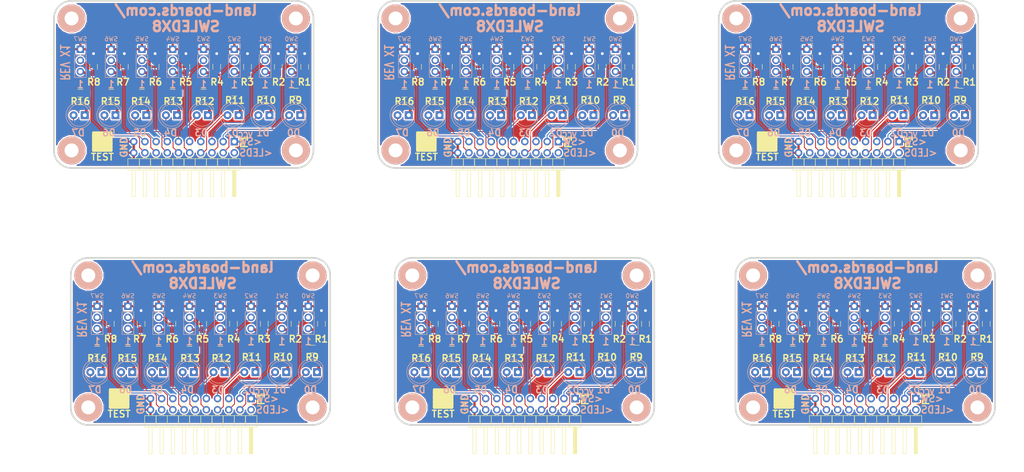
<source format=kicad_pcb>
(kicad_pcb (version 20171130) (host pcbnew "(5.1.5)-3")
  (title_block (title SWLEDX8) (date 2017-05-28) (rev X1) (company "Land Boards, LLC"))
  (layers (0 Front signal) (31 Back signal) (36 B.SilkS user) (37 F.SilkS user) (38 B.Mask user) (39 F.Mask user) (44 Edge.Cuts user))
  (net 0 "")
  (net 1 GND)
  (net 2 VCC)
  (net 3 "Net-(R1-Pad1)")
  (net 4 "Net-(R2-Pad1)")
  (net 5 "Net-(R3-Pad1)")
  (net 6 "Net-(R4-Pad1)")
  (net 7 "Net-(R5-Pad1)")
  (net 8 "Net-(R6-Pad1)")
  (net 9 "Net-(R7-Pad1)")
  (net 10 "Net-(R8-Pad1)")
  (net 11 "Net-(D1-Pad1)")
  (net 12 "Net-(D2-Pad1)")
  (net 13 "Net-(D3-Pad1)")
  (net 14 "Net-(D4-Pad1)")
  (net 15 "Net-(D5-Pad1)")
  (net 16 "Net-(D6-Pad1)")
  (net 17 "Net-(D7-Pad1)")
  (net 18 "Net-(D8-Pad1)")
  (net 19 /L0)
  (net 20 /L1)
  (net 21 /L2)
  (net 22 /L3)
  (net 23 /L4)
  (net 24 /L5)
  (net 25 /L6)
  (net 26 /L7)
  (net 27 /S0)
  (net 28 /S1)
  (net 29 /S2)
  (net 30 /S3)
  (net 31 /S4)
  (net 32 /S5)
  (net 33 /S6)
  (net 34 /S7)
  (module Resistors_SMD:R_0805_HandSoldering (layer Front) (at 188.07 91.3 90)
    (fp_text reference R8 (at -3.456 0.066) (layer F.SilkS) (effects (font (size 1.524 1.524) (thickness 0.3048))))
    (fp_text value R hide)
    (pad 2 smd rect (at 1.35 0 90) (size 1.5 1.3) (layers Front F.Mask) (net 2 VCC))
    (pad 1 smd rect (at -1.35 0 90) (size 1.5 1.3) (layers Front F.Mask) (net 10 "Net-(R8-Pad1)"))
  )
  (module Resistors_SMD:R_0805_HandSoldering (layer Front) (at 223.07 91.3 90)
    (fp_text reference R3 (at -3.456 -0.056) (layer F.SilkS) (effects (font (size 1.524 1.524) (thickness 0.3048))))
    (fp_text value R hide)
    (pad 2 smd rect (at 1.35 0 90) (size 1.5 1.3) (layers Front F.Mask) (net 2 VCC))
    (pad 1 smd rect (at -1.35 0 90) (size 1.5 1.3) (layers Front F.Mask) (net 5 "Net-(R3-Pad1)"))
  )
  (module LEDs:LED_D5.0mm (layer Back) (at 207.07 102.3 180)
    (fp_text reference D4 (at 1.5 -4 180) (layer B.SilkS) (effects (font (size 1.524 1.524) (thickness 0.3048)) (justify mirror)))
    (fp_text value LED-fixed hide)
    (pad 2 thru_hole circle (at 2.54 0 180) (size 1.8 1.8) (drill 0.9) (layers *.Cu *.Mask) (net 23 /L4))
    (pad 1 thru_hole rect (at 0 0 180) (size 1.8 1.8) (drill 0.9) (layers *.Cu *.Mask) (net 15 "Net-(D5-Pad1)"))
  )
  (module Resistors_SMD:R_0805_HandSoldering (layer Front) (at 216.07 91.3 90)
    (fp_text reference R4 (at -3.456 0.07) (layer F.SilkS) (effects (font (size 1.524 1.524) (thickness 0.3048))))
    (fp_text value R hide)
    (pad 2 smd rect (at 1.35 0 90) (size 1.5 1.3) (layers Front F.Mask) (net 2 VCC))
    (pad 1 smd rect (at -1.35 0 90) (size 1.5 1.3) (layers Front F.Mask) (net 6 "Net-(R4-Pad1)"))
  )
  (module LandBoards_Marking:TEST_BLK-REAR (layer Back) (at 112.6 108.3)
    (fp_text reference TEST (at 0 3.5) (layer F.SilkS) (effects (font (size 1.524 1.524) (thickness 0.3048))))
    (fp_text value COUPON hide)
  )
  (module Pin_Headers:Pin_Header_Straight_1x03_Pitch2.54mm (layer Back) (at 135.6 87.3 180)
    (fp_text reference SW3 (at 0 2.33 180) (layer B.SilkS) (effects (justify mirror)))
    (fp_text value Switch_SPDT_x2 hide)
    (pad 1 thru_hole rect (at 0 0 180) (size 1.7 1.7) (drill 1) (layers *.Cu *.Mask) (net 1 GND))
    (pad 2 thru_hole oval (at 0 -2.54 180) (size 1.7 1.7) (drill 1) (layers *.Cu *.Mask) (net 30 /S3))
    (pad 3 thru_hole oval (at 0 -5.08 180) (size 1.7 1.7) (drill 1) (layers *.Cu *.Mask) (net 6 "Net-(R4-Pad1)"))
  )
  (module Pin_Headers:Pin_Header_Straight_1x03_Pitch2.54mm (layer Back) (at 121.6 87.3 180)
    (fp_text reference SW5 (at 0 2.33 180) (layer B.SilkS) (effects (justify mirror)))
    (fp_text value Switch_SPDT_x2 hide)
    (pad 1 thru_hole rect (at 0 0 180) (size 1.7 1.7) (drill 1) (layers *.Cu *.Mask) (net 1 GND))
    (pad 2 thru_hole oval (at 0 -2.54 180) (size 1.7 1.7) (drill 1) (layers *.Cu *.Mask) (net 32 /S5))
    (pad 3 thru_hole oval (at 0 -5.08 180) (size 1.7 1.7) (drill 1) (layers *.Cu *.Mask) (net 8 "Net-(R6-Pad1)"))
  )
  (module Resistors_SMD:R_0805_HandSoldering (layer Front) (at 107.6 97.3)
    (fp_text reference R16 (at 0.002 1.854) (layer F.SilkS) (effects (font (size 1.524 1.524) (thickness 0.3048))))
    (fp_text value R hide)
    (pad 1 smd rect (at -1.35 0) (size 1.5 1.3) (layers Front F.Mask) (net 1 GND))
    (pad 2 smd rect (at 1.35 0) (size 1.5 1.3) (layers Front F.Mask) (net 18 "Net-(D8-Pad1)"))
  )
  (module Pin_Headers:Pin_Header_Straight_1x03_Pitch2.54mm (layer Back) (at 142.6 87.3 180)
    (fp_text reference SW2 (at 0 2.33 180) (layer B.SilkS) (effects (justify mirror)))
    (fp_text value Switch_SPDT_x2 hide)
    (pad 1 thru_hole rect (at 0 0 180) (size 1.7 1.7) (drill 1) (layers *.Cu *.Mask) (net 1 GND))
    (pad 2 thru_hole oval (at 0 -2.54 180) (size 1.7 1.7) (drill 1) (layers *.Cu *.Mask) (net 29 /S2))
    (pad 3 thru_hole oval (at 0 -5.08 180) (size 1.7 1.7) (drill 1) (layers *.Cu *.Mask) (net 5 "Net-(R3-Pad1)"))
  )
  (module Pin_Headers:Pin_Header_Straight_1x03_Pitch2.54mm (layer Back) (at 107.6 87.3 180)
    (fp_text reference SW7 (at 0 2.33 180) (layer B.SilkS) (effects (justify mirror)))
    (fp_text value Switch_SPDT_x2 hide)
    (pad 1 thru_hole rect (at 0 0 180) (size 1.7 1.7) (drill 1) (layers *.Cu *.Mask) (net 1 GND))
    (pad 2 thru_hole oval (at 0 -2.54 180) (size 1.7 1.7) (drill 1) (layers *.Cu *.Mask) (net 34 /S7))
    (pad 3 thru_hole oval (at 0 -5.08 180) (size 1.7 1.7) (drill 1) (layers *.Cu *.Mask) (net 10 "Net-(R8-Pad1)"))
  )
  (module LandBoards_MountHoles:MTG-4-40 (layer Back) (at 156.6 80.3)
    (fp_text reference MTG?1 hide)
    (fp_text value MTG_HOLE hide)
    (pad 1 thru_hole circle (at 0 0) (size 6.35 6.35) (drill 3.175) (layers *.Cu *.Mask B.SilkS))
  )
  (module Pin_Headers:Pin_Header_Straight_1x03_Pitch2.54mm (layer Back) (at 128.6 87.3 180)
    (fp_text reference SW4 (at 0 2.33 180) (layer B.SilkS) (effects (justify mirror)))
    (fp_text value Switch_SPDT_x2 hide)
    (pad 1 thru_hole rect (at 0 0 180) (size 1.7 1.7) (drill 1) (layers *.Cu *.Mask) (net 1 GND))
    (pad 2 thru_hole oval (at 0 -2.54 180) (size 1.7 1.7) (drill 1) (layers *.Cu *.Mask) (net 31 /S4))
    (pad 3 thru_hole oval (at 0 -5.08 180) (size 1.7 1.7) (drill 1) (layers *.Cu *.Mask) (net 7 "Net-(R5-Pad1)"))
  )
  (module Pin_Headers:Pin_Header_Straight_1x03_Pitch2.54mm (layer Back) (at 114.6 87.3 180)
    (fp_text reference SW6 (at 0 2.33 180) (layer B.SilkS) (effects (justify mirror)))
    (fp_text value Switch_SPDT_x2 hide)
    (pad 1 thru_hole rect (at 0 0 180) (size 1.7 1.7) (drill 1) (layers *.Cu *.Mask) (net 1 GND))
    (pad 2 thru_hole oval (at 0 -2.54 180) (size 1.7 1.7) (drill 1) (layers *.Cu *.Mask) (net 33 /S6))
    (pad 3 thru_hole oval (at 0 -5.08 180) (size 1.7 1.7) (drill 1) (layers *.Cu *.Mask) (net 9 "Net-(R7-Pad1)"))
  )
  (module Resistors_SMD:R_0805_HandSoldering (layer Front) (at 142.6 97.05)
    (fp_text reference R11 (at 0.134 1.854) (layer F.SilkS) (effects (font (size 1.524 1.524) (thickness 0.3048))))
    (fp_text value R hide)
    (pad 1 smd rect (at -1.35 0) (size 1.5 1.3) (layers Front F.Mask) (net 1 GND))
    (pad 2 smd rect (at 1.35 0) (size 1.5 1.3) (layers Front F.Mask) (net 13 "Net-(D3-Pad1)"))
  )
  (module Resistors_SMD:R_0805_HandSoldering (layer Front) (at 114.6 97.3)
    (fp_text reference R15 (at -0.124 1.854) (layer F.SilkS) (effects (font (size 1.524 1.524) (thickness 0.3048))))
    (fp_text value R hide)
    (pad 1 smd rect (at -1.35 0) (size 1.5 1.3) (layers Front F.Mask) (net 1 GND))
    (pad 2 smd rect (at 1.35 0) (size 1.5 1.3) (layers Front F.Mask) (net 17 "Net-(D7-Pad1)"))
  )
  (module Resistors_SMD:R_0805_HandSoldering (layer Front) (at 149.6 97.05)
    (fp_text reference R10 (at 0.262 1.854) (layer F.SilkS) (effects (font (size 1.524 1.524) (thickness 0.3048))))
    (fp_text value R hide)
    (pad 1 smd rect (at -1.35 0) (size 1.5 1.3) (layers Front F.Mask) (net 1 GND))
    (pad 2 smd rect (at 1.35 0) (size 1.5 1.3) (layers Front F.Mask) (net 12 "Net-(D2-Pad1)"))
  )
  (module Resistors_SMD:R_0805_HandSoldering (layer Front) (at 195.07 91.3 90)
    (fp_text reference R7 (at -3.456 -0.314) (layer F.SilkS) (effects (font (size 1.524 1.524) (thickness 0.3048))))
    (fp_text value R hide)
    (pad 2 smd rect (at 1.35 0 90) (size 1.5 1.3) (layers Front F.Mask) (net 2 VCC))
    (pad 1 smd rect (at -1.35 0 90) (size 1.5 1.3) (layers Front F.Mask) (net 9 "Net-(R7-Pad1)"))
  )
  (module Resistors_SMD:R_0805_HandSoldering (layer Front) (at 209.07 91.3 90)
    (fp_text reference R5 (at -3.456 -0.058) (layer F.SilkS) (effects (font (size 1.524 1.524) (thickness 0.3048))))
    (fp_text value R hide)
    (pad 2 smd rect (at 1.35 0 90) (size 1.5 1.3) (layers Front F.Mask) (net 2 VCC))
    (pad 1 smd rect (at -1.35 0 90) (size 1.5 1.3) (layers Front F.Mask) (net 7 "Net-(R5-Pad1)"))
  )
  (module Resistors_SMD:R_0805_HandSoldering (layer Front) (at 128.6 97.3)
    (fp_text reference R13 (at 0.132 1.854) (layer F.SilkS) (effects (font (size 1.524 1.524) (thickness 0.3048))))
    (fp_text value R hide)
    (pad 1 smd rect (at -1.35 0) (size 1.5 1.3) (layers Front F.Mask) (net 1 GND))
    (pad 2 smd rect (at 1.35 0) (size 1.5 1.3) (layers Front F.Mask) (net 15 "Net-(D5-Pad1)"))
  )
  (module Resistors_SMD:R_0805_HandSoldering (layer Front) (at 135.6 97.3)
    (fp_text reference R12 (at 0.26 1.854) (layer F.SilkS) (effects (font (size 1.524 1.524) (thickness 0.3048))))
    (fp_text value R hide)
    (pad 1 smd rect (at -1.35 0) (size 1.5 1.3) (layers Front F.Mask) (net 1 GND))
    (pad 2 smd rect (at 1.35 0) (size 1.5 1.3) (layers Front F.Mask) (net 14 "Net-(D4-Pad1)"))
  )
  (module Pin_Headers:Pin_Header_Angled_2x10_Pitch2.54mm (layer Front) (at 142.6 108.3 270)
    (fp_text reference P1 (at 0 -2.286 270) (layer F.SilkS) (effects (font (size 1.524 1.524) (thickness 0.3048))))
    (fp_text value CONN_02X10 hide)
    (pad 1 thru_hole rect (at 0 0 270) (size 1.7 1.7) (drill 1) (layers *.Cu *.Mask) (net 2 VCC))
    (pad 2 thru_hole oval (at 2.54 0 270) (size 1.7 1.7) (drill 1) (layers *.Cu *.Mask))
    (pad 3 thru_hole oval (at 0 2.54 270) (size 1.7 1.7) (drill 1) (layers *.Cu *.Mask) (net 27 /S0))
    (pad 4 thru_hole oval (at 2.54 2.54 270) (size 1.7 1.7) (drill 1) (layers *.Cu *.Mask) (net 19 /L0))
    (pad 5 thru_hole oval (at 0 5.08 270) (size 1.7 1.7) (drill 1) (layers *.Cu *.Mask) (net 28 /S1))
    (pad 6 thru_hole oval (at 2.54 5.08 270) (size 1.7 1.7) (drill 1) (layers *.Cu *.Mask) (net 20 /L1))
    (pad 7 thru_hole oval (at 0 7.62 270) (size 1.7 1.7) (drill 1) (layers *.Cu *.Mask) (net 29 /S2))
    (pad 8 thru_hole oval (at 2.54 7.62 270) (size 1.7 1.7) (drill 1) (layers *.Cu *.Mask) (net 21 /L2))
    (pad 9 thru_hole oval (at 0 10.16 270) (size 1.7 1.7) (drill 1) (layers *.Cu *.Mask) (net 30 /S3))
    (pad 10 thru_hole oval (at 2.54 10.16 270) (size 1.7 1.7) (drill 1) (layers *.Cu *.Mask) (net 22 /L3))
    (pad 11 thru_hole oval (at 0 12.7 270) (size 1.7 1.7) (drill 1) (layers *.Cu *.Mask) (net 31 /S4))
    (pad 12 thru_hole oval (at 2.54 12.7 270) (size 1.7 1.7) (drill 1) (layers *.Cu *.Mask) (net 23 /L4))
    (pad 13 thru_hole oval (at 0 15.24 270) (size 1.7 1.7) (drill 1) (layers *.Cu *.Mask) (net 32 /S5))
    (pad 14 thru_hole oval (at 2.54 15.24 270) (size 1.7 1.7) (drill 1) (layers *.Cu *.Mask) (net 24 /L5))
    (pad 15 thru_hole oval (at 0 17.78 270) (size 1.7 1.7) (drill 1) (layers *.Cu *.Mask) (net 33 /S6))
    (pad 16 thru_hole oval (at 2.54 17.78 270) (size 1.7 1.7) (drill 1) (layers *.Cu *.Mask) (net 25 /L6))
    (pad 17 thru_hole oval (at 0 20.32 270) (size 1.7 1.7) (drill 1) (layers *.Cu *.Mask) (net 34 /S7))
    (pad 18 thru_hole oval (at 2.54 20.32 270) (size 1.7 1.7) (drill 1) (layers *.Cu *.Mask) (net 26 /L7))
    (pad 19 thru_hole oval (at 0 22.86 270) (size 1.7 1.7) (drill 1) (layers *.Cu *.Mask) (net 1 GND))
    (pad 20 thru_hole oval (at 2.54 22.86 270) (size 1.7 1.7) (drill 1) (layers *.Cu *.Mask) (net 1 GND))
  )
  (module Resistors_SMD:R_0805_HandSoldering (layer Front) (at 156.6 97.05)
    (fp_text reference R9 (at -0.118 1.854) (layer F.SilkS) (effects (font (size 1.524 1.524) (thickness 0.3048))))
    (fp_text value R hide)
    (pad 1 smd rect (at -1.35 0) (size 1.5 1.3) (layers Front F.Mask) (net 1 GND))
    (pad 2 smd rect (at 1.35 0) (size 1.5 1.3) (layers Front F.Mask) (net 11 "Net-(D1-Pad1)"))
  )
  (module Resistors_SMD:R_0805_HandSoldering (layer Front) (at 124.6 91.3 90)
    (fp_text reference R6 (at -3.456 0.068) (layer F.SilkS) (effects (font (size 1.524 1.524) (thickness 0.3048))))
    (fp_text value R hide)
    (pad 1 smd rect (at -1.35 0 90) (size 1.5 1.3) (layers Front F.Mask) (net 8 "Net-(R6-Pad1)"))
    (pad 2 smd rect (at 1.35 0 90) (size 1.5 1.3) (layers Front F.Mask) (net 2 VCC))
  )
  (module LEDs:LED_D5.0mm (layer Back) (at 122.6 102.3 180)
    (fp_text reference D5 (at 1.5 -4 180) (layer B.SilkS) (effects (font (size 1.524 1.524) (thickness 0.3048)) (justify mirror)))
    (fp_text value LED-fixed hide)
    (pad 1 thru_hole rect (at 0 0 180) (size 1.8 1.8) (drill 0.9) (layers *.Cu *.Mask) (net 16 "Net-(D6-Pad1)"))
    (pad 2 thru_hole circle (at 2.54 0 180) (size 1.8 1.8) (drill 0.9) (layers *.Cu *.Mask) (net 24 /L5))
  )
  (module LEDs:LED_D5.0mm (layer Back) (at 108.6 102.3 180)
    (fp_text reference D7 (at 1.5 -4 180) (layer B.SilkS) (effects (font (size 1.524 1.524) (thickness 0.3048)) (justify mirror)))
    (fp_text value LED-fixed hide)
    (pad 1 thru_hole rect (at 0 0 180) (size 1.8 1.8) (drill 0.9) (layers *.Cu *.Mask) (net 18 "Net-(D8-Pad1)"))
    (pad 2 thru_hole circle (at 2.54 0 180) (size 1.8 1.8) (drill 0.9) (layers *.Cu *.Mask) (net 26 /L7))
  )
  (module LEDs:LED_D5.0mm (layer Back) (at 143.6 102.3 180)
    (fp_text reference D2 (at 1.5 -4 180) (layer B.SilkS) (effects (font (size 1.524 1.524) (thickness 0.3048)) (justify mirror)))
    (fp_text value LED-fixed hide)
    (pad 1 thru_hole rect (at 0 0 180) (size 1.8 1.8) (drill 0.9) (layers *.Cu *.Mask) (net 13 "Net-(D3-Pad1)"))
    (pad 2 thru_hole circle (at 2.54 0 180) (size 1.8 1.8) (drill 0.9) (layers *.Cu *.Mask) (net 21 /L2))
  )
  (module LEDs:LED_D5.0mm (layer Back) (at 157.6 102.3 180)
    (fp_text reference D0 (at 1.5 -4 180) (layer B.SilkS) (effects (font (size 1.524 1.524) (thickness 0.3048)) (justify mirror)))
    (fp_text value LED-fixed hide)
    (pad 1 thru_hole rect (at 0 0 180) (size 1.8 1.8) (drill 0.9) (layers *.Cu *.Mask) (net 11 "Net-(D1-Pad1)"))
    (pad 2 thru_hole circle (at 2.54 0 180) (size 1.8 1.8) (drill 0.9) (layers *.Cu *.Mask) (net 19 /L0))
  )
  (module Resistors_SMD:R_0805_HandSoldering (layer Front) (at 158.6 91.3 90)
    (fp_text reference R1 (at -3.456 -0.054) (layer F.SilkS) (effects (font (size 1.524 1.524) (thickness 0.3048))))
    (fp_text value R hide)
    (pad 1 smd rect (at -1.35 0 90) (size 1.5 1.3) (layers Front F.Mask) (net 3 "Net-(R1-Pad1)"))
    (pad 2 smd rect (at 1.35 0 90) (size 1.5 1.3) (layers Front F.Mask) (net 2 VCC))
  )
  (module Resistors_SMD:R_0805_HandSoldering (layer Front) (at 152.6 91.3 90)
    (fp_text reference R2 (at -3.456 0.072) (layer F.SilkS) (effects (font (size 1.524 1.524) (thickness 0.3048))))
    (fp_text value R hide)
    (pad 1 smd rect (at -1.35 0 90) (size 1.5 1.3) (layers Front F.Mask) (net 4 "Net-(R2-Pad1)"))
    (pad 2 smd rect (at 1.35 0 90) (size 1.5 1.3) (layers Front F.Mask) (net 2 VCC))
  )
  (module Pin_Headers:Pin_Header_Straight_1x03_Pitch2.54mm (layer Back) (at 149.6 87.3 180)
    (fp_text reference SW1 (at 0 2.33 180) (layer B.SilkS) (effects (justify mirror)))
    (fp_text value Switch_SPDT_x2 hide)
    (pad 1 thru_hole rect (at 0 0 180) (size 1.7 1.7) (drill 1) (layers *.Cu *.Mask) (net 1 GND))
    (pad 2 thru_hole oval (at 0 -2.54 180) (size 1.7 1.7) (drill 1) (layers *.Cu *.Mask) (net 28 /S1))
    (pad 3 thru_hole oval (at 0 -5.08 180) (size 1.7 1.7) (drill 1) (layers *.Cu *.Mask) (net 4 "Net-(R2-Pad1)"))
  )
  (module LandBoards_MountHoles:MTG-4-40 (layer Back) (at 105.6 110.3)
    (fp_text reference MTG2 hide)
    (fp_text value MTG_HOLE hide)
    (pad 1 thru_hole circle (at 0 0) (size 6.35 6.35) (drill 3.175) (layers *.Cu *.Mask B.SilkS))
  )
  (module Pin_Headers:Pin_Header_Straight_1x03_Pitch2.54mm (layer Back) (at 155.6 87.3 180)
    (fp_text reference SW0 (at 0 2.33 180) (layer B.SilkS) (effects (justify mirror)))
    (fp_text value Switch_SPDT_x2 hide)
    (pad 1 thru_hole rect (at 0 0 180) (size 1.7 1.7) (drill 1) (layers *.Cu *.Mask) (net 1 GND))
    (pad 2 thru_hole oval (at 0 -2.54 180) (size 1.7 1.7) (drill 1) (layers *.Cu *.Mask) (net 27 /S0))
    (pad 3 thru_hole oval (at 0 -5.08 180) (size 1.7 1.7) (drill 1) (layers *.Cu *.Mask) (net 3 "Net-(R1-Pad1)"))
  )
  (module LandBoards_MountHoles:MTG-4-40 (layer Back) (at 156.6 110.3)
    (fp_text reference MTG1 hide)
    (fp_text value MTG_HOLE hide)
    (pad 1 thru_hole circle (at 0 0) (size 6.35 6.35) (drill 3.175) (layers *.Cu *.Mask B.SilkS))
  )
  (module Resistors_SMD:R_0805_HandSoldering (layer Front) (at 121.6 97.3)
    (fp_text reference R14 (at -0.25 1.854) (layer F.SilkS) (effects (font (size 1.524 1.524) (thickness 0.3048))))
    (fp_text value R hide)
    (pad 1 smd rect (at -1.35 0) (size 1.5 1.3) (layers Front F.Mask) (net 1 GND))
    (pad 2 smd rect (at 1.35 0) (size 1.5 1.3) (layers Front F.Mask) (net 16 "Net-(D6-Pad1)"))
  )
  (module LEDs:LED_D5.0mm (layer Back) (at 115.6 102.3 180)
    (fp_text reference D6 (at 1.5 -4 180) (layer B.SilkS) (effects (font (size 1.524 1.524) (thickness 0.3048)) (justify mirror)))
    (fp_text value LED-fixed hide)
    (pad 1 thru_hole rect (at 0 0 180) (size 1.8 1.8) (drill 0.9) (layers *.Cu *.Mask) (net 17 "Net-(D7-Pad1)"))
    (pad 2 thru_hole circle (at 2.54 0 180) (size 1.8 1.8) (drill 0.9) (layers *.Cu *.Mask) (net 25 /L6))
  )
  (module LandBoards_MountHoles:MTG-4-40 (layer Back) (at 105.6 80.3)
    (fp_text reference MTG3 hide)
    (fp_text value MTG_HOLE hide)
    (pad 1 thru_hole circle (at 0 0) (size 6.35 6.35) (drill 3.175) (layers *.Cu *.Mask B.SilkS))
  )
  (module LEDs:LED_D5.0mm (layer Back) (at 136.6 102.3 180)
    (fp_text reference D3 (at 1.5 -4 180) (layer B.SilkS) (effects (font (size 1.524 1.524) (thickness 0.3048)) (justify mirror)))
    (fp_text value LED-fixed hide)
    (pad 1 thru_hole rect (at 0 0 180) (size 1.8 1.8) (drill 0.9) (layers *.Cu *.Mask) (net 14 "Net-(D4-Pad1)"))
    (pad 2 thru_hole circle (at 2.54 0 180) (size 1.8 1.8) (drill 0.9) (layers *.Cu *.Mask) (net 22 /L3))
  )
  (module LEDs:LED_D5.0mm (layer Back) (at 150.6 102.3 180)
    (fp_text reference D1 (at 1.5 -4 180) (layer B.SilkS) (effects (font (size 1.524 1.524) (thickness 0.3048)) (justify mirror)))
    (fp_text value LED-fixed hide)
    (pad 1 thru_hole rect (at 0 0 180) (size 1.8 1.8) (drill 0.9) (layers *.Cu *.Mask) (net 12 "Net-(D2-Pad1)"))
    (pad 2 thru_hole circle (at 2.54 0 180) (size 1.8 1.8) (drill 0.9) (layers *.Cu *.Mask) (net 20 /L1))
  )
  (module Resistors_SMD:R_0805_HandSoldering (layer Front) (at 117.6 91.3 90)
    (fp_text reference R7 (at -3.456 -0.314) (layer F.SilkS) (effects (font (size 1.524 1.524) (thickness 0.3048))))
    (fp_text value R hide)
    (pad 1 smd rect (at -1.35 0 90) (size 1.5 1.3) (layers Front F.Mask) (net 9 "Net-(R7-Pad1)"))
    (pad 2 smd rect (at 1.35 0 90) (size 1.5 1.3) (layers Front F.Mask) (net 2 VCC))
  )
  (module Resistors_SMD:R_0805_HandSoldering (layer Front) (at 131.6 91.3 90)
    (fp_text reference R5 (at -3.456 -0.058) (layer F.SilkS) (effects (font (size 1.524 1.524) (thickness 0.3048))))
    (fp_text value R hide)
    (pad 1 smd rect (at -1.35 0 90) (size 1.5 1.3) (layers Front F.Mask) (net 7 "Net-(R5-Pad1)"))
    (pad 2 smd rect (at 1.35 0 90) (size 1.5 1.3) (layers Front F.Mask) (net 2 VCC))
  )
  (module Resistors_SMD:R_0805_HandSoldering (layer Front) (at 145.6 91.3 90)
    (fp_text reference R3 (at -3.456 -0.056) (layer F.SilkS) (effects (font (size 1.524 1.524) (thickness 0.3048))))
    (fp_text value R hide)
    (pad 1 smd rect (at -1.35 0 90) (size 1.5 1.3) (layers Front F.Mask) (net 5 "Net-(R3-Pad1)"))
    (pad 2 smd rect (at 1.35 0 90) (size 1.5 1.3) (layers Front F.Mask) (net 2 VCC))
  )
  (module Resistors_SMD:R_0805_HandSoldering (layer Front) (at 110.6 91.3 90)
    (fp_text reference R8 (at -3.456 0.066) (layer F.SilkS) (effects (font (size 1.524 1.524) (thickness 0.3048))))
    (fp_text value R hide)
    (pad 1 smd rect (at -1.35 0 90) (size 1.5 1.3) (layers Front F.Mask) (net 10 "Net-(R8-Pad1)"))
    (pad 2 smd rect (at 1.35 0 90) (size 1.5 1.3) (layers Front F.Mask) (net 2 VCC))
  )
  (module LEDs:LED_D5.0mm (layer Back) (at 129.6 102.3 180)
    (fp_text reference D4 (at 1.5 -4 180) (layer B.SilkS) (effects (font (size 1.524 1.524) (thickness 0.3048)) (justify mirror)))
    (fp_text value LED-fixed hide)
    (pad 1 thru_hole rect (at 0 0 180) (size 1.8 1.8) (drill 0.9) (layers *.Cu *.Mask) (net 15 "Net-(D5-Pad1)"))
    (pad 2 thru_hole circle (at 2.54 0 180) (size 1.8 1.8) (drill 0.9) (layers *.Cu *.Mask) (net 23 /L4))
  )
  (module Resistors_SMD:R_0805_HandSoldering (layer Front) (at 138.6 91.3 90)
    (fp_text reference R4 (at -3.456 0.07) (layer F.SilkS) (effects (font (size 1.524 1.524) (thickness 0.3048))))
    (fp_text value R hide)
    (pad 1 smd rect (at -1.35 0 90) (size 1.5 1.3) (layers Front F.Mask) (net 6 "Net-(R4-Pad1)"))
    (pad 2 smd rect (at 1.35 0 90) (size 1.5 1.3) (layers Front F.Mask) (net 2 VCC))
  )
  (module Resistors_SMD:R_0805_HandSoldering (layer Front) (at 227.07 97.05)
    (fp_text reference R10 (at 0.262 1.854) (layer F.SilkS) (effects (font (size 1.524 1.524) (thickness 0.3048))))
    (fp_text value R hide)
    (pad 2 smd rect (at 1.35 0) (size 1.5 1.3) (layers Front F.Mask) (net 12 "Net-(D2-Pad1)"))
    (pad 1 smd rect (at -1.35 0) (size 1.5 1.3) (layers Front F.Mask) (net 1 GND))
  )
  (module LandBoards_MountHoles:MTG-4-40 (layer Back) (at 234.07 80.3)
    (fp_text reference MTG?1 hide)
    (fp_text value MTG_HOLE hide)
    (pad 1 thru_hole circle (at 0 0) (size 6.35 6.35) (drill 3.175) (layers *.Cu *.Mask B.SilkS))
  )
  (module Pin_Headers:Pin_Header_Straight_1x03_Pitch2.54mm (layer Back) (at 206.07 87.3 180)
    (fp_text reference SW4 (at 0 2.33 180) (layer B.SilkS) (effects (justify mirror)))
    (fp_text value Switch_SPDT_x2 hide)
    (pad 3 thru_hole oval (at 0 -5.08 180) (size 1.7 1.7) (drill 1) (layers *.Cu *.Mask) (net 7 "Net-(R5-Pad1)"))
    (pad 2 thru_hole oval (at 0 -2.54 180) (size 1.7 1.7) (drill 1) (layers *.Cu *.Mask) (net 31 /S4))
    (pad 1 thru_hole rect (at 0 0 180) (size 1.7 1.7) (drill 1) (layers *.Cu *.Mask) (net 1 GND))
  )
  (module Resistors_SMD:R_0805_HandSoldering (layer Front) (at 206.07 97.3)
    (fp_text reference R13 (at 0.132 1.854) (layer F.SilkS) (effects (font (size 1.524 1.524) (thickness 0.3048))))
    (fp_text value R hide)
    (pad 2 smd rect (at 1.35 0) (size 1.5 1.3) (layers Front F.Mask) (net 15 "Net-(D5-Pad1)"))
    (pad 1 smd rect (at -1.35 0) (size 1.5 1.3) (layers Front F.Mask) (net 1 GND))
  )
  (module Pin_Headers:Pin_Header_Straight_1x03_Pitch2.54mm (layer Back) (at 192.07 87.3 180)
    (fp_text reference SW6 (at 0 2.33 180) (layer B.SilkS) (effects (justify mirror)))
    (fp_text value Switch_SPDT_x2 hide)
    (pad 3 thru_hole oval (at 0 -5.08 180) (size 1.7 1.7) (drill 1) (layers *.Cu *.Mask) (net 9 "Net-(R7-Pad1)"))
    (pad 2 thru_hole oval (at 0 -2.54 180) (size 1.7 1.7) (drill 1) (layers *.Cu *.Mask) (net 33 /S6))
    (pad 1 thru_hole rect (at 0 0 180) (size 1.7 1.7) (drill 1) (layers *.Cu *.Mask) (net 1 GND))
  )
  (module Resistors_SMD:R_0805_HandSoldering (layer Front) (at 220.07 97.05)
    (fp_text reference R11 (at 0.134 1.854) (layer F.SilkS) (effects (font (size 1.524 1.524) (thickness 0.3048))))
    (fp_text value R hide)
    (pad 2 smd rect (at 1.35 0) (size 1.5 1.3) (layers Front F.Mask) (net 13 "Net-(D3-Pad1)"))
    (pad 1 smd rect (at -1.35 0) (size 1.5 1.3) (layers Front F.Mask) (net 1 GND))
  )
  (module Resistors_SMD:R_0805_HandSoldering (layer Front) (at 192.07 97.3)
    (fp_text reference R15 (at -0.124 1.854) (layer F.SilkS) (effects (font (size 1.524 1.524) (thickness 0.3048))))
    (fp_text value R hide)
    (pad 2 smd rect (at 1.35 0) (size 1.5 1.3) (layers Front F.Mask) (net 17 "Net-(D7-Pad1)"))
    (pad 1 smd rect (at -1.35 0) (size 1.5 1.3) (layers Front F.Mask) (net 1 GND))
  )
  (module Pin_Headers:Pin_Header_Angled_2x10_Pitch2.54mm (layer Front) (at 220.07 108.3 270)
    (fp_text reference P1 (at 0 -2.286 270) (layer F.SilkS) (effects (font (size 1.524 1.524) (thickness 0.3048))))
    (fp_text value CONN_02X10 hide)
    (pad 20 thru_hole oval (at 2.54 22.86 270) (size 1.7 1.7) (drill 1) (layers *.Cu *.Mask) (net 1 GND))
    (pad 19 thru_hole oval (at 0 22.86 270) (size 1.7 1.7) (drill 1) (layers *.Cu *.Mask) (net 1 GND))
    (pad 18 thru_hole oval (at 2.54 20.32 270) (size 1.7 1.7) (drill 1) (layers *.Cu *.Mask) (net 26 /L7))
    (pad 17 thru_hole oval (at 0 20.32 270) (size 1.7 1.7) (drill 1) (layers *.Cu *.Mask) (net 34 /S7))
    (pad 16 thru_hole oval (at 2.54 17.78 270) (size 1.7 1.7) (drill 1) (layers *.Cu *.Mask) (net 25 /L6))
    (pad 15 thru_hole oval (at 0 17.78 270) (size 1.7 1.7) (drill 1) (layers *.Cu *.Mask) (net 33 /S6))
    (pad 14 thru_hole oval (at 2.54 15.24 270) (size 1.7 1.7) (drill 1) (layers *.Cu *.Mask) (net 24 /L5))
    (pad 13 thru_hole oval (at 0 15.24 270) (size 1.7 1.7) (drill 1) (layers *.Cu *.Mask) (net 32 /S5))
    (pad 12 thru_hole oval (at 2.54 12.7 270) (size 1.7 1.7) (drill 1) (layers *.Cu *.Mask) (net 23 /L4))
    (pad 11 thru_hole oval (at 0 12.7 270) (size 1.7 1.7) (drill 1) (layers *.Cu *.Mask) (net 31 /S4))
    (pad 10 thru_hole oval (at 2.54 10.16 270) (size 1.7 1.7) (drill 1) (layers *.Cu *.Mask) (net 22 /L3))
    (pad 9 thru_hole oval (at 0 10.16 270) (size 1.7 1.7) (drill 1) (layers *.Cu *.Mask) (net 30 /S3))
    (pad 8 thru_hole oval (at 2.54 7.62 270) (size 1.7 1.7) (drill 1) (layers *.Cu *.Mask) (net 21 /L2))
    (pad 7 thru_hole oval (at 0 7.62 270) (size 1.7 1.7) (drill 1) (layers *.Cu *.Mask) (net 29 /S2))
    (pad 6 thru_hole oval (at 2.54 5.08 270) (size 1.7 1.7) (drill 1) (layers *.Cu *.Mask) (net 20 /L1))
    (pad 5 thru_hole oval (at 0 5.08 270) (size 1.7 1.7) (drill 1) (layers *.Cu *.Mask) (net 28 /S1))
    (pad 4 thru_hole oval (at 2.54 2.54 270) (size 1.7 1.7) (drill 1) (layers *.Cu *.Mask) (net 19 /L0))
    (pad 3 thru_hole oval (at 0 2.54 270) (size 1.7 1.7) (drill 1) (layers *.Cu *.Mask) (net 27 /S0))
    (pad 2 thru_hole oval (at 2.54 0 270) (size 1.7 1.7) (drill 1) (layers *.Cu *.Mask))
    (pad 1 thru_hole rect (at 0 0 270) (size 1.7 1.7) (drill 1) (layers *.Cu *.Mask) (net 2 VCC))
  )
  (module Resistors_SMD:R_0805_HandSoldering (layer Front) (at 213.07 97.3)
    (fp_text reference R12 (at 0.26 1.854) (layer F.SilkS) (effects (font (size 1.524 1.524) (thickness 0.3048))))
    (fp_text value R hide)
    (pad 2 smd rect (at 1.35 0) (size 1.5 1.3) (layers Front F.Mask) (net 14 "Net-(D4-Pad1)"))
    (pad 1 smd rect (at -1.35 0) (size 1.5 1.3) (layers Front F.Mask) (net 1 GND))
  )
  (module Resistors_SMD:R_0805_HandSoldering (layer Front) (at 234.07 97.05)
    (fp_text reference R9 (at -0.118 1.854) (layer F.SilkS) (effects (font (size 1.524 1.524) (thickness 0.3048))))
    (fp_text value R hide)
    (pad 2 smd rect (at 1.35 0) (size 1.5 1.3) (layers Front F.Mask) (net 11 "Net-(D1-Pad1)"))
    (pad 1 smd rect (at -1.35 0) (size 1.5 1.3) (layers Front F.Mask) (net 1 GND))
  )
  (module Resistors_SMD:R_0805_HandSoldering (layer Front) (at 202.07 91.3 90)
    (fp_text reference R6 (at -3.456 0.068) (layer F.SilkS) (effects (font (size 1.524 1.524) (thickness 0.3048))))
    (fp_text value R hide)
    (pad 2 smd rect (at 1.35 0 90) (size 1.5 1.3) (layers Front F.Mask) (net 2 VCC))
    (pad 1 smd rect (at -1.35 0 90) (size 1.5 1.3) (layers Front F.Mask) (net 8 "Net-(R6-Pad1)"))
  )
  (module LEDs:LED_D5.0mm (layer Back) (at 186.07 102.3 180)
    (fp_text reference D7 (at 1.5 -4 180) (layer B.SilkS) (effects (font (size 1.524 1.524) (thickness 0.3048)) (justify mirror)))
    (fp_text value LED-fixed hide)
    (pad 2 thru_hole circle (at 2.54 0 180) (size 1.8 1.8) (drill 0.9) (layers *.Cu *.Mask) (net 26 /L7))
    (pad 1 thru_hole rect (at 0 0 180) (size 1.8 1.8) (drill 0.9) (layers *.Cu *.Mask) (net 18 "Net-(D8-Pad1)"))
  )
  (module LEDs:LED_D5.0mm (layer Back) (at 221.07 102.3 180)
    (fp_text reference D2 (at 1.5 -4 180) (layer B.SilkS) (effects (font (size 1.524 1.524) (thickness 0.3048)) (justify mirror)))
    (fp_text value LED-fixed hide)
    (pad 2 thru_hole circle (at 2.54 0 180) (size 1.8 1.8) (drill 0.9) (layers *.Cu *.Mask) (net 21 /L2))
    (pad 1 thru_hole rect (at 0 0 180) (size 1.8 1.8) (drill 0.9) (layers *.Cu *.Mask) (net 13 "Net-(D3-Pad1)"))
  )
  (module LEDs:LED_D5.0mm (layer Back) (at 235.07 102.3 180)
    (fp_text reference D0 (at 1.5 -4 180) (layer B.SilkS) (effects (font (size 1.524 1.524) (thickness 0.3048)) (justify mirror)))
    (fp_text value LED-fixed hide)
    (pad 2 thru_hole circle (at 2.54 0 180) (size 1.8 1.8) (drill 0.9) (layers *.Cu *.Mask) (net 19 /L0))
    (pad 1 thru_hole rect (at 0 0 180) (size 1.8 1.8) (drill 0.9) (layers *.Cu *.Mask) (net 11 "Net-(D1-Pad1)"))
  )
  (module LandBoards_MountHoles:MTG-4-40 (layer Back) (at 183.07 80.3)
    (fp_text reference MTG3 hide)
    (fp_text value MTG_HOLE hide)
    (pad 1 thru_hole circle (at 0 0) (size 6.35 6.35) (drill 3.175) (layers *.Cu *.Mask B.SilkS))
  )
  (module LEDs:LED_D5.0mm (layer Back) (at 228.07 102.3 180)
    (fp_text reference D1 (at 1.5 -4 180) (layer B.SilkS) (effects (font (size 1.524 1.524) (thickness 0.3048)) (justify mirror)))
    (fp_text value LED-fixed hide)
    (pad 2 thru_hole circle (at 2.54 0 180) (size 1.8 1.8) (drill 0.9) (layers *.Cu *.Mask) (net 20 /L1))
    (pad 1 thru_hole rect (at 0 0 180) (size 1.8 1.8) (drill 0.9) (layers *.Cu *.Mask) (net 12 "Net-(D2-Pad1)"))
  )
  (module LEDs:LED_D5.0mm (layer Back) (at 193.07 102.3 180)
    (fp_text reference D6 (at 1.5 -4 180) (layer B.SilkS) (effects (font (size 1.524 1.524) (thickness 0.3048)) (justify mirror)))
    (fp_text value LED-fixed hide)
    (pad 2 thru_hole circle (at 2.54 0 180) (size 1.8 1.8) (drill 0.9) (layers *.Cu *.Mask) (net 25 /L6))
    (pad 1 thru_hole rect (at 0 0 180) (size 1.8 1.8) (drill 0.9) (layers *.Cu *.Mask) (net 17 "Net-(D7-Pad1)"))
  )
  (module LEDs:LED_D5.0mm (layer Back) (at 200.07 102.3 180)
    (fp_text reference D5 (at 1.5 -4 180) (layer B.SilkS) (effects (font (size 1.524 1.524) (thickness 0.3048)) (justify mirror)))
    (fp_text value LED-fixed hide)
    (pad 2 thru_hole circle (at 2.54 0 180) (size 1.8 1.8) (drill 0.9) (layers *.Cu *.Mask) (net 24 /L5))
    (pad 1 thru_hole rect (at 0 0 180) (size 1.8 1.8) (drill 0.9) (layers *.Cu *.Mask) (net 16 "Net-(D6-Pad1)"))
  )
  (module Pin_Headers:Pin_Header_Straight_1x03_Pitch2.54mm (layer Back) (at 233.07 87.3 180)
    (fp_text reference SW0 (at 0 2.33 180) (layer B.SilkS) (effects (justify mirror)))
    (fp_text value Switch_SPDT_x2 hide)
    (pad 3 thru_hole oval (at 0 -5.08 180) (size 1.7 1.7) (drill 1) (layers *.Cu *.Mask) (net 3 "Net-(R1-Pad1)"))
    (pad 2 thru_hole oval (at 0 -2.54 180) (size 1.7 1.7) (drill 1) (layers *.Cu *.Mask) (net 27 /S0))
    (pad 1 thru_hole rect (at 0 0 180) (size 1.7 1.7) (drill 1) (layers *.Cu *.Mask) (net 1 GND))
  )
  (module Resistors_SMD:R_0805_HandSoldering (layer Front) (at 199.07 97.3)
    (fp_text reference R14 (at -0.25 1.854) (layer F.SilkS) (effects (font (size 1.524 1.524) (thickness 0.3048))))
    (fp_text value R hide)
    (pad 2 smd rect (at 1.35 0) (size 1.5 1.3) (layers Front F.Mask) (net 16 "Net-(D6-Pad1)"))
    (pad 1 smd rect (at -1.35 0) (size 1.5 1.3) (layers Front F.Mask) (net 1 GND))
  )
  (module Resistors_SMD:R_0805_HandSoldering (layer Front) (at 236.07 91.3 90)
    (fp_text reference R1 (at -3.456 -0.054) (layer F.SilkS) (effects (font (size 1.524 1.524) (thickness 0.3048))))
    (fp_text value R hide)
    (pad 2 smd rect (at 1.35 0 90) (size 1.5 1.3) (layers Front F.Mask) (net 2 VCC))
    (pad 1 smd rect (at -1.35 0 90) (size 1.5 1.3) (layers Front F.Mask) (net 3 "Net-(R1-Pad1)"))
  )
  (module LEDs:LED_D5.0mm (layer Back) (at 214.07 102.3 180)
    (fp_text reference D3 (at 1.5 -4 180) (layer B.SilkS) (effects (font (size 1.524 1.524) (thickness 0.3048)) (justify mirror)))
    (fp_text value LED-fixed hide)
    (pad 2 thru_hole circle (at 2.54 0 180) (size 1.8 1.8) (drill 0.9) (layers *.Cu *.Mask) (net 22 /L3))
    (pad 1 thru_hole rect (at 0 0 180) (size 1.8 1.8) (drill 0.9) (layers *.Cu *.Mask) (net 14 "Net-(D4-Pad1)"))
  )
  (module Resistors_SMD:R_0805_HandSoldering (layer Front) (at 230.07 91.3 90)
    (fp_text reference R2 (at -3.456 0.072) (layer F.SilkS) (effects (font (size 1.524 1.524) (thickness 0.3048))))
    (fp_text value R hide)
    (pad 2 smd rect (at 1.35 0 90) (size 1.5 1.3) (layers Front F.Mask) (net 2 VCC))
    (pad 1 smd rect (at -1.35 0 90) (size 1.5 1.3) (layers Front F.Mask) (net 4 "Net-(R2-Pad1)"))
  )
  (module LandBoards_MountHoles:MTG-4-40 (layer Back) (at 183.07 110.3)
    (fp_text reference MTG2 hide)
    (fp_text value MTG_HOLE hide)
    (pad 1 thru_hole circle (at 0 0) (size 6.35 6.35) (drill 3.175) (layers *.Cu *.Mask B.SilkS))
  )
  (module Pin_Headers:Pin_Header_Straight_1x03_Pitch2.54mm (layer Back) (at 227.07 87.3 180)
    (fp_text reference SW1 (at 0 2.33 180) (layer B.SilkS) (effects (justify mirror)))
    (fp_text value Switch_SPDT_x2 hide)
    (pad 3 thru_hole oval (at 0 -5.08 180) (size 1.7 1.7) (drill 1) (layers *.Cu *.Mask) (net 4 "Net-(R2-Pad1)"))
    (pad 2 thru_hole oval (at 0 -2.54 180) (size 1.7 1.7) (drill 1) (layers *.Cu *.Mask) (net 28 /S1))
    (pad 1 thru_hole rect (at 0 0 180) (size 1.7 1.7) (drill 1) (layers *.Cu *.Mask) (net 1 GND))
  )
  (module LandBoards_MountHoles:MTG-4-40 (layer Back) (at 234.07 110.3)
    (fp_text reference MTG1 hide)
    (fp_text value MTG_HOLE hide)
    (pad 1 thru_hole circle (at 0 0) (size 6.35 6.35) (drill 3.175) (layers *.Cu *.Mask B.SilkS))
  )
  (module Pin_Headers:Pin_Header_Straight_1x03_Pitch2.54mm (layer Back) (at 68.94 87.3 180)
    (fp_text reference SW2 (at 0 2.33 180) (layer B.SilkS) (effects (justify mirror)))
    (fp_text value Switch_SPDT_x2 hide)
    (pad 3 thru_hole oval (at 0 -5.08 180) (size 1.7 1.7) (drill 1) (layers *.Cu *.Mask) (net 5 "Net-(R3-Pad1)"))
    (pad 2 thru_hole oval (at 0 -2.54 180) (size 1.7 1.7) (drill 1) (layers *.Cu *.Mask) (net 29 /S2))
    (pad 1 thru_hole rect (at 0 0 180) (size 1.7 1.7) (drill 1) (layers *.Cu *.Mask) (net 1 GND))
  )
  (module Pin_Headers:Pin_Header_Straight_1x03_Pitch2.54mm (layer Back) (at 33.94 87.3 180)
    (fp_text reference SW7 (at 0 2.33 180) (layer B.SilkS) (effects (justify mirror)))
    (fp_text value Switch_SPDT_x2 hide)
    (pad 3 thru_hole oval (at 0 -5.08 180) (size 1.7 1.7) (drill 1) (layers *.Cu *.Mask) (net 10 "Net-(R8-Pad1)"))
    (pad 2 thru_hole oval (at 0 -2.54 180) (size 1.7 1.7) (drill 1) (layers *.Cu *.Mask) (net 34 /S7))
    (pad 1 thru_hole rect (at 0 0 180) (size 1.7 1.7) (drill 1) (layers *.Cu *.Mask) (net 1 GND))
  )
  (module Resistors_SMD:R_0805_HandSoldering (layer Front) (at 185.07 97.3)
    (fp_text reference R16 (at 0.002 1.854) (layer F.SilkS) (effects (font (size 1.524 1.524) (thickness 0.3048))))
    (fp_text value R hide)
    (pad 2 smd rect (at 1.35 0) (size 1.5 1.3) (layers Front F.Mask) (net 18 "Net-(D8-Pad1)"))
    (pad 1 smd rect (at -1.35 0) (size 1.5 1.3) (layers Front F.Mask) (net 1 GND))
  )
  (module LandBoards_Marking:TEST_BLK-REAR (layer Back) (at 38.94 108.3)
    (fp_text reference TEST (at 0 3.5) (layer F.SilkS) (effects (font (size 1.524 1.524) (thickness 0.3048))))
    (fp_text value COUPON hide)
  )
  (module Pin_Headers:Pin_Header_Straight_1x03_Pitch2.54mm (layer Back) (at 220.07 87.3 180)
    (fp_text reference SW2 (at 0 2.33 180) (layer B.SilkS) (effects (justify mirror)))
    (fp_text value Switch_SPDT_x2 hide)
    (pad 3 thru_hole oval (at 0 -5.08 180) (size 1.7 1.7) (drill 1) (layers *.Cu *.Mask) (net 5 "Net-(R3-Pad1)"))
    (pad 2 thru_hole oval (at 0 -2.54 180) (size 1.7 1.7) (drill 1) (layers *.Cu *.Mask) (net 29 /S2))
    (pad 1 thru_hole rect (at 0 0 180) (size 1.7 1.7) (drill 1) (layers *.Cu *.Mask) (net 1 GND))
  )
  (module LandBoards_Marking:TEST_BLK-REAR (layer Back) (at 190.07 108.3)
    (fp_text reference TEST (at 0 3.5) (layer F.SilkS) (effects (font (size 1.524 1.524) (thickness 0.3048))))
    (fp_text value COUPON hide)
  )
  (module Pin_Headers:Pin_Header_Straight_1x03_Pitch2.54mm (layer Back) (at 185.07 87.3 180)
    (fp_text reference SW7 (at 0 2.33 180) (layer B.SilkS) (effects (justify mirror)))
    (fp_text value Switch_SPDT_x2 hide)
    (pad 3 thru_hole oval (at 0 -5.08 180) (size 1.7 1.7) (drill 1) (layers *.Cu *.Mask) (net 10 "Net-(R8-Pad1)"))
    (pad 2 thru_hole oval (at 0 -2.54 180) (size 1.7 1.7) (drill 1) (layers *.Cu *.Mask) (net 34 /S7))
    (pad 1 thru_hole rect (at 0 0 180) (size 1.7 1.7) (drill 1) (layers *.Cu *.Mask) (net 1 GND))
  )
  (module Pin_Headers:Pin_Header_Straight_1x03_Pitch2.54mm (layer Back) (at 199.07 87.3 180)
    (fp_text reference SW5 (at 0 2.33 180) (layer B.SilkS) (effects (justify mirror)))
    (fp_text value Switch_SPDT_x2 hide)
    (pad 3 thru_hole oval (at 0 -5.08 180) (size 1.7 1.7) (drill 1) (layers *.Cu *.Mask) (net 8 "Net-(R6-Pad1)"))
    (pad 2 thru_hole oval (at 0 -2.54 180) (size 1.7 1.7) (drill 1) (layers *.Cu *.Mask) (net 32 /S5))
    (pad 1 thru_hole rect (at 0 0 180) (size 1.7 1.7) (drill 1) (layers *.Cu *.Mask) (net 1 GND))
  )
  (module Pin_Headers:Pin_Header_Straight_1x03_Pitch2.54mm (layer Back) (at 54.94 87.3 180)
    (fp_text reference SW4 (at 0 2.33 180) (layer B.SilkS) (effects (justify mirror)))
    (fp_text value Switch_SPDT_x2 hide)
    (pad 3 thru_hole oval (at 0 -5.08 180) (size 1.7 1.7) (drill 1) (layers *.Cu *.Mask) (net 7 "Net-(R5-Pad1)"))
    (pad 2 thru_hole oval (at 0 -2.54 180) (size 1.7 1.7) (drill 1) (layers *.Cu *.Mask) (net 31 /S4))
    (pad 1 thru_hole rect (at 0 0 180) (size 1.7 1.7) (drill 1) (layers *.Cu *.Mask) (net 1 GND))
  )
  (module Pin_Headers:Pin_Header_Straight_1x03_Pitch2.54mm (layer Back) (at 40.94 87.3 180)
    (fp_text reference SW6 (at 0 2.33 180) (layer B.SilkS) (effects (justify mirror)))
    (fp_text value Switch_SPDT_x2 hide)
    (pad 3 thru_hole oval (at 0 -5.08 180) (size 1.7 1.7) (drill 1) (layers *.Cu *.Mask) (net 9 "Net-(R7-Pad1)"))
    (pad 2 thru_hole oval (at 0 -2.54 180) (size 1.7 1.7) (drill 1) (layers *.Cu *.Mask) (net 33 /S6))
    (pad 1 thru_hole rect (at 0 0 180) (size 1.7 1.7) (drill 1) (layers *.Cu *.Mask) (net 1 GND))
  )
  (module Pin_Headers:Pin_Header_Straight_1x03_Pitch2.54mm (layer Back) (at 61.94 87.3 180)
    (fp_text reference SW3 (at 0 2.33 180) (layer B.SilkS) (effects (justify mirror)))
    (fp_text value Switch_SPDT_x2 hide)
    (pad 3 thru_hole oval (at 0 -5.08 180) (size 1.7 1.7) (drill 1) (layers *.Cu *.Mask) (net 6 "Net-(R4-Pad1)"))
    (pad 2 thru_hole oval (at 0 -2.54 180) (size 1.7 1.7) (drill 1) (layers *.Cu *.Mask) (net 30 /S3))
    (pad 1 thru_hole rect (at 0 0 180) (size 1.7 1.7) (drill 1) (layers *.Cu *.Mask) (net 1 GND))
  )
  (module Pin_Headers:Pin_Header_Straight_1x03_Pitch2.54mm (layer Back) (at 47.94 87.3 180)
    (fp_text reference SW5 (at 0 2.33 180) (layer B.SilkS) (effects (justify mirror)))
    (fp_text value Switch_SPDT_x2 hide)
    (pad 3 thru_hole oval (at 0 -5.08 180) (size 1.7 1.7) (drill 1) (layers *.Cu *.Mask) (net 8 "Net-(R6-Pad1)"))
    (pad 2 thru_hole oval (at 0 -2.54 180) (size 1.7 1.7) (drill 1) (layers *.Cu *.Mask) (net 32 /S5))
    (pad 1 thru_hole rect (at 0 0 180) (size 1.7 1.7) (drill 1) (layers *.Cu *.Mask) (net 1 GND))
  )
  (module Pin_Headers:Pin_Header_Straight_1x03_Pitch2.54mm (layer Back) (at 213.07 87.3 180)
    (fp_text reference SW3 (at 0 2.33 180) (layer B.SilkS) (effects (justify mirror)))
    (fp_text value Switch_SPDT_x2 hide)
    (pad 3 thru_hole oval (at 0 -5.08 180) (size 1.7 1.7) (drill 1) (layers *.Cu *.Mask) (net 6 "Net-(R4-Pad1)"))
    (pad 2 thru_hole oval (at 0 -2.54 180) (size 1.7 1.7) (drill 1) (layers *.Cu *.Mask) (net 30 /S3))
    (pad 1 thru_hole rect (at 0 0 180) (size 1.7 1.7) (drill 1) (layers *.Cu *.Mask) (net 1 GND))
  )
  (module Resistors_SMD:R_0805_HandSoldering (layer Front) (at 33.94 97.3)
    (fp_text reference R16 (at 0.002 1.854) (layer F.SilkS) (effects (font (size 1.524 1.524) (thickness 0.3048))))
    (fp_text value R hide)
    (pad 2 smd rect (at 1.35 0) (size 1.5 1.3) (layers Front F.Mask) (net 18 "Net-(D8-Pad1)"))
    (pad 1 smd rect (at -1.35 0) (size 1.5 1.3) (layers Front F.Mask) (net 1 GND))
  )
  (module Resistors_SMD:R_0805_HandSoldering (layer Front) (at 40.94 97.3)
    (fp_text reference R15 (at -0.124 1.854) (layer F.SilkS) (effects (font (size 1.524 1.524) (thickness 0.3048))))
    (fp_text value R hide)
    (pad 2 smd rect (at 1.35 0) (size 1.5 1.3) (layers Front F.Mask) (net 17 "Net-(D7-Pad1)"))
    (pad 1 smd rect (at -1.35 0) (size 1.5 1.3) (layers Front F.Mask) (net 1 GND))
  )
  (module Resistors_SMD:R_0805_HandSoldering (layer Front) (at 75.94 97.05)
    (fp_text reference R10 (at 0.262 1.854) (layer F.SilkS) (effects (font (size 1.524 1.524) (thickness 0.3048))))
    (fp_text value R hide)
    (pad 2 smd rect (at 1.35 0) (size 1.5 1.3) (layers Front F.Mask) (net 12 "Net-(D2-Pad1)"))
    (pad 1 smd rect (at -1.35 0) (size 1.5 1.3) (layers Front F.Mask) (net 1 GND))
  )
  (module LandBoards_MountHoles:MTG-4-40 (layer Back) (at 82.94 80.3)
    (fp_text reference MTG?1 hide)
    (fp_text value MTG_HOLE hide)
    (pad 1 thru_hole circle (at 0 0) (size 6.35 6.35) (drill 3.175) (layers *.Cu *.Mask B.SilkS))
  )
  (module Resistors_SMD:R_0805_HandSoldering (layer Front) (at 68.94 97.05)
    (fp_text reference R11 (at 0.134 1.854) (layer F.SilkS) (effects (font (size 1.524 1.524) (thickness 0.3048))))
    (fp_text value R hide)
    (pad 2 smd rect (at 1.35 0) (size 1.5 1.3) (layers Front F.Mask) (net 13 "Net-(D3-Pad1)"))
    (pad 1 smd rect (at -1.35 0) (size 1.5 1.3) (layers Front F.Mask) (net 1 GND))
  )
  (module Resistors_SMD:R_0805_HandSoldering (layer Front) (at 82.94 97.05)
    (fp_text reference R9 (at -0.118 1.854) (layer F.SilkS) (effects (font (size 1.524 1.524) (thickness 0.3048))))
    (fp_text value R hide)
    (pad 2 smd rect (at 1.35 0) (size 1.5 1.3) (layers Front F.Mask) (net 11 "Net-(D1-Pad1)"))
    (pad 1 smd rect (at -1.35 0) (size 1.5 1.3) (layers Front F.Mask) (net 1 GND))
  )
  (module LEDs:LED_D5.0mm (layer Back) (at 48.94 102.3 180)
    (fp_text reference D5 (at 1.5 -4 180) (layer B.SilkS) (effects (font (size 1.524 1.524) (thickness 0.3048)) (justify mirror)))
    (fp_text value LED-fixed hide)
    (pad 2 thru_hole circle (at 2.54 0 180) (size 1.8 1.8) (drill 0.9) (layers *.Cu *.Mask) (net 24 /L5))
    (pad 1 thru_hole rect (at 0 0 180) (size 1.8 1.8) (drill 0.9) (layers *.Cu *.Mask) (net 16 "Net-(D6-Pad1)"))
  )
  (module Pin_Headers:Pin_Header_Straight_1x03_Pitch2.54mm (layer Back) (at 75.94 87.3 180)
    (fp_text reference SW1 (at 0 2.33 180) (layer B.SilkS) (effects (justify mirror)))
    (fp_text value Switch_SPDT_x2 hide)
    (pad 3 thru_hole oval (at 0 -5.08 180) (size 1.7 1.7) (drill 1) (layers *.Cu *.Mask) (net 4 "Net-(R2-Pad1)"))
    (pad 2 thru_hole oval (at 0 -2.54 180) (size 1.7 1.7) (drill 1) (layers *.Cu *.Mask) (net 28 /S1))
    (pad 1 thru_hole rect (at 0 0 180) (size 1.7 1.7) (drill 1) (layers *.Cu *.Mask) (net 1 GND))
  )
  (module Pin_Headers:Pin_Header_Straight_1x03_Pitch2.54mm (layer Back) (at 81.94 87.3 180)
    (fp_text reference SW0 (at 0 2.33 180) (layer B.SilkS) (effects (justify mirror)))
    (fp_text value Switch_SPDT_x2 hide)
    (pad 3 thru_hole oval (at 0 -5.08 180) (size 1.7 1.7) (drill 1) (layers *.Cu *.Mask) (net 3 "Net-(R1-Pad1)"))
    (pad 2 thru_hole oval (at 0 -2.54 180) (size 1.7 1.7) (drill 1) (layers *.Cu *.Mask) (net 27 /S0))
    (pad 1 thru_hole rect (at 0 0 180) (size 1.7 1.7) (drill 1) (layers *.Cu *.Mask) (net 1 GND))
  )
  (module LandBoards_MountHoles:MTG-4-40 (layer Back) (at 31.94 110.3)
    (fp_text reference MTG2 hide)
    (fp_text value MTG_HOLE hide)
    (pad 1 thru_hole circle (at 0 0) (size 6.35 6.35) (drill 3.175) (layers *.Cu *.Mask B.SilkS))
  )
  (module LEDs:LED_D5.0mm (layer Back) (at 34.94 102.3 180)
    (fp_text reference D7 (at 1.5 -4 180) (layer B.SilkS) (effects (font (size 1.524 1.524) (thickness 0.3048)) (justify mirror)))
    (fp_text value LED-fixed hide)
    (pad 2 thru_hole circle (at 2.54 0 180) (size 1.8 1.8) (drill 0.9) (layers *.Cu *.Mask) (net 26 /L7))
    (pad 1 thru_hole rect (at 0 0 180) (size 1.8 1.8) (drill 0.9) (layers *.Cu *.Mask) (net 18 "Net-(D8-Pad1)"))
  )
  (module LandBoards_MountHoles:MTG-4-40 (layer Back) (at 82.94 110.3)
    (fp_text reference MTG1 hide)
    (fp_text value MTG_HOLE hide)
    (pad 1 thru_hole circle (at 0 0) (size 6.35 6.35) (drill 3.175) (layers *.Cu *.Mask B.SilkS))
  )
  (module Resistors_SMD:R_0805_HandSoldering (layer Front) (at 47.94 97.3)
    (fp_text reference R14 (at -0.25 1.854) (layer F.SilkS) (effects (font (size 1.524 1.524) (thickness 0.3048))))
    (fp_text value R hide)
    (pad 2 smd rect (at 1.35 0) (size 1.5 1.3) (layers Front F.Mask) (net 16 "Net-(D6-Pad1)"))
    (pad 1 smd rect (at -1.35 0) (size 1.5 1.3) (layers Front F.Mask) (net 1 GND))
  )
  (module Resistors_SMD:R_0805_HandSoldering (layer Front) (at 54.94 97.3)
    (fp_text reference R13 (at 0.132 1.854) (layer F.SilkS) (effects (font (size 1.524 1.524) (thickness 0.3048))))
    (fp_text value R hide)
    (pad 2 smd rect (at 1.35 0) (size 1.5 1.3) (layers Front F.Mask) (net 15 "Net-(D5-Pad1)"))
    (pad 1 smd rect (at -1.35 0) (size 1.5 1.3) (layers Front F.Mask) (net 1 GND))
  )
  (module LEDs:LED_D5.0mm (layer Back) (at 41.94 102.3 180)
    (fp_text reference D6 (at 1.5 -4 180) (layer B.SilkS) (effects (font (size 1.524 1.524) (thickness 0.3048)) (justify mirror)))
    (fp_text value LED-fixed hide)
    (pad 2 thru_hole circle (at 2.54 0 180) (size 1.8 1.8) (drill 0.9) (layers *.Cu *.Mask) (net 25 /L6))
    (pad 1 thru_hole rect (at 0 0 180) (size 1.8 1.8) (drill 0.9) (layers *.Cu *.Mask) (net 17 "Net-(D7-Pad1)"))
  )
  (module Resistors_SMD:R_0805_HandSoldering (layer Front) (at 61.94 97.3)
    (fp_text reference R12 (at 0.26 1.854) (layer F.SilkS) (effects (font (size 1.524 1.524) (thickness 0.3048))))
    (fp_text value R hide)
    (pad 2 smd rect (at 1.35 0) (size 1.5 1.3) (layers Front F.Mask) (net 14 "Net-(D4-Pad1)"))
    (pad 1 smd rect (at -1.35 0) (size 1.5 1.3) (layers Front F.Mask) (net 1 GND))
  )
  (module LandBoards_MountHoles:MTG-4-40 (layer Back) (at 31.94 80.3)
    (fp_text reference MTG3 hide)
    (fp_text value MTG_HOLE hide)
    (pad 1 thru_hole circle (at 0 0) (size 6.35 6.35) (drill 3.175) (layers *.Cu *.Mask B.SilkS))
  )
  (module Pin_Headers:Pin_Header_Angled_2x10_Pitch2.54mm (layer Front) (at 68.94 108.3 270)
    (fp_text reference P1 (at 0 -2.286 270) (layer F.SilkS) (effects (font (size 1.524 1.524) (thickness 0.3048))))
    (fp_text value CONN_02X10 hide)
    (pad 20 thru_hole oval (at 2.54 22.86 270) (size 1.7 1.7) (drill 1) (layers *.Cu *.Mask) (net 1 GND))
    (pad 19 thru_hole oval (at 0 22.86 270) (size 1.7 1.7) (drill 1) (layers *.Cu *.Mask) (net 1 GND))
    (pad 18 thru_hole oval (at 2.54 20.32 270) (size 1.7 1.7) (drill 1) (layers *.Cu *.Mask) (net 26 /L7))
    (pad 17 thru_hole oval (at 0 20.32 270) (size 1.7 1.7) (drill 1) (layers *.Cu *.Mask) (net 34 /S7))
    (pad 16 thru_hole oval (at 2.54 17.78 270) (size 1.7 1.7) (drill 1) (layers *.Cu *.Mask) (net 25 /L6))
    (pad 15 thru_hole oval (at 0 17.78 270) (size 1.7 1.7) (drill 1) (layers *.Cu *.Mask) (net 33 /S6))
    (pad 14 thru_hole oval (at 2.54 15.24 270) (size 1.7 1.7) (drill 1) (layers *.Cu *.Mask) (net 24 /L5))
    (pad 13 thru_hole oval (at 0 15.24 270) (size 1.7 1.7) (drill 1) (layers *.Cu *.Mask) (net 32 /S5))
    (pad 12 thru_hole oval (at 2.54 12.7 270) (size 1.7 1.7) (drill 1) (layers *.Cu *.Mask) (net 23 /L4))
    (pad 11 thru_hole oval (at 0 12.7 270) (size 1.7 1.7) (drill 1) (layers *.Cu *.Mask) (net 31 /S4))
    (pad 10 thru_hole oval (at 2.54 10.16 270) (size 1.7 1.7) (drill 1) (layers *.Cu *.Mask) (net 22 /L3))
    (pad 9 thru_hole oval (at 0 10.16 270) (size 1.7 1.7) (drill 1) (layers *.Cu *.Mask) (net 30 /S3))
    (pad 8 thru_hole oval (at 2.54 7.62 270) (size 1.7 1.7) (drill 1) (layers *.Cu *.Mask) (net 21 /L2))
    (pad 7 thru_hole oval (at 0 7.62 270) (size 1.7 1.7) (drill 1) (layers *.Cu *.Mask) (net 29 /S2))
    (pad 6 thru_hole oval (at 2.54 5.08 270) (size 1.7 1.7) (drill 1) (layers *.Cu *.Mask) (net 20 /L1))
    (pad 5 thru_hole oval (at 0 5.08 270) (size 1.7 1.7) (drill 1) (layers *.Cu *.Mask) (net 28 /S1))
    (pad 4 thru_hole oval (at 2.54 2.54 270) (size 1.7 1.7) (drill 1) (layers *.Cu *.Mask) (net 19 /L0))
    (pad 3 thru_hole oval (at 0 2.54 270) (size 1.7 1.7) (drill 1) (layers *.Cu *.Mask) (net 27 /S0))
    (pad 2 thru_hole oval (at 2.54 0 270) (size 1.7 1.7) (drill 1) (layers *.Cu *.Mask))
    (pad 1 thru_hole rect (at 0 0 270) (size 1.7 1.7) (drill 1) (layers *.Cu *.Mask) (net 2 VCC))
  )
  (module LEDs:LED_D5.0mm (layer Back) (at 62.94 102.3 180)
    (fp_text reference D3 (at 1.5 -4 180) (layer B.SilkS) (effects (font (size 1.524 1.524) (thickness 0.3048)) (justify mirror)))
    (fp_text value LED-fixed hide)
    (pad 2 thru_hole circle (at 2.54 0 180) (size 1.8 1.8) (drill 0.9) (layers *.Cu *.Mask) (net 22 /L3))
    (pad 1 thru_hole rect (at 0 0 180) (size 1.8 1.8) (drill 0.9) (layers *.Cu *.Mask) (net 14 "Net-(D4-Pad1)"))
  )
  (module LEDs:LED_D5.0mm (layer Back) (at 69.94 102.3 180)
    (fp_text reference D2 (at 1.5 -4 180) (layer B.SilkS) (effects (font (size 1.524 1.524) (thickness 0.3048)) (justify mirror)))
    (fp_text value LED-fixed hide)
    (pad 2 thru_hole circle (at 2.54 0 180) (size 1.8 1.8) (drill 0.9) (layers *.Cu *.Mask) (net 21 /L2))
    (pad 1 thru_hole rect (at 0 0 180) (size 1.8 1.8) (drill 0.9) (layers *.Cu *.Mask) (net 13 "Net-(D3-Pad1)"))
  )
  (module LEDs:LED_D5.0mm (layer Back) (at 76.94 102.3 180)
    (fp_text reference D1 (at 1.5 -4 180) (layer B.SilkS) (effects (font (size 1.524 1.524) (thickness 0.3048)) (justify mirror)))
    (fp_text value LED-fixed hide)
    (pad 2 thru_hole circle (at 2.54 0 180) (size 1.8 1.8) (drill 0.9) (layers *.Cu *.Mask) (net 20 /L1))
    (pad 1 thru_hole rect (at 0 0 180) (size 1.8 1.8) (drill 0.9) (layers *.Cu *.Mask) (net 12 "Net-(D2-Pad1)"))
  )
  (module LEDs:LED_D5.0mm (layer Back) (at 83.94 102.3 180)
    (fp_text reference D0 (at 1.5 -4 180) (layer B.SilkS) (effects (font (size 1.524 1.524) (thickness 0.3048)) (justify mirror)))
    (fp_text value LED-fixed hide)
    (pad 2 thru_hole circle (at 2.54 0 180) (size 1.8 1.8) (drill 0.9) (layers *.Cu *.Mask) (net 19 /L0))
    (pad 1 thru_hole rect (at 0 0 180) (size 1.8 1.8) (drill 0.9) (layers *.Cu *.Mask) (net 11 "Net-(D1-Pad1)"))
  )
  (module Resistors_SMD:R_0805_HandSoldering (layer Front) (at 43.94 91.3 90)
    (fp_text reference R7 (at -3.456 -0.314) (layer F.SilkS) (effects (font (size 1.524 1.524) (thickness 0.3048))))
    (fp_text value R hide)
    (pad 2 smd rect (at 1.35 0 90) (size 1.5 1.3) (layers Front F.Mask) (net 2 VCC))
    (pad 1 smd rect (at -1.35 0 90) (size 1.5 1.3) (layers Front F.Mask) (net 9 "Net-(R7-Pad1)"))
  )
  (module Resistors_SMD:R_0805_HandSoldering (layer Front) (at 78.94 91.3 90)
    (fp_text reference R2 (at -3.456 0.072) (layer F.SilkS) (effects (font (size 1.524 1.524) (thickness 0.3048))))
    (fp_text value R hide)
    (pad 2 smd rect (at 1.35 0 90) (size 1.5 1.3) (layers Front F.Mask) (net 2 VCC))
    (pad 1 smd rect (at -1.35 0 90) (size 1.5 1.3) (layers Front F.Mask) (net 4 "Net-(R2-Pad1)"))
  )
  (module Resistors_SMD:R_0805_HandSoldering (layer Front) (at 50.94 91.3 90)
    (fp_text reference R6 (at -3.456 0.068) (layer F.SilkS) (effects (font (size 1.524 1.524) (thickness 0.3048))))
    (fp_text value R hide)
    (pad 2 smd rect (at 1.35 0 90) (size 1.5 1.3) (layers Front F.Mask) (net 2 VCC))
    (pad 1 smd rect (at -1.35 0 90) (size 1.5 1.3) (layers Front F.Mask) (net 8 "Net-(R6-Pad1)"))
  )
  (module Resistors_SMD:R_0805_HandSoldering (layer Front) (at 84.94 91.3 90)
    (fp_text reference R1 (at -3.456 -0.054) (layer F.SilkS) (effects (font (size 1.524 1.524) (thickness 0.3048))))
    (fp_text value R hide)
    (pad 2 smd rect (at 1.35 0 90) (size 1.5 1.3) (layers Front F.Mask) (net 2 VCC))
    (pad 1 smd rect (at -1.35 0 90) (size 1.5 1.3) (layers Front F.Mask) (net 3 "Net-(R1-Pad1)"))
  )
  (module Resistors_SMD:R_0805_HandSoldering (layer Front) (at 57.94 91.3 90)
    (fp_text reference R5 (at -3.456 -0.058) (layer F.SilkS) (effects (font (size 1.524 1.524) (thickness 0.3048))))
    (fp_text value R hide)
    (pad 2 smd rect (at 1.35 0 90) (size 1.5 1.3) (layers Front F.Mask) (net 2 VCC))
    (pad 1 smd rect (at -1.35 0 90) (size 1.5 1.3) (layers Front F.Mask) (net 7 "Net-(R5-Pad1)"))
  )
  (module Resistors_SMD:R_0805_HandSoldering (layer Front) (at 71.94 91.3 90)
    (fp_text reference R3 (at -3.456 -0.056) (layer F.SilkS) (effects (font (size 1.524 1.524) (thickness 0.3048))))
    (fp_text value R hide)
    (pad 2 smd rect (at 1.35 0 90) (size 1.5 1.3) (layers Front F.Mask) (net 2 VCC))
    (pad 1 smd rect (at -1.35 0 90) (size 1.5 1.3) (layers Front F.Mask) (net 5 "Net-(R3-Pad1)"))
  )
  (module Resistors_SMD:R_0805_HandSoldering (layer Front) (at 36.94 91.3 90)
    (fp_text reference R8 (at -3.456 0.066) (layer F.SilkS) (effects (font (size 1.524 1.524) (thickness 0.3048))))
    (fp_text value R hide)
    (pad 2 smd rect (at 1.35 0 90) (size 1.5 1.3) (layers Front F.Mask) (net 2 VCC))
    (pad 1 smd rect (at -1.35 0 90) (size 1.5 1.3) (layers Front F.Mask) (net 10 "Net-(R8-Pad1)"))
  )
  (module Resistors_SMD:R_0805_HandSoldering (layer Front) (at 64.94 91.3 90)
    (fp_text reference R4 (at -3.456 0.07) (layer F.SilkS) (effects (font (size 1.524 1.524) (thickness 0.3048))))
    (fp_text value R hide)
    (pad 2 smd rect (at 1.35 0 90) (size 1.5 1.3) (layers Front F.Mask) (net 2 VCC))
    (pad 1 smd rect (at -1.35 0 90) (size 1.5 1.3) (layers Front F.Mask) (net 6 "Net-(R4-Pad1)"))
  )
  (module LEDs:LED_D5.0mm (layer Back) (at 55.94 102.3 180)
    (fp_text reference D4 (at 1.5 -4 180) (layer B.SilkS) (effects (font (size 1.524 1.524) (thickness 0.3048)) (justify mirror)))
    (fp_text value LED-fixed hide)
    (pad 2 thru_hole circle (at 2.54 0 180) (size 1.8 1.8) (drill 0.9) (layers *.Cu *.Mask) (net 23 /L4))
    (pad 1 thru_hole rect (at 0 0 180) (size 1.8 1.8) (drill 0.9) (layers *.Cu *.Mask) (net 15 "Net-(D5-Pad1)"))
  )
  (module LandBoards_Marking:TEST_BLK-REAR (layer Back) (at 186.26 49.88)
    (fp_text reference TEST (at 0 3.5) (layer F.SilkS) (effects (font (size 1.524 1.524) (thickness 0.3048))))
    (fp_text value COUPON hide)
  )
  (module Pin_Headers:Pin_Header_Straight_1x03_Pitch2.54mm (layer Back) (at 209.26 28.88 180)
    (fp_text reference SW3 (at 0 2.33 180) (layer B.SilkS) (effects (justify mirror)))
    (fp_text value Switch_SPDT_x2 hide)
    (pad 1 thru_hole rect (at 0 0 180) (size 1.7 1.7) (drill 1) (layers *.Cu *.Mask) (net 1 GND))
    (pad 2 thru_hole oval (at 0 -2.54 180) (size 1.7 1.7) (drill 1) (layers *.Cu *.Mask) (net 30 /S3))
    (pad 3 thru_hole oval (at 0 -5.08 180) (size 1.7 1.7) (drill 1) (layers *.Cu *.Mask) (net 6 "Net-(R4-Pad1)"))
  )
  (module Pin_Headers:Pin_Header_Straight_1x03_Pitch2.54mm (layer Back) (at 195.26 28.88 180)
    (fp_text reference SW5 (at 0 2.33 180) (layer B.SilkS) (effects (justify mirror)))
    (fp_text value Switch_SPDT_x2 hide)
    (pad 1 thru_hole rect (at 0 0 180) (size 1.7 1.7) (drill 1) (layers *.Cu *.Mask) (net 1 GND))
    (pad 2 thru_hole oval (at 0 -2.54 180) (size 1.7 1.7) (drill 1) (layers *.Cu *.Mask) (net 32 /S5))
    (pad 3 thru_hole oval (at 0 -5.08 180) (size 1.7 1.7) (drill 1) (layers *.Cu *.Mask) (net 8 "Net-(R6-Pad1)"))
  )
  (module Resistors_SMD:R_0805_HandSoldering (layer Front) (at 181.26 38.88)
    (fp_text reference R16 (at 0.002 1.854) (layer F.SilkS) (effects (font (size 1.524 1.524) (thickness 0.3048))))
    (fp_text value R hide)
    (pad 1 smd rect (at -1.35 0) (size 1.5 1.3) (layers Front F.Mask) (net 1 GND))
    (pad 2 smd rect (at 1.35 0) (size 1.5 1.3) (layers Front F.Mask) (net 18 "Net-(D8-Pad1)"))
  )
  (module Pin_Headers:Pin_Header_Straight_1x03_Pitch2.54mm (layer Back) (at 216.26 28.88 180)
    (fp_text reference SW2 (at 0 2.33 180) (layer B.SilkS) (effects (justify mirror)))
    (fp_text value Switch_SPDT_x2 hide)
    (pad 1 thru_hole rect (at 0 0 180) (size 1.7 1.7) (drill 1) (layers *.Cu *.Mask) (net 1 GND))
    (pad 2 thru_hole oval (at 0 -2.54 180) (size 1.7 1.7) (drill 1) (layers *.Cu *.Mask) (net 29 /S2))
    (pad 3 thru_hole oval (at 0 -5.08 180) (size 1.7 1.7) (drill 1) (layers *.Cu *.Mask) (net 5 "Net-(R3-Pad1)"))
  )
  (module Pin_Headers:Pin_Header_Straight_1x03_Pitch2.54mm (layer Back) (at 181.26 28.88 180)
    (fp_text reference SW7 (at 0 2.33 180) (layer B.SilkS) (effects (justify mirror)))
    (fp_text value Switch_SPDT_x2 hide)
    (pad 1 thru_hole rect (at 0 0 180) (size 1.7 1.7) (drill 1) (layers *.Cu *.Mask) (net 1 GND))
    (pad 2 thru_hole oval (at 0 -2.54 180) (size 1.7 1.7) (drill 1) (layers *.Cu *.Mask) (net 34 /S7))
    (pad 3 thru_hole oval (at 0 -5.08 180) (size 1.7 1.7) (drill 1) (layers *.Cu *.Mask) (net 10 "Net-(R8-Pad1)"))
  )
  (module LandBoards_MountHoles:MTG-4-40 (layer Back) (at 230.26 21.88)
    (fp_text reference MTG?1 hide)
    (fp_text value MTG_HOLE hide)
    (pad 1 thru_hole circle (at 0 0) (size 6.35 6.35) (drill 3.175) (layers *.Cu *.Mask B.SilkS))
  )
  (module Pin_Headers:Pin_Header_Straight_1x03_Pitch2.54mm (layer Back) (at 202.26 28.88 180)
    (fp_text reference SW4 (at 0 2.33 180) (layer B.SilkS) (effects (justify mirror)))
    (fp_text value Switch_SPDT_x2 hide)
    (pad 1 thru_hole rect (at 0 0 180) (size 1.7 1.7) (drill 1) (layers *.Cu *.Mask) (net 1 GND))
    (pad 2 thru_hole oval (at 0 -2.54 180) (size 1.7 1.7) (drill 1) (layers *.Cu *.Mask) (net 31 /S4))
    (pad 3 thru_hole oval (at 0 -5.08 180) (size 1.7 1.7) (drill 1) (layers *.Cu *.Mask) (net 7 "Net-(R5-Pad1)"))
  )
  (module Pin_Headers:Pin_Header_Straight_1x03_Pitch2.54mm (layer Back) (at 188.26 28.88 180)
    (fp_text reference SW6 (at 0 2.33 180) (layer B.SilkS) (effects (justify mirror)))
    (fp_text value Switch_SPDT_x2 hide)
    (pad 1 thru_hole rect (at 0 0 180) (size 1.7 1.7) (drill 1) (layers *.Cu *.Mask) (net 1 GND))
    (pad 2 thru_hole oval (at 0 -2.54 180) (size 1.7 1.7) (drill 1) (layers *.Cu *.Mask) (net 33 /S6))
    (pad 3 thru_hole oval (at 0 -5.08 180) (size 1.7 1.7) (drill 1) (layers *.Cu *.Mask) (net 9 "Net-(R7-Pad1)"))
  )
  (module Resistors_SMD:R_0805_HandSoldering (layer Front) (at 216.26 38.63)
    (fp_text reference R11 (at 0.134 1.854) (layer F.SilkS) (effects (font (size 1.524 1.524) (thickness 0.3048))))
    (fp_text value R hide)
    (pad 1 smd rect (at -1.35 0) (size 1.5 1.3) (layers Front F.Mask) (net 1 GND))
    (pad 2 smd rect (at 1.35 0) (size 1.5 1.3) (layers Front F.Mask) (net 13 "Net-(D3-Pad1)"))
  )
  (module Resistors_SMD:R_0805_HandSoldering (layer Front) (at 188.26 38.88)
    (fp_text reference R15 (at -0.124 1.854) (layer F.SilkS) (effects (font (size 1.524 1.524) (thickness 0.3048))))
    (fp_text value R hide)
    (pad 1 smd rect (at -1.35 0) (size 1.5 1.3) (layers Front F.Mask) (net 1 GND))
    (pad 2 smd rect (at 1.35 0) (size 1.5 1.3) (layers Front F.Mask) (net 17 "Net-(D7-Pad1)"))
  )
  (module Resistors_SMD:R_0805_HandSoldering (layer Front) (at 223.26 38.63)
    (fp_text reference R10 (at 0.262 1.854) (layer F.SilkS) (effects (font (size 1.524 1.524) (thickness 0.3048))))
    (fp_text value R hide)
    (pad 1 smd rect (at -1.35 0) (size 1.5 1.3) (layers Front F.Mask) (net 1 GND))
    (pad 2 smd rect (at 1.35 0) (size 1.5 1.3) (layers Front F.Mask) (net 12 "Net-(D2-Pad1)"))
  )
  (module Resistors_SMD:R_0805_HandSoldering (layer Front) (at 202.26 38.88)
    (fp_text reference R13 (at 0.132 1.854) (layer F.SilkS) (effects (font (size 1.524 1.524) (thickness 0.3048))))
    (fp_text value R hide)
    (pad 1 smd rect (at -1.35 0) (size 1.5 1.3) (layers Front F.Mask) (net 1 GND))
    (pad 2 smd rect (at 1.35 0) (size 1.5 1.3) (layers Front F.Mask) (net 15 "Net-(D5-Pad1)"))
  )
  (module Resistors_SMD:R_0805_HandSoldering (layer Front) (at 209.26 38.88)
    (fp_text reference R12 (at 0.26 1.854) (layer F.SilkS) (effects (font (size 1.524 1.524) (thickness 0.3048))))
    (fp_text value R hide)
    (pad 1 smd rect (at -1.35 0) (size 1.5 1.3) (layers Front F.Mask) (net 1 GND))
    (pad 2 smd rect (at 1.35 0) (size 1.5 1.3) (layers Front F.Mask) (net 14 "Net-(D4-Pad1)"))
  )
  (module Pin_Headers:Pin_Header_Angled_2x10_Pitch2.54mm (layer Front) (at 216.26 49.88 270)
    (fp_text reference P1 (at 0 -2.286 270) (layer F.SilkS) (effects (font (size 1.524 1.524) (thickness 0.3048))))
    (fp_text value CONN_02X10 hide)
    (pad 1 thru_hole rect (at 0 0 270) (size 1.7 1.7) (drill 1) (layers *.Cu *.Mask) (net 2 VCC))
    (pad 2 thru_hole oval (at 2.54 0 270) (size 1.7 1.7) (drill 1) (layers *.Cu *.Mask))
    (pad 3 thru_hole oval (at 0 2.54 270) (size 1.7 1.7) (drill 1) (layers *.Cu *.Mask) (net 27 /S0))
    (pad 4 thru_hole oval (at 2.54 2.54 270) (size 1.7 1.7) (drill 1) (layers *.Cu *.Mask) (net 19 /L0))
    (pad 5 thru_hole oval (at 0 5.08 270) (size 1.7 1.7) (drill 1) (layers *.Cu *.Mask) (net 28 /S1))
    (pad 6 thru_hole oval (at 2.54 5.08 270) (size 1.7 1.7) (drill 1) (layers *.Cu *.Mask) (net 20 /L1))
    (pad 7 thru_hole oval (at 0 7.62 270) (size 1.7 1.7) (drill 1) (layers *.Cu *.Mask) (net 29 /S2))
    (pad 8 thru_hole oval (at 2.54 7.62 270) (size 1.7 1.7) (drill 1) (layers *.Cu *.Mask) (net 21 /L2))
    (pad 9 thru_hole oval (at 0 10.16 270) (size 1.7 1.7) (drill 1) (layers *.Cu *.Mask) (net 30 /S3))
    (pad 10 thru_hole oval (at 2.54 10.16 270) (size 1.7 1.7) (drill 1) (layers *.Cu *.Mask) (net 22 /L3))
    (pad 11 thru_hole oval (at 0 12.7 270) (size 1.7 1.7) (drill 1) (layers *.Cu *.Mask) (net 31 /S4))
    (pad 12 thru_hole oval (at 2.54 12.7 270) (size 1.7 1.7) (drill 1) (layers *.Cu *.Mask) (net 23 /L4))
    (pad 13 thru_hole oval (at 0 15.24 270) (size 1.7 1.7) (drill 1) (layers *.Cu *.Mask) (net 32 /S5))
    (pad 14 thru_hole oval (at 2.54 15.24 270) (size 1.7 1.7) (drill 1) (layers *.Cu *.Mask) (net 24 /L5))
    (pad 15 thru_hole oval (at 0 17.78 270) (size 1.7 1.7) (drill 1) (layers *.Cu *.Mask) (net 33 /S6))
    (pad 16 thru_hole oval (at 2.54 17.78 270) (size 1.7 1.7) (drill 1) (layers *.Cu *.Mask) (net 25 /L6))
    (pad 17 thru_hole oval (at 0 20.32 270) (size 1.7 1.7) (drill 1) (layers *.Cu *.Mask) (net 34 /S7))
    (pad 18 thru_hole oval (at 2.54 20.32 270) (size 1.7 1.7) (drill 1) (layers *.Cu *.Mask) (net 26 /L7))
    (pad 19 thru_hole oval (at 0 22.86 270) (size 1.7 1.7) (drill 1) (layers *.Cu *.Mask) (net 1 GND))
    (pad 20 thru_hole oval (at 2.54 22.86 270) (size 1.7 1.7) (drill 1) (layers *.Cu *.Mask) (net 1 GND))
  )
  (module Resistors_SMD:R_0805_HandSoldering (layer Front) (at 230.26 38.63)
    (fp_text reference R9 (at -0.118 1.854) (layer F.SilkS) (effects (font (size 1.524 1.524) (thickness 0.3048))))
    (fp_text value R hide)
    (pad 1 smd rect (at -1.35 0) (size 1.5 1.3) (layers Front F.Mask) (net 1 GND))
    (pad 2 smd rect (at 1.35 0) (size 1.5 1.3) (layers Front F.Mask) (net 11 "Net-(D1-Pad1)"))
  )
  (module Resistors_SMD:R_0805_HandSoldering (layer Front) (at 198.26 32.88 90)
    (fp_text reference R6 (at -3.456 0.068) (layer F.SilkS) (effects (font (size 1.524 1.524) (thickness 0.3048))))
    (fp_text value R hide)
    (pad 1 smd rect (at -1.35 0 90) (size 1.5 1.3) (layers Front F.Mask) (net 8 "Net-(R6-Pad1)"))
    (pad 2 smd rect (at 1.35 0 90) (size 1.5 1.3) (layers Front F.Mask) (net 2 VCC))
  )
  (module LEDs:LED_D5.0mm (layer Back) (at 196.26 43.88 180)
    (fp_text reference D5 (at 1.5 -4 180) (layer B.SilkS) (effects (font (size 1.524 1.524) (thickness 0.3048)) (justify mirror)))
    (fp_text value LED-fixed hide)
    (pad 1 thru_hole rect (at 0 0 180) (size 1.8 1.8) (drill 0.9) (layers *.Cu *.Mask) (net 16 "Net-(D6-Pad1)"))
    (pad 2 thru_hole circle (at 2.54 0 180) (size 1.8 1.8) (drill 0.9) (layers *.Cu *.Mask) (net 24 /L5))
  )
  (module LEDs:LED_D5.0mm (layer Back) (at 182.26 43.88 180)
    (fp_text reference D7 (at 1.5 -4 180) (layer B.SilkS) (effects (font (size 1.524 1.524) (thickness 0.3048)) (justify mirror)))
    (fp_text value LED-fixed hide)
    (pad 1 thru_hole rect (at 0 0 180) (size 1.8 1.8) (drill 0.9) (layers *.Cu *.Mask) (net 18 "Net-(D8-Pad1)"))
    (pad 2 thru_hole circle (at 2.54 0 180) (size 1.8 1.8) (drill 0.9) (layers *.Cu *.Mask) (net 26 /L7))
  )
  (module LEDs:LED_D5.0mm (layer Back) (at 217.26 43.88 180)
    (fp_text reference D2 (at 1.5 -4 180) (layer B.SilkS) (effects (font (size 1.524 1.524) (thickness 0.3048)) (justify mirror)))
    (fp_text value LED-fixed hide)
    (pad 1 thru_hole rect (at 0 0 180) (size 1.8 1.8) (drill 0.9) (layers *.Cu *.Mask) (net 13 "Net-(D3-Pad1)"))
    (pad 2 thru_hole circle (at 2.54 0 180) (size 1.8 1.8) (drill 0.9) (layers *.Cu *.Mask) (net 21 /L2))
  )
  (module LEDs:LED_D5.0mm (layer Back) (at 231.26 43.88 180)
    (fp_text reference D0 (at 1.5 -4 180) (layer B.SilkS) (effects (font (size 1.524 1.524) (thickness 0.3048)) (justify mirror)))
    (fp_text value LED-fixed hide)
    (pad 1 thru_hole rect (at 0 0 180) (size 1.8 1.8) (drill 0.9) (layers *.Cu *.Mask) (net 11 "Net-(D1-Pad1)"))
    (pad 2 thru_hole circle (at 2.54 0 180) (size 1.8 1.8) (drill 0.9) (layers *.Cu *.Mask) (net 19 /L0))
  )
  (module Resistors_SMD:R_0805_HandSoldering (layer Front) (at 232.26 32.88 90)
    (fp_text reference R1 (at -3.456 -0.054) (layer F.SilkS) (effects (font (size 1.524 1.524) (thickness 0.3048))))
    (fp_text value R hide)
    (pad 1 smd rect (at -1.35 0 90) (size 1.5 1.3) (layers Front F.Mask) (net 3 "Net-(R1-Pad1)"))
    (pad 2 smd rect (at 1.35 0 90) (size 1.5 1.3) (layers Front F.Mask) (net 2 VCC))
  )
  (module Resistors_SMD:R_0805_HandSoldering (layer Front) (at 226.26 32.88 90)
    (fp_text reference R2 (at -3.456 0.072) (layer F.SilkS) (effects (font (size 1.524 1.524) (thickness 0.3048))))
    (fp_text value R hide)
    (pad 1 smd rect (at -1.35 0 90) (size 1.5 1.3) (layers Front F.Mask) (net 4 "Net-(R2-Pad1)"))
    (pad 2 smd rect (at 1.35 0 90) (size 1.5 1.3) (layers Front F.Mask) (net 2 VCC))
  )
  (module Pin_Headers:Pin_Header_Straight_1x03_Pitch2.54mm (layer Back) (at 223.26 28.88 180)
    (fp_text reference SW1 (at 0 2.33 180) (layer B.SilkS) (effects (justify mirror)))
    (fp_text value Switch_SPDT_x2 hide)
    (pad 1 thru_hole rect (at 0 0 180) (size 1.7 1.7) (drill 1) (layers *.Cu *.Mask) (net 1 GND))
    (pad 2 thru_hole oval (at 0 -2.54 180) (size 1.7 1.7) (drill 1) (layers *.Cu *.Mask) (net 28 /S1))
    (pad 3 thru_hole oval (at 0 -5.08 180) (size 1.7 1.7) (drill 1) (layers *.Cu *.Mask) (net 4 "Net-(R2-Pad1)"))
  )
  (module LandBoards_MountHoles:MTG-4-40 (layer Back) (at 179.26 51.88)
    (fp_text reference MTG2 hide)
    (fp_text value MTG_HOLE hide)
    (pad 1 thru_hole circle (at 0 0) (size 6.35 6.35) (drill 3.175) (layers *.Cu *.Mask B.SilkS))
  )
  (module Pin_Headers:Pin_Header_Straight_1x03_Pitch2.54mm (layer Back) (at 229.26 28.88 180)
    (fp_text reference SW0 (at 0 2.33 180) (layer B.SilkS) (effects (justify mirror)))
    (fp_text value Switch_SPDT_x2 hide)
    (pad 1 thru_hole rect (at 0 0 180) (size 1.7 1.7) (drill 1) (layers *.Cu *.Mask) (net 1 GND))
    (pad 2 thru_hole oval (at 0 -2.54 180) (size 1.7 1.7) (drill 1) (layers *.Cu *.Mask) (net 27 /S0))
    (pad 3 thru_hole oval (at 0 -5.08 180) (size 1.7 1.7) (drill 1) (layers *.Cu *.Mask) (net 3 "Net-(R1-Pad1)"))
  )
  (module LandBoards_MountHoles:MTG-4-40 (layer Back) (at 230.26 51.88)
    (fp_text reference MTG1 hide)
    (fp_text value MTG_HOLE hide)
    (pad 1 thru_hole circle (at 0 0) (size 6.35 6.35) (drill 3.175) (layers *.Cu *.Mask B.SilkS))
  )
  (module Resistors_SMD:R_0805_HandSoldering (layer Front) (at 195.26 38.88)
    (fp_text reference R14 (at -0.25 1.854) (layer F.SilkS) (effects (font (size 1.524 1.524) (thickness 0.3048))))
    (fp_text value R hide)
    (pad 1 smd rect (at -1.35 0) (size 1.5 1.3) (layers Front F.Mask) (net 1 GND))
    (pad 2 smd rect (at 1.35 0) (size 1.5 1.3) (layers Front F.Mask) (net 16 "Net-(D6-Pad1)"))
  )
  (module LEDs:LED_D5.0mm (layer Back) (at 189.26 43.88 180)
    (fp_text reference D6 (at 1.5 -4 180) (layer B.SilkS) (effects (font (size 1.524 1.524) (thickness 0.3048)) (justify mirror)))
    (fp_text value LED-fixed hide)
    (pad 1 thru_hole rect (at 0 0 180) (size 1.8 1.8) (drill 0.9) (layers *.Cu *.Mask) (net 17 "Net-(D7-Pad1)"))
    (pad 2 thru_hole circle (at 2.54 0 180) (size 1.8 1.8) (drill 0.9) (layers *.Cu *.Mask) (net 25 /L6))
  )
  (module LandBoards_MountHoles:MTG-4-40 (layer Back) (at 179.26 21.88)
    (fp_text reference MTG3 hide)
    (fp_text value MTG_HOLE hide)
    (pad 1 thru_hole circle (at 0 0) (size 6.35 6.35) (drill 3.175) (layers *.Cu *.Mask B.SilkS))
  )
  (module LEDs:LED_D5.0mm (layer Back) (at 210.26 43.88 180)
    (fp_text reference D3 (at 1.5 -4 180) (layer B.SilkS) (effects (font (size 1.524 1.524) (thickness 0.3048)) (justify mirror)))
    (fp_text value LED-fixed hide)
    (pad 1 thru_hole rect (at 0 0 180) (size 1.8 1.8) (drill 0.9) (layers *.Cu *.Mask) (net 14 "Net-(D4-Pad1)"))
    (pad 2 thru_hole circle (at 2.54 0 180) (size 1.8 1.8) (drill 0.9) (layers *.Cu *.Mask) (net 22 /L3))
  )
  (module LEDs:LED_D5.0mm (layer Back) (at 224.26 43.88 180)
    (fp_text reference D1 (at 1.5 -4 180) (layer B.SilkS) (effects (font (size 1.524 1.524) (thickness 0.3048)) (justify mirror)))
    (fp_text value LED-fixed hide)
    (pad 1 thru_hole rect (at 0 0 180) (size 1.8 1.8) (drill 0.9) (layers *.Cu *.Mask) (net 12 "Net-(D2-Pad1)"))
    (pad 2 thru_hole circle (at 2.54 0 180) (size 1.8 1.8) (drill 0.9) (layers *.Cu *.Mask) (net 20 /L1))
  )
  (module Resistors_SMD:R_0805_HandSoldering (layer Front) (at 191.26 32.88 90)
    (fp_text reference R7 (at -3.456 -0.314) (layer F.SilkS) (effects (font (size 1.524 1.524) (thickness 0.3048))))
    (fp_text value R hide)
    (pad 1 smd rect (at -1.35 0 90) (size 1.5 1.3) (layers Front F.Mask) (net 9 "Net-(R7-Pad1)"))
    (pad 2 smd rect (at 1.35 0 90) (size 1.5 1.3) (layers Front F.Mask) (net 2 VCC))
  )
  (module Resistors_SMD:R_0805_HandSoldering (layer Front) (at 205.26 32.88 90)
    (fp_text reference R5 (at -3.456 -0.058) (layer F.SilkS) (effects (font (size 1.524 1.524) (thickness 0.3048))))
    (fp_text value R hide)
    (pad 1 smd rect (at -1.35 0 90) (size 1.5 1.3) (layers Front F.Mask) (net 7 "Net-(R5-Pad1)"))
    (pad 2 smd rect (at 1.35 0 90) (size 1.5 1.3) (layers Front F.Mask) (net 2 VCC))
  )
  (module Resistors_SMD:R_0805_HandSoldering (layer Front) (at 219.26 32.88 90)
    (fp_text reference R3 (at -3.456 -0.056) (layer F.SilkS) (effects (font (size 1.524 1.524) (thickness 0.3048))))
    (fp_text value R hide)
    (pad 1 smd rect (at -1.35 0 90) (size 1.5 1.3) (layers Front F.Mask) (net 5 "Net-(R3-Pad1)"))
    (pad 2 smd rect (at 1.35 0 90) (size 1.5 1.3) (layers Front F.Mask) (net 2 VCC))
  )
  (module Resistors_SMD:R_0805_HandSoldering (layer Front) (at 184.26 32.88 90)
    (fp_text reference R8 (at -3.456 0.066) (layer F.SilkS) (effects (font (size 1.524 1.524) (thickness 0.3048))))
    (fp_text value R hide)
    (pad 1 smd rect (at -1.35 0 90) (size 1.5 1.3) (layers Front F.Mask) (net 10 "Net-(R8-Pad1)"))
    (pad 2 smd rect (at 1.35 0 90) (size 1.5 1.3) (layers Front F.Mask) (net 2 VCC))
  )
  (module LEDs:LED_D5.0mm (layer Back) (at 203.26 43.88 180)
    (fp_text reference D4 (at 1.5 -4 180) (layer B.SilkS) (effects (font (size 1.524 1.524) (thickness 0.3048)) (justify mirror)))
    (fp_text value LED-fixed hide)
    (pad 1 thru_hole rect (at 0 0 180) (size 1.8 1.8) (drill 0.9) (layers *.Cu *.Mask) (net 15 "Net-(D5-Pad1)"))
    (pad 2 thru_hole circle (at 2.54 0 180) (size 1.8 1.8) (drill 0.9) (layers *.Cu *.Mask) (net 23 /L4))
  )
  (module Resistors_SMD:R_0805_HandSoldering (layer Front) (at 212.26 32.88 90)
    (fp_text reference R4 (at -3.456 0.07) (layer F.SilkS) (effects (font (size 1.524 1.524) (thickness 0.3048))))
    (fp_text value R hide)
    (pad 1 smd rect (at -1.35 0 90) (size 1.5 1.3) (layers Front F.Mask) (net 6 "Net-(R4-Pad1)"))
    (pad 2 smd rect (at 1.35 0 90) (size 1.5 1.3) (layers Front F.Mask) (net 2 VCC))
  )
  (module Pin_Headers:Pin_Header_Straight_1x03_Pitch2.54mm (layer Back) (at 138.79 28.88 180)
    (fp_text reference SW2 (at 0 2.33 180) (layer B.SilkS) (effects (justify mirror)))
    (fp_text value Switch_SPDT_x2 hide)
    (pad 3 thru_hole oval (at 0 -5.08 180) (size 1.7 1.7) (drill 1) (layers *.Cu *.Mask) (net 5 "Net-(R3-Pad1)"))
    (pad 2 thru_hole oval (at 0 -2.54 180) (size 1.7 1.7) (drill 1) (layers *.Cu *.Mask) (net 29 /S2))
    (pad 1 thru_hole rect (at 0 0 180) (size 1.7 1.7) (drill 1) (layers *.Cu *.Mask) (net 1 GND))
  )
  (module Pin_Headers:Pin_Header_Straight_1x03_Pitch2.54mm (layer Back) (at 103.79 28.88 180)
    (fp_text reference SW7 (at 0 2.33 180) (layer B.SilkS) (effects (justify mirror)))
    (fp_text value Switch_SPDT_x2 hide)
    (pad 3 thru_hole oval (at 0 -5.08 180) (size 1.7 1.7) (drill 1) (layers *.Cu *.Mask) (net 10 "Net-(R8-Pad1)"))
    (pad 2 thru_hole oval (at 0 -2.54 180) (size 1.7 1.7) (drill 1) (layers *.Cu *.Mask) (net 34 /S7))
    (pad 1 thru_hole rect (at 0 0 180) (size 1.7 1.7) (drill 1) (layers *.Cu *.Mask) (net 1 GND))
  )
  (module LandBoards_Marking:TEST_BLK-REAR (layer Back) (at 108.79 49.88)
    (fp_text reference TEST (at 0 3.5) (layer F.SilkS) (effects (font (size 1.524 1.524) (thickness 0.3048))))
    (fp_text value COUPON hide)
  )
  (module Pin_Headers:Pin_Header_Straight_1x03_Pitch2.54mm (layer Back) (at 124.79 28.88 180)
    (fp_text reference SW4 (at 0 2.33 180) (layer B.SilkS) (effects (justify mirror)))
    (fp_text value Switch_SPDT_x2 hide)
    (pad 3 thru_hole oval (at 0 -5.08 180) (size 1.7 1.7) (drill 1) (layers *.Cu *.Mask) (net 7 "Net-(R5-Pad1)"))
    (pad 2 thru_hole oval (at 0 -2.54 180) (size 1.7 1.7) (drill 1) (layers *.Cu *.Mask) (net 31 /S4))
    (pad 1 thru_hole rect (at 0 0 180) (size 1.7 1.7) (drill 1) (layers *.Cu *.Mask) (net 1 GND))
  )
  (module Pin_Headers:Pin_Header_Straight_1x03_Pitch2.54mm (layer Back) (at 110.79 28.88 180)
    (fp_text reference SW6 (at 0 2.33 180) (layer B.SilkS) (effects (justify mirror)))
    (fp_text value Switch_SPDT_x2 hide)
    (pad 3 thru_hole oval (at 0 -5.08 180) (size 1.7 1.7) (drill 1) (layers *.Cu *.Mask) (net 9 "Net-(R7-Pad1)"))
    (pad 2 thru_hole oval (at 0 -2.54 180) (size 1.7 1.7) (drill 1) (layers *.Cu *.Mask) (net 33 /S6))
    (pad 1 thru_hole rect (at 0 0 180) (size 1.7 1.7) (drill 1) (layers *.Cu *.Mask) (net 1 GND))
  )
  (module Pin_Headers:Pin_Header_Straight_1x03_Pitch2.54mm (layer Back) (at 131.79 28.88 180)
    (fp_text reference SW3 (at 0 2.33 180) (layer B.SilkS) (effects (justify mirror)))
    (fp_text value Switch_SPDT_x2 hide)
    (pad 3 thru_hole oval (at 0 -5.08 180) (size 1.7 1.7) (drill 1) (layers *.Cu *.Mask) (net 6 "Net-(R4-Pad1)"))
    (pad 2 thru_hole oval (at 0 -2.54 180) (size 1.7 1.7) (drill 1) (layers *.Cu *.Mask) (net 30 /S3))
    (pad 1 thru_hole rect (at 0 0 180) (size 1.7 1.7) (drill 1) (layers *.Cu *.Mask) (net 1 GND))
  )
  (module Pin_Headers:Pin_Header_Straight_1x03_Pitch2.54mm (layer Back) (at 117.79 28.88 180)
    (fp_text reference SW5 (at 0 2.33 180) (layer B.SilkS) (effects (justify mirror)))
    (fp_text value Switch_SPDT_x2 hide)
    (pad 3 thru_hole oval (at 0 -5.08 180) (size 1.7 1.7) (drill 1) (layers *.Cu *.Mask) (net 8 "Net-(R6-Pad1)"))
    (pad 2 thru_hole oval (at 0 -2.54 180) (size 1.7 1.7) (drill 1) (layers *.Cu *.Mask) (net 32 /S5))
    (pad 1 thru_hole rect (at 0 0 180) (size 1.7 1.7) (drill 1) (layers *.Cu *.Mask) (net 1 GND))
  )
  (module Resistors_SMD:R_0805_HandSoldering (layer Front) (at 103.79 38.88)
    (fp_text reference R16 (at 0.002 1.854) (layer F.SilkS) (effects (font (size 1.524 1.524) (thickness 0.3048))))
    (fp_text value R hide)
    (pad 2 smd rect (at 1.35 0) (size 1.5 1.3) (layers Front F.Mask) (net 18 "Net-(D8-Pad1)"))
    (pad 1 smd rect (at -1.35 0) (size 1.5 1.3) (layers Front F.Mask) (net 1 GND))
  )
  (module Resistors_SMD:R_0805_HandSoldering (layer Front) (at 110.79 38.88)
    (fp_text reference R15 (at -0.124 1.854) (layer F.SilkS) (effects (font (size 1.524 1.524) (thickness 0.3048))))
    (fp_text value R hide)
    (pad 2 smd rect (at 1.35 0) (size 1.5 1.3) (layers Front F.Mask) (net 17 "Net-(D7-Pad1)"))
    (pad 1 smd rect (at -1.35 0) (size 1.5 1.3) (layers Front F.Mask) (net 1 GND))
  )
  (module Resistors_SMD:R_0805_HandSoldering (layer Front) (at 145.79 38.63)
    (fp_text reference R10 (at 0.262 1.854) (layer F.SilkS) (effects (font (size 1.524 1.524) (thickness 0.3048))))
    (fp_text value R hide)
    (pad 2 smd rect (at 1.35 0) (size 1.5 1.3) (layers Front F.Mask) (net 12 "Net-(D2-Pad1)"))
    (pad 1 smd rect (at -1.35 0) (size 1.5 1.3) (layers Front F.Mask) (net 1 GND))
  )
  (module LandBoards_MountHoles:MTG-4-40 (layer Back) (at 152.79 21.88)
    (fp_text reference MTG?1 hide)
    (fp_text value MTG_HOLE hide)
    (pad 1 thru_hole circle (at 0 0) (size 6.35 6.35) (drill 3.175) (layers *.Cu *.Mask B.SilkS))
  )
  (module Resistors_SMD:R_0805_HandSoldering (layer Front) (at 138.79 38.63)
    (fp_text reference R11 (at 0.134 1.854) (layer F.SilkS) (effects (font (size 1.524 1.524) (thickness 0.3048))))
    (fp_text value R hide)
    (pad 2 smd rect (at 1.35 0) (size 1.5 1.3) (layers Front F.Mask) (net 13 "Net-(D3-Pad1)"))
    (pad 1 smd rect (at -1.35 0) (size 1.5 1.3) (layers Front F.Mask) (net 1 GND))
  )
  (module Resistors_SMD:R_0805_HandSoldering (layer Front) (at 152.79 38.63)
    (fp_text reference R9 (at -0.118 1.854) (layer F.SilkS) (effects (font (size 1.524 1.524) (thickness 0.3048))))
    (fp_text value R hide)
    (pad 2 smd rect (at 1.35 0) (size 1.5 1.3) (layers Front F.Mask) (net 11 "Net-(D1-Pad1)"))
    (pad 1 smd rect (at -1.35 0) (size 1.5 1.3) (layers Front F.Mask) (net 1 GND))
  )
  (module LEDs:LED_D5.0mm (layer Back) (at 118.79 43.88 180)
    (fp_text reference D5 (at 1.5 -4 180) (layer B.SilkS) (effects (font (size 1.524 1.524) (thickness 0.3048)) (justify mirror)))
    (fp_text value LED-fixed hide)
    (pad 2 thru_hole circle (at 2.54 0 180) (size 1.8 1.8) (drill 0.9) (layers *.Cu *.Mask) (net 24 /L5))
    (pad 1 thru_hole rect (at 0 0 180) (size 1.8 1.8) (drill 0.9) (layers *.Cu *.Mask) (net 16 "Net-(D6-Pad1)"))
  )
  (module Pin_Headers:Pin_Header_Straight_1x03_Pitch2.54mm (layer Back) (at 145.79 28.88 180)
    (fp_text reference SW1 (at 0 2.33 180) (layer B.SilkS) (effects (justify mirror)))
    (fp_text value Switch_SPDT_x2 hide)
    (pad 3 thru_hole oval (at 0 -5.08 180) (size 1.7 1.7) (drill 1) (layers *.Cu *.Mask) (net 4 "Net-(R2-Pad1)"))
    (pad 2 thru_hole oval (at 0 -2.54 180) (size 1.7 1.7) (drill 1) (layers *.Cu *.Mask) (net 28 /S1))
    (pad 1 thru_hole rect (at 0 0 180) (size 1.7 1.7) (drill 1) (layers *.Cu *.Mask) (net 1 GND))
  )
  (module Pin_Headers:Pin_Header_Straight_1x03_Pitch2.54mm (layer Back) (at 151.79 28.88 180)
    (fp_text reference SW0 (at 0 2.33 180) (layer B.SilkS) (effects (justify mirror)))
    (fp_text value Switch_SPDT_x2 hide)
    (pad 3 thru_hole oval (at 0 -5.08 180) (size 1.7 1.7) (drill 1) (layers *.Cu *.Mask) (net 3 "Net-(R1-Pad1)"))
    (pad 2 thru_hole oval (at 0 -2.54 180) (size 1.7 1.7) (drill 1) (layers *.Cu *.Mask) (net 27 /S0))
    (pad 1 thru_hole rect (at 0 0 180) (size 1.7 1.7) (drill 1) (layers *.Cu *.Mask) (net 1 GND))
  )
  (module LandBoards_MountHoles:MTG-4-40 (layer Back) (at 101.79 51.88)
    (fp_text reference MTG2 hide)
    (fp_text value MTG_HOLE hide)
    (pad 1 thru_hole circle (at 0 0) (size 6.35 6.35) (drill 3.175) (layers *.Cu *.Mask B.SilkS))
  )
  (module LEDs:LED_D5.0mm (layer Back) (at 104.79 43.88 180)
    (fp_text reference D7 (at 1.5 -4 180) (layer B.SilkS) (effects (font (size 1.524 1.524) (thickness 0.3048)) (justify mirror)))
    (fp_text value LED-fixed hide)
    (pad 2 thru_hole circle (at 2.54 0 180) (size 1.8 1.8) (drill 0.9) (layers *.Cu *.Mask) (net 26 /L7))
    (pad 1 thru_hole rect (at 0 0 180) (size 1.8 1.8) (drill 0.9) (layers *.Cu *.Mask) (net 18 "Net-(D8-Pad1)"))
  )
  (module LandBoards_MountHoles:MTG-4-40 (layer Back) (at 152.79 51.88)
    (fp_text reference MTG1 hide)
    (fp_text value MTG_HOLE hide)
    (pad 1 thru_hole circle (at 0 0) (size 6.35 6.35) (drill 3.175) (layers *.Cu *.Mask B.SilkS))
  )
  (module Resistors_SMD:R_0805_HandSoldering (layer Front) (at 117.79 38.88)
    (fp_text reference R14 (at -0.25 1.854) (layer F.SilkS) (effects (font (size 1.524 1.524) (thickness 0.3048))))
    (fp_text value R hide)
    (pad 2 smd rect (at 1.35 0) (size 1.5 1.3) (layers Front F.Mask) (net 16 "Net-(D6-Pad1)"))
    (pad 1 smd rect (at -1.35 0) (size 1.5 1.3) (layers Front F.Mask) (net 1 GND))
  )
  (module Resistors_SMD:R_0805_HandSoldering (layer Front) (at 124.79 38.88)
    (fp_text reference R13 (at 0.132 1.854) (layer F.SilkS) (effects (font (size 1.524 1.524) (thickness 0.3048))))
    (fp_text value R hide)
    (pad 2 smd rect (at 1.35 0) (size 1.5 1.3) (layers Front F.Mask) (net 15 "Net-(D5-Pad1)"))
    (pad 1 smd rect (at -1.35 0) (size 1.5 1.3) (layers Front F.Mask) (net 1 GND))
  )
  (module LEDs:LED_D5.0mm (layer Back) (at 111.79 43.88 180)
    (fp_text reference D6 (at 1.5 -4 180) (layer B.SilkS) (effects (font (size 1.524 1.524) (thickness 0.3048)) (justify mirror)))
    (fp_text value LED-fixed hide)
    (pad 2 thru_hole circle (at 2.54 0 180) (size 1.8 1.8) (drill 0.9) (layers *.Cu *.Mask) (net 25 /L6))
    (pad 1 thru_hole rect (at 0 0 180) (size 1.8 1.8) (drill 0.9) (layers *.Cu *.Mask) (net 17 "Net-(D7-Pad1)"))
  )
  (module Resistors_SMD:R_0805_HandSoldering (layer Front) (at 131.79 38.88)
    (fp_text reference R12 (at 0.26 1.854) (layer F.SilkS) (effects (font (size 1.524 1.524) (thickness 0.3048))))
    (fp_text value R hide)
    (pad 2 smd rect (at 1.35 0) (size 1.5 1.3) (layers Front F.Mask) (net 14 "Net-(D4-Pad1)"))
    (pad 1 smd rect (at -1.35 0) (size 1.5 1.3) (layers Front F.Mask) (net 1 GND))
  )
  (module LandBoards_MountHoles:MTG-4-40 (layer Back) (at 101.79 21.88)
    (fp_text reference MTG3 hide)
    (fp_text value MTG_HOLE hide)
    (pad 1 thru_hole circle (at 0 0) (size 6.35 6.35) (drill 3.175) (layers *.Cu *.Mask B.SilkS))
  )
  (module Pin_Headers:Pin_Header_Angled_2x10_Pitch2.54mm (layer Front) (at 138.79 49.88 270)
    (fp_text reference P1 (at 0 -2.286 270) (layer F.SilkS) (effects (font (size 1.524 1.524) (thickness 0.3048))))
    (fp_text value CONN_02X10 hide)
    (pad 20 thru_hole oval (at 2.54 22.86 270) (size 1.7 1.7) (drill 1) (layers *.Cu *.Mask) (net 1 GND))
    (pad 19 thru_hole oval (at 0 22.86 270) (size 1.7 1.7) (drill 1) (layers *.Cu *.Mask) (net 1 GND))
    (pad 18 thru_hole oval (at 2.54 20.32 270) (size 1.7 1.7) (drill 1) (layers *.Cu *.Mask) (net 26 /L7))
    (pad 17 thru_hole oval (at 0 20.32 270) (size 1.7 1.7) (drill 1) (layers *.Cu *.Mask) (net 34 /S7))
    (pad 16 thru_hole oval (at 2.54 17.78 270) (size 1.7 1.7) (drill 1) (layers *.Cu *.Mask) (net 25 /L6))
    (pad 15 thru_hole oval (at 0 17.78 270) (size 1.7 1.7) (drill 1) (layers *.Cu *.Mask) (net 33 /S6))
    (pad 14 thru_hole oval (at 2.54 15.24 270) (size 1.7 1.7) (drill 1) (layers *.Cu *.Mask) (net 24 /L5))
    (pad 13 thru_hole oval (at 0 15.24 270) (size 1.7 1.7) (drill 1) (layers *.Cu *.Mask) (net 32 /S5))
    (pad 12 thru_hole oval (at 2.54 12.7 270) (size 1.7 1.7) (drill 1) (layers *.Cu *.Mask) (net 23 /L4))
    (pad 11 thru_hole oval (at 0 12.7 270) (size 1.7 1.7) (drill 1) (layers *.Cu *.Mask) (net 31 /S4))
    (pad 10 thru_hole oval (at 2.54 10.16 270) (size 1.7 1.7) (drill 1) (layers *.Cu *.Mask) (net 22 /L3))
    (pad 9 thru_hole oval (at 0 10.16 270) (size 1.7 1.7) (drill 1) (layers *.Cu *.Mask) (net 30 /S3))
    (pad 8 thru_hole oval (at 2.54 7.62 270) (size 1.7 1.7) (drill 1) (layers *.Cu *.Mask) (net 21 /L2))
    (pad 7 thru_hole oval (at 0 7.62 270) (size 1.7 1.7) (drill 1) (layers *.Cu *.Mask) (net 29 /S2))
    (pad 6 thru_hole oval (at 2.54 5.08 270) (size 1.7 1.7) (drill 1) (layers *.Cu *.Mask) (net 20 /L1))
    (pad 5 thru_hole oval (at 0 5.08 270) (size 1.7 1.7) (drill 1) (layers *.Cu *.Mask) (net 28 /S1))
    (pad 4 thru_hole oval (at 2.54 2.54 270) (size 1.7 1.7) (drill 1) (layers *.Cu *.Mask) (net 19 /L0))
    (pad 3 thru_hole oval (at 0 2.54 270) (size 1.7 1.7) (drill 1) (layers *.Cu *.Mask) (net 27 /S0))
    (pad 2 thru_hole oval (at 2.54 0 270) (size 1.7 1.7) (drill 1) (layers *.Cu *.Mask))
    (pad 1 thru_hole rect (at 0 0 270) (size 1.7 1.7) (drill 1) (layers *.Cu *.Mask) (net 2 VCC))
  )
  (module LEDs:LED_D5.0mm (layer Back) (at 132.79 43.88 180)
    (fp_text reference D3 (at 1.5 -4 180) (layer B.SilkS) (effects (font (size 1.524 1.524) (thickness 0.3048)) (justify mirror)))
    (fp_text value LED-fixed hide)
    (pad 2 thru_hole circle (at 2.54 0 180) (size 1.8 1.8) (drill 0.9) (layers *.Cu *.Mask) (net 22 /L3))
    (pad 1 thru_hole rect (at 0 0 180) (size 1.8 1.8) (drill 0.9) (layers *.Cu *.Mask) (net 14 "Net-(D4-Pad1)"))
  )
  (module LEDs:LED_D5.0mm (layer Back) (at 139.79 43.88 180)
    (fp_text reference D2 (at 1.5 -4 180) (layer B.SilkS) (effects (font (size 1.524 1.524) (thickness 0.3048)) (justify mirror)))
    (fp_text value LED-fixed hide)
    (pad 2 thru_hole circle (at 2.54 0 180) (size 1.8 1.8) (drill 0.9) (layers *.Cu *.Mask) (net 21 /L2))
    (pad 1 thru_hole rect (at 0 0 180) (size 1.8 1.8) (drill 0.9) (layers *.Cu *.Mask) (net 13 "Net-(D3-Pad1)"))
  )
  (module LEDs:LED_D5.0mm (layer Back) (at 146.79 43.88 180)
    (fp_text reference D1 (at 1.5 -4 180) (layer B.SilkS) (effects (font (size 1.524 1.524) (thickness 0.3048)) (justify mirror)))
    (fp_text value LED-fixed hide)
    (pad 2 thru_hole circle (at 2.54 0 180) (size 1.8 1.8) (drill 0.9) (layers *.Cu *.Mask) (net 20 /L1))
    (pad 1 thru_hole rect (at 0 0 180) (size 1.8 1.8) (drill 0.9) (layers *.Cu *.Mask) (net 12 "Net-(D2-Pad1)"))
  )
  (module LEDs:LED_D5.0mm (layer Back) (at 153.79 43.88 180)
    (fp_text reference D0 (at 1.5 -4 180) (layer B.SilkS) (effects (font (size 1.524 1.524) (thickness 0.3048)) (justify mirror)))
    (fp_text value LED-fixed hide)
    (pad 2 thru_hole circle (at 2.54 0 180) (size 1.8 1.8) (drill 0.9) (layers *.Cu *.Mask) (net 19 /L0))
    (pad 1 thru_hole rect (at 0 0 180) (size 1.8 1.8) (drill 0.9) (layers *.Cu *.Mask) (net 11 "Net-(D1-Pad1)"))
  )
  (module Resistors_SMD:R_0805_HandSoldering (layer Front) (at 113.79 32.88 90)
    (fp_text reference R7 (at -3.456 -0.314) (layer F.SilkS) (effects (font (size 1.524 1.524) (thickness 0.3048))))
    (fp_text value R hide)
    (pad 2 smd rect (at 1.35 0 90) (size 1.5 1.3) (layers Front F.Mask) (net 2 VCC))
    (pad 1 smd rect (at -1.35 0 90) (size 1.5 1.3) (layers Front F.Mask) (net 9 "Net-(R7-Pad1)"))
  )
  (module Resistors_SMD:R_0805_HandSoldering (layer Front) (at 148.79 32.88 90)
    (fp_text reference R2 (at -3.456 0.072) (layer F.SilkS) (effects (font (size 1.524 1.524) (thickness 0.3048))))
    (fp_text value R hide)
    (pad 2 smd rect (at 1.35 0 90) (size 1.5 1.3) (layers Front F.Mask) (net 2 VCC))
    (pad 1 smd rect (at -1.35 0 90) (size 1.5 1.3) (layers Front F.Mask) (net 4 "Net-(R2-Pad1)"))
  )
  (module Resistors_SMD:R_0805_HandSoldering (layer Front) (at 120.79 32.88 90)
    (fp_text reference R6 (at -3.456 0.068) (layer F.SilkS) (effects (font (size 1.524 1.524) (thickness 0.3048))))
    (fp_text value R hide)
    (pad 2 smd rect (at 1.35 0 90) (size 1.5 1.3) (layers Front F.Mask) (net 2 VCC))
    (pad 1 smd rect (at -1.35 0 90) (size 1.5 1.3) (layers Front F.Mask) (net 8 "Net-(R6-Pad1)"))
  )
  (module Resistors_SMD:R_0805_HandSoldering (layer Front) (at 154.79 32.88 90)
    (fp_text reference R1 (at -3.456 -0.054) (layer F.SilkS) (effects (font (size 1.524 1.524) (thickness 0.3048))))
    (fp_text value R hide)
    (pad 2 smd rect (at 1.35 0 90) (size 1.5 1.3) (layers Front F.Mask) (net 2 VCC))
    (pad 1 smd rect (at -1.35 0 90) (size 1.5 1.3) (layers Front F.Mask) (net 3 "Net-(R1-Pad1)"))
  )
  (module Resistors_SMD:R_0805_HandSoldering (layer Front) (at 127.79 32.88 90)
    (fp_text reference R5 (at -3.456 -0.058) (layer F.SilkS) (effects (font (size 1.524 1.524) (thickness 0.3048))))
    (fp_text value R hide)
    (pad 2 smd rect (at 1.35 0 90) (size 1.5 1.3) (layers Front F.Mask) (net 2 VCC))
    (pad 1 smd rect (at -1.35 0 90) (size 1.5 1.3) (layers Front F.Mask) (net 7 "Net-(R5-Pad1)"))
  )
  (module Resistors_SMD:R_0805_HandSoldering (layer Front) (at 141.79 32.88 90)
    (fp_text reference R3 (at -3.456 -0.056) (layer F.SilkS) (effects (font (size 1.524 1.524) (thickness 0.3048))))
    (fp_text value R hide)
    (pad 2 smd rect (at 1.35 0 90) (size 1.5 1.3) (layers Front F.Mask) (net 2 VCC))
    (pad 1 smd rect (at -1.35 0 90) (size 1.5 1.3) (layers Front F.Mask) (net 5 "Net-(R3-Pad1)"))
  )
  (module Resistors_SMD:R_0805_HandSoldering (layer Front) (at 106.79 32.88 90)
    (fp_text reference R8 (at -3.456 0.066) (layer F.SilkS) (effects (font (size 1.524 1.524) (thickness 0.3048))))
    (fp_text value R hide)
    (pad 2 smd rect (at 1.35 0 90) (size 1.5 1.3) (layers Front F.Mask) (net 2 VCC))
    (pad 1 smd rect (at -1.35 0 90) (size 1.5 1.3) (layers Front F.Mask) (net 10 "Net-(R8-Pad1)"))
  )
  (module Resistors_SMD:R_0805_HandSoldering (layer Front) (at 134.79 32.88 90)
    (fp_text reference R4 (at -3.456 0.07) (layer F.SilkS) (effects (font (size 1.524 1.524) (thickness 0.3048))))
    (fp_text value R hide)
    (pad 2 smd rect (at 1.35 0 90) (size 1.5 1.3) (layers Front F.Mask) (net 2 VCC))
    (pad 1 smd rect (at -1.35 0 90) (size 1.5 1.3) (layers Front F.Mask) (net 6 "Net-(R4-Pad1)"))
  )
  (module LEDs:LED_D5.0mm (layer Back) (at 125.79 43.88 180)
    (fp_text reference D4 (at 1.5 -4 180) (layer B.SilkS) (effects (font (size 1.524 1.524) (thickness 0.3048)) (justify mirror)))
    (fp_text value LED-fixed hide)
    (pad 2 thru_hole circle (at 2.54 0 180) (size 1.8 1.8) (drill 0.9) (layers *.Cu *.Mask) (net 23 /L4))
    (pad 1 thru_hole rect (at 0 0 180) (size 1.8 1.8) (drill 0.9) (layers *.Cu *.Mask) (net 15 "Net-(D5-Pad1)"))
  )
  (module Resistors_SMD:R_0805_HandSoldering (layer Front) (at 81.13 32.88 90)
    (fp_text reference R1 (at -3.456 -0.054) (layer F.SilkS) (effects (font (size 1.524 1.524) (thickness 0.3048))))
    (fp_text value R hide)
    (pad 1 smd rect (at -1.35 0 90) (size 1.5 1.3) (layers Front F.Mask) (net 3 "Net-(R1-Pad1)"))
    (pad 2 smd rect (at 1.35 0 90) (size 1.5 1.3) (layers Front F.Mask) (net 2 VCC))
  )
  (module Resistors_SMD:R_0805_HandSoldering (layer Front) (at 75.13 32.88 90)
    (fp_text reference R2 (at -3.456 0.072) (layer F.SilkS) (effects (font (size 1.524 1.524) (thickness 0.3048))))
    (fp_text value R hide)
    (pad 1 smd rect (at -1.35 0 90) (size 1.5 1.3) (layers Front F.Mask) (net 4 "Net-(R2-Pad1)"))
    (pad 2 smd rect (at 1.35 0 90) (size 1.5 1.3) (layers Front F.Mask) (net 2 VCC))
  )
  (module Resistors_SMD:R_0805_HandSoldering (layer Front) (at 68.13 32.88 90)
    (fp_text reference R3 (at -3.456 -0.056) (layer F.SilkS) (effects (font (size 1.524 1.524) (thickness 0.3048))))
    (fp_text value R hide)
    (pad 1 smd rect (at -1.35 0 90) (size 1.5 1.3) (layers Front F.Mask) (net 5 "Net-(R3-Pad1)"))
    (pad 2 smd rect (at 1.35 0 90) (size 1.5 1.3) (layers Front F.Mask) (net 2 VCC))
  )
  (module Resistors_SMD:R_0805_HandSoldering (layer Front) (at 61.13 32.88 90)
    (fp_text reference R4 (at -3.456 0.07) (layer F.SilkS) (effects (font (size 1.524 1.524) (thickness 0.3048))))
    (fp_text value R hide)
    (pad 1 smd rect (at -1.35 0 90) (size 1.5 1.3) (layers Front F.Mask) (net 6 "Net-(R4-Pad1)"))
    (pad 2 smd rect (at 1.35 0 90) (size 1.5 1.3) (layers Front F.Mask) (net 2 VCC))
  )
  (module Resistors_SMD:R_0805_HandSoldering (layer Front) (at 54.13 32.88 90)
    (fp_text reference R5 (at -3.456 -0.058) (layer F.SilkS) (effects (font (size 1.524 1.524) (thickness 0.3048))))
    (fp_text value R hide)
    (pad 1 smd rect (at -1.35 0 90) (size 1.5 1.3) (layers Front F.Mask) (net 7 "Net-(R5-Pad1)"))
    (pad 2 smd rect (at 1.35 0 90) (size 1.5 1.3) (layers Front F.Mask) (net 2 VCC))
  )
  (module Resistors_SMD:R_0805_HandSoldering (layer Front) (at 47.13 32.88 90)
    (fp_text reference R6 (at -3.456 0.068) (layer F.SilkS) (effects (font (size 1.524 1.524) (thickness 0.3048))))
    (fp_text value R hide)
    (pad 1 smd rect (at -1.35 0 90) (size 1.5 1.3) (layers Front F.Mask) (net 8 "Net-(R6-Pad1)"))
    (pad 2 smd rect (at 1.35 0 90) (size 1.5 1.3) (layers Front F.Mask) (net 2 VCC))
  )
  (module Resistors_SMD:R_0805_HandSoldering (layer Front) (at 40.13 32.88 90)
    (fp_text reference R7 (at -3.456 -0.314) (layer F.SilkS) (effects (font (size 1.524 1.524) (thickness 0.3048))))
    (fp_text value R hide)
    (pad 1 smd rect (at -1.35 0 90) (size 1.5 1.3) (layers Front F.Mask) (net 9 "Net-(R7-Pad1)"))
    (pad 2 smd rect (at 1.35 0 90) (size 1.5 1.3) (layers Front F.Mask) (net 2 VCC))
  )
  (module Resistors_SMD:R_0805_HandSoldering (layer Front) (at 33.13 32.88 90)
    (fp_text reference R8 (at -3.456 0.066) (layer F.SilkS) (effects (font (size 1.524 1.524) (thickness 0.3048))))
    (fp_text value R hide)
    (pad 1 smd rect (at -1.35 0 90) (size 1.5 1.3) (layers Front F.Mask) (net 10 "Net-(R8-Pad1)"))
    (pad 2 smd rect (at 1.35 0 90) (size 1.5 1.3) (layers Front F.Mask) (net 2 VCC))
  )
  (module LEDs:LED_D5.0mm (layer Back) (at 80.13 43.88 180)
    (fp_text reference D0 (at 1.5 -4 180) (layer B.SilkS) (effects (font (size 1.524 1.524) (thickness 0.3048)) (justify mirror)))
    (fp_text value LED-fixed hide)
    (pad 1 thru_hole rect (at 0 0 180) (size 1.8 1.8) (drill 0.9) (layers *.Cu *.Mask) (net 11 "Net-(D1-Pad1)"))
    (pad 2 thru_hole circle (at 2.54 0 180) (size 1.8 1.8) (drill 0.9) (layers *.Cu *.Mask) (net 19 /L0))
  )
  (module LEDs:LED_D5.0mm (layer Back) (at 73.13 43.88 180)
    (fp_text reference D1 (at 1.5 -4 180) (layer B.SilkS) (effects (font (size 1.524 1.524) (thickness 0.3048)) (justify mirror)))
    (fp_text value LED-fixed hide)
    (pad 1 thru_hole rect (at 0 0 180) (size 1.8 1.8) (drill 0.9) (layers *.Cu *.Mask) (net 12 "Net-(D2-Pad1)"))
    (pad 2 thru_hole circle (at 2.54 0 180) (size 1.8 1.8) (drill 0.9) (layers *.Cu *.Mask) (net 20 /L1))
  )
  (module LEDs:LED_D5.0mm (layer Back) (at 66.13 43.88 180)
    (fp_text reference D2 (at 1.5 -4 180) (layer B.SilkS) (effects (font (size 1.524 1.524) (thickness 0.3048)) (justify mirror)))
    (fp_text value LED-fixed hide)
    (pad 1 thru_hole rect (at 0 0 180) (size 1.8 1.8) (drill 0.9) (layers *.Cu *.Mask) (net 13 "Net-(D3-Pad1)"))
    (pad 2 thru_hole circle (at 2.54 0 180) (size 1.8 1.8) (drill 0.9) (layers *.Cu *.Mask) (net 21 /L2))
  )
  (module LEDs:LED_D5.0mm (layer Back) (at 59.13 43.88 180)
    (fp_text reference D3 (at 1.5 -4 180) (layer B.SilkS) (effects (font (size 1.524 1.524) (thickness 0.3048)) (justify mirror)))
    (fp_text value LED-fixed hide)
    (pad 1 thru_hole rect (at 0 0 180) (size 1.8 1.8) (drill 0.9) (layers *.Cu *.Mask) (net 14 "Net-(D4-Pad1)"))
    (pad 2 thru_hole circle (at 2.54 0 180) (size 1.8 1.8) (drill 0.9) (layers *.Cu *.Mask) (net 22 /L3))
  )
  (module LEDs:LED_D5.0mm (layer Back) (at 52.13 43.88 180)
    (fp_text reference D4 (at 1.5 -4 180) (layer B.SilkS) (effects (font (size 1.524 1.524) (thickness 0.3048)) (justify mirror)))
    (fp_text value LED-fixed hide)
    (pad 1 thru_hole rect (at 0 0 180) (size 1.8 1.8) (drill 0.9) (layers *.Cu *.Mask) (net 15 "Net-(D5-Pad1)"))
    (pad 2 thru_hole circle (at 2.54 0 180) (size 1.8 1.8) (drill 0.9) (layers *.Cu *.Mask) (net 23 /L4))
  )
  (module LEDs:LED_D5.0mm (layer Back) (at 45.13 43.88 180)
    (fp_text reference D5 (at 1.5 -4 180) (layer B.SilkS) (effects (font (size 1.524 1.524) (thickness 0.3048)) (justify mirror)))
    (fp_text value LED-fixed hide)
    (pad 1 thru_hole rect (at 0 0 180) (size 1.8 1.8) (drill 0.9) (layers *.Cu *.Mask) (net 16 "Net-(D6-Pad1)"))
    (pad 2 thru_hole circle (at 2.54 0 180) (size 1.8 1.8) (drill 0.9) (layers *.Cu *.Mask) (net 24 /L5))
  )
  (module LEDs:LED_D5.0mm (layer Back) (at 38.13 43.88 180)
    (fp_text reference D6 (at 1.5 -4 180) (layer B.SilkS) (effects (font (size 1.524 1.524) (thickness 0.3048)) (justify mirror)))
    (fp_text value LED-fixed hide)
    (pad 1 thru_hole rect (at 0 0 180) (size 1.8 1.8) (drill 0.9) (layers *.Cu *.Mask) (net 17 "Net-(D7-Pad1)"))
    (pad 2 thru_hole circle (at 2.54 0 180) (size 1.8 1.8) (drill 0.9) (layers *.Cu *.Mask) (net 25 /L6))
  )
  (module LEDs:LED_D5.0mm (layer Back) (at 31.13 43.88 180)
    (fp_text reference D7 (at 1.5 -4 180) (layer B.SilkS) (effects (font (size 1.524 1.524) (thickness 0.3048)) (justify mirror)))
    (fp_text value LED-fixed hide)
    (pad 1 thru_hole rect (at 0 0 180) (size 1.8 1.8) (drill 0.9) (layers *.Cu *.Mask) (net 18 "Net-(D8-Pad1)"))
    (pad 2 thru_hole circle (at 2.54 0 180) (size 1.8 1.8) (drill 0.9) (layers *.Cu *.Mask) (net 26 /L7))
  )
  (module LandBoards_MountHoles:MTG-4-40 (layer Back) (at 79.13 21.88)
    (fp_text reference MTG?1 hide)
    (fp_text value MTG_HOLE hide)
    (pad 1 thru_hole circle (at 0 0) (size 6.35 6.35) (drill 3.175) (layers *.Cu *.Mask B.SilkS))
  )
  (module Resistors_SMD:R_0805_HandSoldering (layer Front) (at 79.13 38.63)
    (fp_text reference R9 (at -0.118 1.854) (layer F.SilkS) (effects (font (size 1.524 1.524) (thickness 0.3048))))
    (fp_text value R hide)
    (pad 1 smd rect (at -1.35 0) (size 1.5 1.3) (layers Front F.Mask) (net 1 GND))
    (pad 2 smd rect (at 1.35 0) (size 1.5 1.3) (layers Front F.Mask) (net 11 "Net-(D1-Pad1)"))
  )
  (module Resistors_SMD:R_0805_HandSoldering (layer Front) (at 72.13 38.63)
    (fp_text reference R10 (at 0.262 1.854) (layer F.SilkS) (effects (font (size 1.524 1.524) (thickness 0.3048))))
    (fp_text value R hide)
    (pad 1 smd rect (at -1.35 0) (size 1.5 1.3) (layers Front F.Mask) (net 1 GND))
    (pad 2 smd rect (at 1.35 0) (size 1.5 1.3) (layers Front F.Mask) (net 12 "Net-(D2-Pad1)"))
  )
  (module Resistors_SMD:R_0805_HandSoldering (layer Front) (at 65.13 38.63)
    (fp_text reference R11 (at 0.134 1.854) (layer F.SilkS) (effects (font (size 1.524 1.524) (thickness 0.3048))))
    (fp_text value R hide)
    (pad 1 smd rect (at -1.35 0) (size 1.5 1.3) (layers Front F.Mask) (net 1 GND))
    (pad 2 smd rect (at 1.35 0) (size 1.5 1.3) (layers Front F.Mask) (net 13 "Net-(D3-Pad1)"))
  )
  (module Resistors_SMD:R_0805_HandSoldering (layer Front) (at 58.13 38.88)
    (fp_text reference R12 (at 0.26 1.854) (layer F.SilkS) (effects (font (size 1.524 1.524) (thickness 0.3048))))
    (fp_text value R hide)
    (pad 1 smd rect (at -1.35 0) (size 1.5 1.3) (layers Front F.Mask) (net 1 GND))
    (pad 2 smd rect (at 1.35 0) (size 1.5 1.3) (layers Front F.Mask) (net 14 "Net-(D4-Pad1)"))
  )
  (module Resistors_SMD:R_0805_HandSoldering (layer Front) (at 51.13 38.88)
    (fp_text reference R13 (at 0.132 1.854) (layer F.SilkS) (effects (font (size 1.524 1.524) (thickness 0.3048))))
    (fp_text value R hide)
    (pad 1 smd rect (at -1.35 0) (size 1.5 1.3) (layers Front F.Mask) (net 1 GND))
    (pad 2 smd rect (at 1.35 0) (size 1.5 1.3) (layers Front F.Mask) (net 15 "Net-(D5-Pad1)"))
  )
  (module Resistors_SMD:R_0805_HandSoldering (layer Front) (at 44.13 38.88)
    (fp_text reference R14 (at -0.25 1.854) (layer F.SilkS) (effects (font (size 1.524 1.524) (thickness 0.3048))))
    (fp_text value R hide)
    (pad 1 smd rect (at -1.35 0) (size 1.5 1.3) (layers Front F.Mask) (net 1 GND))
    (pad 2 smd rect (at 1.35 0) (size 1.5 1.3) (layers Front F.Mask) (net 16 "Net-(D6-Pad1)"))
  )
  (module Resistors_SMD:R_0805_HandSoldering (layer Front) (at 37.13 38.88)
    (fp_text reference R15 (at -0.124 1.854) (layer F.SilkS) (effects (font (size 1.524 1.524) (thickness 0.3048))))
    (fp_text value R hide)
    (pad 1 smd rect (at -1.35 0) (size 1.5 1.3) (layers Front F.Mask) (net 1 GND))
    (pad 2 smd rect (at 1.35 0) (size 1.5 1.3) (layers Front F.Mask) (net 17 "Net-(D7-Pad1)"))
  )
  (module Resistors_SMD:R_0805_HandSoldering (layer Front) (at 30.13 38.88)
    (fp_text reference R16 (at 0.002 1.854) (layer F.SilkS) (effects (font (size 1.524 1.524) (thickness 0.3048))))
    (fp_text value R hide)
    (pad 1 smd rect (at -1.35 0) (size 1.5 1.3) (layers Front F.Mask) (net 1 GND))
    (pad 2 smd rect (at 1.35 0) (size 1.5 1.3) (layers Front F.Mask) (net 18 "Net-(D8-Pad1)"))
  )
  (module Pin_Headers:Pin_Header_Angled_2x10_Pitch2.54mm (layer Front) (at 65.13 49.88 270)
    (fp_text reference P1 (at 0 -2.286 270) (layer F.SilkS) (effects (font (size 1.524 1.524) (thickness 0.3048))))
    (fp_text value CONN_02X10 hide)
    (pad 1 thru_hole rect (at 0 0 270) (size 1.7 1.7) (drill 1) (layers *.Cu *.Mask) (net 2 VCC))
    (pad 2 thru_hole oval (at 2.54 0 270) (size 1.7 1.7) (drill 1) (layers *.Cu *.Mask))
    (pad 3 thru_hole oval (at 0 2.54 270) (size 1.7 1.7) (drill 1) (layers *.Cu *.Mask) (net 27 /S0))
    (pad 4 thru_hole oval (at 2.54 2.54 270) (size 1.7 1.7) (drill 1) (layers *.Cu *.Mask) (net 19 /L0))
    (pad 5 thru_hole oval (at 0 5.08 270) (size 1.7 1.7) (drill 1) (layers *.Cu *.Mask) (net 28 /S1))
    (pad 6 thru_hole oval (at 2.54 5.08 270) (size 1.7 1.7) (drill 1) (layers *.Cu *.Mask) (net 20 /L1))
    (pad 7 thru_hole oval (at 0 7.62 270) (size 1.7 1.7) (drill 1) (layers *.Cu *.Mask) (net 29 /S2))
    (pad 8 thru_hole oval (at 2.54 7.62 270) (size 1.7 1.7) (drill 1) (layers *.Cu *.Mask) (net 21 /L2))
    (pad 9 thru_hole oval (at 0 10.16 270) (size 1.7 1.7) (drill 1) (layers *.Cu *.Mask) (net 30 /S3))
    (pad 10 thru_hole oval (at 2.54 10.16 270) (size 1.7 1.7) (drill 1) (layers *.Cu *.Mask) (net 22 /L3))
    (pad 11 thru_hole oval (at 0 12.7 270) (size 1.7 1.7) (drill 1) (layers *.Cu *.Mask) (net 31 /S4))
    (pad 12 thru_hole oval (at 2.54 12.7 270) (size 1.7 1.7) (drill 1) (layers *.Cu *.Mask) (net 23 /L4))
    (pad 13 thru_hole oval (at 0 15.24 270) (size 1.7 1.7) (drill 1) (layers *.Cu *.Mask) (net 32 /S5))
    (pad 14 thru_hole oval (at 2.54 15.24 270) (size 1.7 1.7) (drill 1) (layers *.Cu *.Mask) (net 24 /L5))
    (pad 15 thru_hole oval (at 0 17.78 270) (size 1.7 1.7) (drill 1) (layers *.Cu *.Mask) (net 33 /S6))
    (pad 16 thru_hole oval (at 2.54 17.78 270) (size 1.7 1.7) (drill 1) (layers *.Cu *.Mask) (net 25 /L6))
    (pad 17 thru_hole oval (at 0 20.32 270) (size 1.7 1.7) (drill 1) (layers *.Cu *.Mask) (net 34 /S7))
    (pad 18 thru_hole oval (at 2.54 20.32 270) (size 1.7 1.7) (drill 1) (layers *.Cu *.Mask) (net 26 /L7))
    (pad 19 thru_hole oval (at 0 22.86 270) (size 1.7 1.7) (drill 1) (layers *.Cu *.Mask) (net 1 GND))
    (pad 20 thru_hole oval (at 2.54 22.86 270) (size 1.7 1.7) (drill 1) (layers *.Cu *.Mask) (net 1 GND))
  )
  (module LandBoards_MountHoles:MTG-4-40 (layer Back) (at 79.13 51.88)
    (fp_text reference MTG1 hide)
    (fp_text value MTG_HOLE hide)
    (pad 1 thru_hole circle (at 0 0) (size 6.35 6.35) (drill 3.175) (layers *.Cu *.Mask B.SilkS))
  )
  (module LandBoards_MountHoles:MTG-4-40 (layer Back) (at 28.13 51.88)
    (fp_text reference MTG2 hide)
    (fp_text value MTG_HOLE hide)
    (pad 1 thru_hole circle (at 0 0) (size 6.35 6.35) (drill 3.175) (layers *.Cu *.Mask B.SilkS))
  )
  (module LandBoards_MountHoles:MTG-4-40 (layer Back) (at 28.13 21.88)
    (fp_text reference MTG3 hide)
    (fp_text value MTG_HOLE hide)
    (pad 1 thru_hole circle (at 0 0) (size 6.35 6.35) (drill 3.175) (layers *.Cu *.Mask B.SilkS))
  )
  (module Pin_Headers:Pin_Header_Straight_1x03_Pitch2.54mm (layer Back) (at 78.13 28.88 180)
    (fp_text reference SW0 (at 0 2.33 180) (layer B.SilkS) (effects (justify mirror)))
    (fp_text value Switch_SPDT_x2 hide)
    (pad 1 thru_hole rect (at 0 0 180) (size 1.7 1.7) (drill 1) (layers *.Cu *.Mask) (net 1 GND))
    (pad 2 thru_hole oval (at 0 -2.54 180) (size 1.7 1.7) (drill 1) (layers *.Cu *.Mask) (net 27 /S0))
    (pad 3 thru_hole oval (at 0 -5.08 180) (size 1.7 1.7) (drill 1) (layers *.Cu *.Mask) (net 3 "Net-(R1-Pad1)"))
  )
  (module Pin_Headers:Pin_Header_Straight_1x03_Pitch2.54mm (layer Back) (at 72.13 28.88 180)
    (fp_text reference SW1 (at 0 2.33 180) (layer B.SilkS) (effects (justify mirror)))
    (fp_text value Switch_SPDT_x2 hide)
    (pad 1 thru_hole rect (at 0 0 180) (size 1.7 1.7) (drill 1) (layers *.Cu *.Mask) (net 1 GND))
    (pad 2 thru_hole oval (at 0 -2.54 180) (size 1.7 1.7) (drill 1) (layers *.Cu *.Mask) (net 28 /S1))
    (pad 3 thru_hole oval (at 0 -5.08 180) (size 1.7 1.7) (drill 1) (layers *.Cu *.Mask) (net 4 "Net-(R2-Pad1)"))
  )
  (module Pin_Headers:Pin_Header_Straight_1x03_Pitch2.54mm (layer Back) (at 65.13 28.88 180)
    (fp_text reference SW2 (at 0 2.33 180) (layer B.SilkS) (effects (justify mirror)))
    (fp_text value Switch_SPDT_x2 hide)
    (pad 1 thru_hole rect (at 0 0 180) (size 1.7 1.7) (drill 1) (layers *.Cu *.Mask) (net 1 GND))
    (pad 2 thru_hole oval (at 0 -2.54 180) (size 1.7 1.7) (drill 1) (layers *.Cu *.Mask) (net 29 /S2))
    (pad 3 thru_hole oval (at 0 -5.08 180) (size 1.7 1.7) (drill 1) (layers *.Cu *.Mask) (net 5 "Net-(R3-Pad1)"))
  )
  (module Pin_Headers:Pin_Header_Straight_1x03_Pitch2.54mm (layer Back) (at 58.13 28.88 180)
    (fp_text reference SW3 (at 0 2.33 180) (layer B.SilkS) (effects (justify mirror)))
    (fp_text value Switch_SPDT_x2 hide)
    (pad 1 thru_hole rect (at 0 0 180) (size 1.7 1.7) (drill 1) (layers *.Cu *.Mask) (net 1 GND))
    (pad 2 thru_hole oval (at 0 -2.54 180) (size 1.7 1.7) (drill 1) (layers *.Cu *.Mask) (net 30 /S3))
    (pad 3 thru_hole oval (at 0 -5.08 180) (size 1.7 1.7) (drill 1) (layers *.Cu *.Mask) (net 6 "Net-(R4-Pad1)"))
  )
  (module Pin_Headers:Pin_Header_Straight_1x03_Pitch2.54mm (layer Back) (at 51.13 28.88 180)
    (fp_text reference SW4 (at 0 2.33 180) (layer B.SilkS) (effects (justify mirror)))
    (fp_text value Switch_SPDT_x2 hide)
    (pad 1 thru_hole rect (at 0 0 180) (size 1.7 1.7) (drill 1) (layers *.Cu *.Mask) (net 1 GND))
    (pad 2 thru_hole oval (at 0 -2.54 180) (size 1.7 1.7) (drill 1) (layers *.Cu *.Mask) (net 31 /S4))
    (pad 3 thru_hole oval (at 0 -5.08 180) (size 1.7 1.7) (drill 1) (layers *.Cu *.Mask) (net 7 "Net-(R5-Pad1)"))
  )
  (module Pin_Headers:Pin_Header_Straight_1x03_Pitch2.54mm (layer Back) (at 44.13 28.88 180)
    (fp_text reference SW5 (at 0 2.33 180) (layer B.SilkS) (effects (justify mirror)))
    (fp_text value Switch_SPDT_x2 hide)
    (pad 1 thru_hole rect (at 0 0 180) (size 1.7 1.7) (drill 1) (layers *.Cu *.Mask) (net 1 GND))
    (pad 2 thru_hole oval (at 0 -2.54 180) (size 1.7 1.7) (drill 1) (layers *.Cu *.Mask) (net 32 /S5))
    (pad 3 thru_hole oval (at 0 -5.08 180) (size 1.7 1.7) (drill 1) (layers *.Cu *.Mask) (net 8 "Net-(R6-Pad1)"))
  )
  (module Pin_Headers:Pin_Header_Straight_1x03_Pitch2.54mm (layer Back) (at 37.13 28.88 180)
    (fp_text reference SW6 (at 0 2.33 180) (layer B.SilkS) (effects (justify mirror)))
    (fp_text value Switch_SPDT_x2 hide)
    (pad 1 thru_hole rect (at 0 0 180) (size 1.7 1.7) (drill 1) (layers *.Cu *.Mask) (net 1 GND))
    (pad 2 thru_hole oval (at 0 -2.54 180) (size 1.7 1.7) (drill 1) (layers *.Cu *.Mask) (net 33 /S6))
    (pad 3 thru_hole oval (at 0 -5.08 180) (size 1.7 1.7) (drill 1) (layers *.Cu *.Mask) (net 9 "Net-(R7-Pad1)"))
  )
  (module Pin_Headers:Pin_Header_Straight_1x03_Pitch2.54mm (layer Back) (at 30.13 28.88 180)
    (fp_text reference SW7 (at 0 2.33 180) (layer B.SilkS) (effects (justify mirror)))
    (fp_text value Switch_SPDT_x2 hide)
    (pad 1 thru_hole rect (at 0 0 180) (size 1.7 1.7) (drill 1) (layers *.Cu *.Mask) (net 1 GND))
    (pad 2 thru_hole oval (at 0 -2.54 180) (size 1.7 1.7) (drill 1) (layers *.Cu *.Mask) (net 34 /S7))
    (pad 3 thru_hole oval (at 0 -5.08 180) (size 1.7 1.7) (drill 1) (layers *.Cu *.Mask) (net 10 "Net-(R8-Pad1)"))
  )
  (module LandBoards_Marking:TEST_BLK-REAR (layer Back) (at 35.13 49.88)
    (fp_text reference TEST (at 0 3.5) (layer F.SilkS) (effects (font (size 1.524 1.524) (thickness 0.3048))))
    (fp_text value COUPON hide)
  )
  (gr_text 1 (at 220.07 95.3) (layer B.SilkS) (effects (font (size 1.651 1.524) (thickness 0.3048)) (justify mirror)))
  (gr_text <LEDS (at 228.919657 110.838) (layer B.SilkS) (effects (font (size 1.651 1.524) (thickness 0.3048)) (justify left mirror)))
  (gr_text 1 (at 199.07 95.3) (layer B.SilkS) (effects (font (size 1.651 1.524) (thickness 0.3048)) (justify mirror)))
  (gr_text 1 (at 213.07 95.3) (layer B.SilkS) (effects (font (size 1.651 1.524) (thickness 0.3048)) (justify mirror)))
  (gr_text GND (at 194.978 109.568 90) (layer F.SilkS) (effects (font (size 1.524 1.524) (thickness 0.3048))))
  (gr_text 1 (at 206.07 95.3) (layer B.SilkS) (effects (font (size 1.651 1.524) (thickness 0.3048)) (justify mirror)))
  (gr_text 1 (at 233.07 95.3) (layer B.SilkS) (effects (font (size 1.651 1.524) (thickness 0.3048)) (justify mirror)))
  (gr_text "land-boards.com/\nSWLEDX8" (at 209.07 80.3) (layer B.SilkS) (effects (font (size 2.286 2.286) (thickness 0.5715)) (justify mirror)))
  (gr_text "REV X1" (at 181.516 90.264 270) (layer B.SilkS) (effects (font (size 2.032 1.524) (thickness 0.3048)) (justify mirror)))
  (gr_text GND (at 194.978 109.568 90) (layer B.SilkS) (effects (font (size 1.524 1.524) (thickness 0.3048)) (justify mirror)))
  (gr_text 1 (at 192.07 95.3) (layer B.SilkS) (effects (font (size 1.651 1.524) (thickness 0.3048)) (justify mirror)))
  (gr_line (start 234.07 114.3) (end 183.07 114.3) (angle 90) (layer Edge.Cuts) (width 0.381))
  (gr_arc (start 234.07 80.3) (end 238.07 80.3) (angle -90) (layer Edge.Cuts) (width 0.381))
  (gr_arc (start 156.6 80.3) (end 160.6 80.3) (angle -90) (layer Edge.Cuts) (width 0.381))
  (gr_line (start 156.6 114.3) (end 105.6 114.3) (angle 90) (layer Edge.Cuts) (width 0.381))
  (gr_line (start 160.6 110.3) (end 160.6 80.3) (angle 90) (layer Edge.Cuts) (width 0.381))
  (gr_arc (start 156.6 110.3) (end 156.6 114.3) (angle -90) (layer Edge.Cuts) (width 0.381))
  (gr_text 1 (at 107.6 95.3) (layer B.SilkS) (effects (font (size 1.651 1.524) (thickness 0.3048)) (justify mirror)))
  (gr_text VCC (at 145.1 106.8) (layer B.SilkS) (effects (font (size 1.143 1.143) (thickness 0.28575)) (justify mirror)))
  (gr_text <SW (at 149.0548 108.298) (layer B.SilkS) (effects (font (size 1.651 1.524) (thickness 0.3048)) (justify left mirror)))
  (gr_text 1 (at 149.6 95.3) (layer B.SilkS) (effects (font (size 1.651 1.524) (thickness 0.3048)) (justify mirror)))
  (gr_text 1 (at 128.6 95.3) (layer B.SilkS) (effects (font (size 1.651 1.524) (thickness 0.3048)) (justify mirror)))
  (gr_text "land-boards.com/\nSWLEDX8" (at 131.6 80.3) (layer B.SilkS) (effects (font (size 2.286 2.286) (thickness 0.5715)) (justify mirror)))
  (gr_text GND (at 117.508 109.568 90) (layer F.SilkS) (effects (font (size 1.524 1.524) (thickness 0.3048))))
  (gr_text 1 (at 155.6 95.3) (layer B.SilkS) (effects (font (size 1.651 1.524) (thickness 0.3048)) (justify mirror)))
  (gr_text <LEDS (at 151.449657 110.838) (layer B.SilkS) (effects (font (size 1.651 1.524) (thickness 0.3048)) (justify left mirror)))
  (gr_text GND (at 117.508 109.568 90) (layer B.SilkS) (effects (font (size 1.524 1.524) (thickness 0.3048)) (justify mirror)))
  (gr_text 1 (at 114.6 95.3) (layer B.SilkS) (effects (font (size 1.651 1.524) (thickness 0.3048)) (justify mirror)))
  (gr_text 1 (at 142.6 95.3) (layer B.SilkS) (effects (font (size 1.651 1.524) (thickness 0.3048)) (justify mirror)))
  (gr_text "REV X1" (at 104.046 90.264 270) (layer B.SilkS) (effects (font (size 2.032 1.524) (thickness 0.3048)) (justify mirror)))
  (gr_text 1 (at 135.6 95.3) (layer B.SilkS) (effects (font (size 1.651 1.524) (thickness 0.3048)) (justify mirror)))
  (gr_text 1 (at 121.6 95.3) (layer B.SilkS) (effects (font (size 1.651 1.524) (thickness 0.3048)) (justify mirror)))
  (gr_text 1 (at 40.94 95.3) (layer B.SilkS) (effects (font (size 1.651 1.524) (thickness 0.3048)) (justify mirror)))
  (gr_text 1 (at 61.94 95.3) (layer B.SilkS) (effects (font (size 1.651 1.524) (thickness 0.3048)) (justify mirror)))
  (gr_text VCC (at 71.44 106.8) (layer B.SilkS) (effects (font (size 1.143 1.143) (thickness 0.28575)) (justify mirror)))
  (gr_text 1 (at 54.94 95.3) (layer B.SilkS) (effects (font (size 1.651 1.524) (thickness 0.3048)) (justify mirror)))
  (gr_text "REV X1" (at 30.386 90.264 270) (layer B.SilkS) (effects (font (size 2.032 1.524) (thickness 0.3048)) (justify mirror)))
  (gr_text <LEDS (at 77.789657 110.838) (layer B.SilkS) (effects (font (size 1.651 1.524) (thickness 0.3048)) (justify left mirror)))
  (gr_text 1 (at 33.94 95.3) (layer B.SilkS) (effects (font (size 1.651 1.524) (thickness 0.3048)) (justify mirror)))
  (gr_text <SW (at 75.3948 108.298) (layer B.SilkS) (effects (font (size 1.651 1.524) (thickness 0.3048)) (justify left mirror)))
  (gr_text GND (at 43.848 109.568 90) (layer F.SilkS) (effects (font (size 1.524 1.524) (thickness 0.3048))))
  (gr_text 1 (at 68.94 95.3) (layer B.SilkS) (effects (font (size 1.651 1.524) (thickness 0.3048)) (justify mirror)))
  (gr_text 1 (at 75.94 95.3) (layer B.SilkS) (effects (font (size 1.651 1.524) (thickness 0.3048)) (justify mirror)))
  (gr_text "land-boards.com/\nSWLEDX8" (at 57.94 80.3) (layer B.SilkS) (effects (font (size 2.286 2.286) (thickness 0.5715)) (justify mirror)))
  (gr_text GND (at 43.848 109.568 90) (layer B.SilkS) (effects (font (size 1.524 1.524) (thickness 0.3048)) (justify mirror)))
  (gr_text 1 (at 47.94 95.3) (layer B.SilkS) (effects (font (size 1.651 1.524) (thickness 0.3048)) (justify mirror)))
  (gr_text 1 (at 81.94 95.3) (layer B.SilkS) (effects (font (size 1.651 1.524) (thickness 0.3048)) (justify mirror)))
  (gr_arc (start 234.07 110.3) (end 234.07 114.3) (angle -90) (layer Edge.Cuts) (width 0.381))
  (gr_line (start 238.07 110.3) (end 238.07 80.3) (angle 90) (layer Edge.Cuts) (width 0.381))
  (gr_arc (start 105.6 110.3) (end 101.6 110.3) (angle -90) (layer Edge.Cuts) (width 0.381))
  (gr_line (start 156.6 76.3) (end 105.6 76.3) (angle 90) (layer Edge.Cuts) (width 0.381))
  (gr_arc (start 105.6 80.3) (end 105.6 76.3) (angle -90) (layer Edge.Cuts) (width 0.381))
  (gr_line (start 101.6 110.3) (end 101.6 80.3) (angle 90) (layer Edge.Cuts) (width 0.381))
  (gr_text <SW (at 226.5248 108.298) (layer B.SilkS) (effects (font (size 1.651 1.524) (thickness 0.3048)) (justify left mirror)))
  (gr_text 1 (at 185.07 95.3) (layer B.SilkS) (effects (font (size 1.651 1.524) (thickness 0.3048)) (justify mirror)))
  (gr_text VCC (at 222.57 106.8) (layer B.SilkS) (effects (font (size 1.143 1.143) (thickness 0.28575)) (justify mirror)))
  (gr_text 1 (at 227.07 95.3) (layer B.SilkS) (effects (font (size 1.651 1.524) (thickness 0.3048)) (justify mirror)))
  (gr_arc (start 183.07 80.3) (end 183.07 76.3) (angle -90) (layer Edge.Cuts) (width 0.381))
  (gr_line (start 234.07 76.3) (end 183.07 76.3) (angle 90) (layer Edge.Cuts) (width 0.381))
  (gr_line (start 179.07 110.3) (end 179.07 80.3) (angle 90) (layer Edge.Cuts) (width 0.381))
  (gr_arc (start 183.07 110.3) (end 179.07 110.3) (angle -90) (layer Edge.Cuts) (width 0.381))
  (gr_line (start 82.94 114.3) (end 31.94 114.3) (angle 90) (layer Edge.Cuts) (width 0.381))
  (gr_arc (start 82.94 110.3) (end 82.94 114.3) (angle -90) (layer Edge.Cuts) (width 0.381))
  (gr_arc (start 82.94 80.3) (end 86.94 80.3) (angle -90) (layer Edge.Cuts) (width 0.381))
  (gr_line (start 86.94 110.3) (end 86.94 80.3) (angle 90) (layer Edge.Cuts) (width 0.381))
  (gr_arc (start 31.94 80.3) (end 31.94 76.3) (angle -90) (layer Edge.Cuts) (width 0.381))
  (gr_arc (start 31.94 110.3) (end 27.94 110.3) (angle -90) (layer Edge.Cuts) (width 0.381))
  (gr_line (start 27.94 110.3) (end 27.94 80.3) (angle 90) (layer Edge.Cuts) (width 0.381))
  (gr_line (start 82.94 76.3) (end 31.94 76.3) (angle 90) (layer Edge.Cuts) (width 0.381))
  (gr_arc (start 230.26 21.88) (end 234.26 21.88) (angle -90) (layer Edge.Cuts) (width 0.381))
  (gr_line (start 230.26 55.88) (end 179.26 55.88) (angle 90) (layer Edge.Cuts) (width 0.381))
  (gr_line (start 234.26 51.88) (end 234.26 21.88) (angle 90) (layer Edge.Cuts) (width 0.381))
  (gr_arc (start 230.26 51.88) (end 230.26 55.88) (angle -90) (layer Edge.Cuts) (width 0.381))
  (gr_text 1 (at 181.26 36.88) (layer B.SilkS) (effects (font (size 1.651 1.524) (thickness 0.3048)) (justify mirror)))
  (gr_text VCC (at 218.76 48.38) (layer B.SilkS) (effects (font (size 1.143 1.143) (thickness 0.28575)) (justify mirror)))
  (gr_text <SW (at 222.7148 49.878) (layer B.SilkS) (effects (font (size 1.651 1.524) (thickness 0.3048)) (justify left mirror)))
  (gr_text 1 (at 223.26 36.88) (layer B.SilkS) (effects (font (size 1.651 1.524) (thickness 0.3048)) (justify mirror)))
  (gr_text 1 (at 202.26 36.88) (layer B.SilkS) (effects (font (size 1.651 1.524) (thickness 0.3048)) (justify mirror)))
  (gr_text "land-boards.com/\nSWLEDX8" (at 205.26 21.88) (layer B.SilkS) (effects (font (size 2.286 2.286) (thickness 0.5715)) (justify mirror)))
  (gr_text GND (at 191.168 51.148 90) (layer F.SilkS) (effects (font (size 1.524 1.524) (thickness 0.3048))))
  (gr_text 1 (at 229.26 36.88) (layer B.SilkS) (effects (font (size 1.651 1.524) (thickness 0.3048)) (justify mirror)))
  (gr_text <LEDS (at 225.109657 52.418) (layer B.SilkS) (effects (font (size 1.651 1.524) (thickness 0.3048)) (justify left mirror)))
  (gr_text GND (at 191.168 51.148 90) (layer B.SilkS) (effects (font (size 1.524 1.524) (thickness 0.3048)) (justify mirror)))
  (gr_text 1 (at 188.26 36.88) (layer B.SilkS) (effects (font (size 1.651 1.524) (thickness 0.3048)) (justify mirror)))
  (gr_text 1 (at 216.26 36.88) (layer B.SilkS) (effects (font (size 1.651 1.524) (thickness 0.3048)) (justify mirror)))
  (gr_text "REV X1" (at 177.706 31.844 270) (layer B.SilkS) (effects (font (size 2.032 1.524) (thickness 0.3048)) (justify mirror)))
  (gr_text 1 (at 209.26 36.88) (layer B.SilkS) (effects (font (size 1.651 1.524) (thickness 0.3048)) (justify mirror)))
  (gr_text 1 (at 195.26 36.88) (layer B.SilkS) (effects (font (size 1.651 1.524) (thickness 0.3048)) (justify mirror)))
  (gr_arc (start 179.26 51.88) (end 175.26 51.88) (angle -90) (layer Edge.Cuts) (width 0.381))
  (gr_line (start 230.26 17.88) (end 179.26 17.88) (angle 90) (layer Edge.Cuts) (width 0.381))
  (gr_arc (start 179.26 21.88) (end 179.26 17.88) (angle -90) (layer Edge.Cuts) (width 0.381))
  (gr_line (start 175.26 51.88) (end 175.26 21.88) (angle 90) (layer Edge.Cuts) (width 0.381))
  (gr_text 1 (at 110.79 36.88) (layer B.SilkS) (effects (font (size 1.651 1.524) (thickness 0.3048)) (justify mirror)))
  (gr_text 1 (at 131.79 36.88) (layer B.SilkS) (effects (font (size 1.651 1.524) (thickness 0.3048)) (justify mirror)))
  (gr_text VCC (at 141.29 48.38) (layer B.SilkS) (effects (font (size 1.143 1.143) (thickness 0.28575)) (justify mirror)))
  (gr_text 1 (at 124.79 36.88) (layer B.SilkS) (effects (font (size 1.651 1.524) (thickness 0.3048)) (justify mirror)))
  (gr_text "REV X1" (at 100.236 31.844 270) (layer B.SilkS) (effects (font (size 2.032 1.524) (thickness 0.3048)) (justify mirror)))
  (gr_text <LEDS (at 147.639657 52.418) (layer B.SilkS) (effects (font (size 1.651 1.524) (thickness 0.3048)) (justify left mirror)))
  (gr_text 1 (at 103.79 36.88) (layer B.SilkS) (effects (font (size 1.651 1.524) (thickness 0.3048)) (justify mirror)))
  (gr_text <SW (at 145.2448 49.878) (layer B.SilkS) (effects (font (size 1.651 1.524) (thickness 0.3048)) (justify left mirror)))
  (gr_text GND (at 113.698 51.148 90) (layer F.SilkS) (effects (font (size 1.524 1.524) (thickness 0.3048))))
  (gr_text 1 (at 138.79 36.88) (layer B.SilkS) (effects (font (size 1.651 1.524) (thickness 0.3048)) (justify mirror)))
  (gr_text 1 (at 145.79 36.88) (layer B.SilkS) (effects (font (size 1.651 1.524) (thickness 0.3048)) (justify mirror)))
  (gr_text "land-boards.com/\nSWLEDX8" (at 127.79 21.88) (layer B.SilkS) (effects (font (size 2.286 2.286) (thickness 0.5715)) (justify mirror)))
  (gr_text GND (at 113.698 51.148 90) (layer B.SilkS) (effects (font (size 1.524 1.524) (thickness 0.3048)) (justify mirror)))
  (gr_text 1 (at 117.79 36.88) (layer B.SilkS) (effects (font (size 1.651 1.524) (thickness 0.3048)) (justify mirror)))
  (gr_text 1 (at 151.79 36.88) (layer B.SilkS) (effects (font (size 1.651 1.524) (thickness 0.3048)) (justify mirror)))
  (gr_line (start 152.79 55.88) (end 101.79 55.88) (angle 90) (layer Edge.Cuts) (width 0.381))
  (gr_arc (start 152.79 51.88) (end 152.79 55.88) (angle -90) (layer Edge.Cuts) (width 0.381))
  (gr_arc (start 152.79 21.88) (end 156.79 21.88) (angle -90) (layer Edge.Cuts) (width 0.381))
  (gr_line (start 156.79 51.88) (end 156.79 21.88) (angle 90) (layer Edge.Cuts) (width 0.381))
  (gr_arc (start 101.79 21.88) (end 101.79 17.88) (angle -90) (layer Edge.Cuts) (width 0.381))
  (gr_arc (start 101.79 51.88) (end 97.79 51.88) (angle -90) (layer Edge.Cuts) (width 0.381))
  (gr_line (start 97.79 51.88) (end 97.79 21.88) (angle 90) (layer Edge.Cuts) (width 0.381))
  (gr_line (start 152.79 17.88) (end 101.79 17.88) (angle 90) (layer Edge.Cuts) (width 0.381))
  (gr_text 1 (at 78.13 36.88) (layer B.SilkS) (effects (font (size 1.651 1.524) (thickness 0.3048)) (justify mirror)))
  (gr_text 1 (at 72.13 36.88) (layer B.SilkS) (effects (font (size 1.651 1.524) (thickness 0.3048)) (justify mirror)))
  (gr_text 1 (at 65.13 36.88) (layer B.SilkS) (effects (font (size 1.651 1.524) (thickness 0.3048)) (justify mirror)))
  (gr_text 1 (at 58.13 36.88) (layer B.SilkS) (effects (font (size 1.651 1.524) (thickness 0.3048)) (justify mirror)))
  (gr_text 1 (at 51.13 36.88) (layer B.SilkS) (effects (font (size 1.651 1.524) (thickness 0.3048)) (justify mirror)))
  (gr_text 1 (at 44.13 36.88) (layer B.SilkS) (effects (font (size 1.651 1.524) (thickness 0.3048)) (justify mirror)))
  (gr_text 1 (at 37.13 36.88) (layer B.SilkS) (effects (font (size 1.651 1.524) (thickness 0.3048)) (justify mirror)))
  (gr_text 1 (at 30.13 36.88) (layer B.SilkS) (effects (font (size 1.651 1.524) (thickness 0.3048)) (justify mirror)))
  (gr_line (start 79.13 17.88) (end 28.13 17.88) (angle 90) (layer Edge.Cuts) (width 0.381))
  (gr_line (start 83.13 51.88) (end 83.13 21.88) (angle 90) (layer Edge.Cuts) (width 0.381))
  (gr_line (start 79.13 55.88) (end 28.13 55.88) (angle 90) (layer Edge.Cuts) (width 0.381))
  (gr_line (start 24.13 51.88) (end 24.13 21.88) (angle 90) (layer Edge.Cuts) (width 0.381))
  (gr_text VCC (at 67.63 48.38) (layer B.SilkS) (effects (font (size 1.143 1.143) (thickness 0.28575)) (justify mirror)))
  (gr_text <SW (at 71.5848 49.878) (layer B.SilkS) (effects (font (size 1.651 1.524) (thickness 0.3048)) (justify left mirror)))
  (gr_text <LEDS (at 73.979657 52.418) (layer B.SilkS) (effects (font (size 1.651 1.524) (thickness 0.3048)) (justify left mirror)))
  (gr_text GND (at 40.038 51.148 90) (layer F.SilkS) (effects (font (size 1.524 1.524) (thickness 0.3048))))
  (gr_text GND (at 40.038 51.148 90) (layer B.SilkS) (effects (font (size 1.524 1.524) (thickness 0.3048)) (justify mirror)))
  (gr_text "land-boards.com/\nSWLEDX8" (at 54.13 21.88) (layer B.SilkS) (effects (font (size 2.286 2.286) (thickness 0.5715)) (justify mirror)))
  (gr_text "REV X1" (at 26.576 31.844 270) (layer B.SilkS) (effects (font (size 2.032 1.524) (thickness 0.3048)) (justify mirror)))
  (gr_arc (start 79.13 21.88) (end 83.13 21.88) (angle -90) (layer Edge.Cuts) (width 0.381))
  (gr_arc (start 79.13 51.88) (end 79.13 55.88) (angle -90) (layer Edge.Cuts) (width 0.381))
  (gr_arc (start 28.13 51.88) (end 24.13 51.88) (angle -90) (layer Edge.Cuts) (width 0.381))
  (gr_arc (start 28.13 21.88) (end 28.13 17.88) (angle -90) (layer Edge.Cuts) (width 0.381))
  (segment (start 81.13 31.53) (end 81.13 29.88) (width 0.2032) (layer Front) (net 2))
  (via (at 81.13 29.88) (size 0.889) (layers Front Back) (net 2))
  (segment (start 75.13 31.53) (end 75.13 29.88) (width 0.2032) (layer Front) (net 2))
  (via (at 75.13 29.88) (size 0.889) (layers Front Back) (net 2))
  (segment (start 68.13 31.53) (end 68.13 29.88) (width 0.2032) (layer Front) (net 2))
  (via (at 68.13 29.88) (size 0.889) (layers Front Back) (net 2))
  (segment (start 61.13 31.53) (end 61.13 29.88) (width 0.2032) (layer Front) (net 2))
  (via (at 61.13 29.88) (size 0.889) (layers Front Back) (net 2))
  (segment (start 54.13 31.53) (end 54.13 29.88) (width 0.2032) (layer Front) (net 2))
  (via (at 54.13 29.88) (size 0.889) (layers Front Back) (net 2))
  (segment (start 47.13 31.53) (end 47.13 29.88) (width 0.2032) (layer Front) (net 2))
  (via (at 47.13 29.88) (size 0.889) (layers Front Back) (net 2))
  (segment (start 40.13 31.53) (end 40.13 29.88) (width 0.2032) (layer Front) (net 2))
  (via (at 40.13 29.88) (size 0.889) (layers Front Back) (net 2))
  (segment (start 33.13 31.53) (end 33.13 29.88) (width 0.2032) (layer Front) (net 2))
  (via (at 33.13 29.88) (size 0.889) (layers Front Back) (net 2))
  (via (at 120.79 29.88) (size 0.889) (layers Front Back) (net 2))
  (via (at 113.79 29.88) (size 0.889) (layers Front Back) (net 2))
  (via (at 106.79 29.88) (size 0.889) (layers Front Back) (net 2))
  (via (at 134.79 29.88) (size 0.889) (layers Front Back) (net 2))
  (via (at 127.79 29.88) (size 0.889) (layers Front Back) (net 2))
  (via (at 154.79 29.88) (size 0.889) (layers Front Back) (net 2))
  (via (at 141.79 29.88) (size 0.889) (layers Front Back) (net 2))
  (via (at 148.79 29.88) (size 0.889) (layers Front Back) (net 2))
  (segment (start 154.79 31.53) (end 154.79 29.88) (width 0.2032) (layer Front) (net 2))
  (segment (start 141.79 31.53) (end 141.79 29.88) (width 0.2032) (layer Front) (net 2))
  (segment (start 127.79 31.53) (end 127.79 29.88) (width 0.2032) (layer Front) (net 2))
  (segment (start 148.79 31.53) (end 148.79 29.88) (width 0.2032) (layer Front) (net 2))
  (segment (start 106.79 31.53) (end 106.79 29.88) (width 0.2032) (layer Front) (net 2))
  (segment (start 120.79 31.53) (end 120.79 29.88) (width 0.2032) (layer Front) (net 2))
  (segment (start 134.79 31.53) (end 134.79 29.88) (width 0.2032) (layer Front) (net 2))
  (segment (start 113.79 31.53) (end 113.79 29.88) (width 0.2032) (layer Front) (net 2))
  (segment (start 219.26 31.53) (end 219.26 29.88) (width 0.2032) (layer Front) (net 2))
  (segment (start 212.26 31.53) (end 212.26 29.88) (width 0.2032) (layer Front) (net 2))
  (segment (start 184.26 31.53) (end 184.26 29.88) (width 0.2032) (layer Front) (net 2))
  (segment (start 205.26 31.53) (end 205.26 29.88) (width 0.2032) (layer Front) (net 2))
  (segment (start 198.26 31.53) (end 198.26 29.88) (width 0.2032) (layer Front) (net 2))
  (segment (start 191.26 31.53) (end 191.26 29.88) (width 0.2032) (layer Front) (net 2))
  (segment (start 226.26 31.53) (end 226.26 29.88) (width 0.2032) (layer Front) (net 2))
  (segment (start 232.26 31.53) (end 232.26 29.88) (width 0.2032) (layer Front) (net 2))
  (via (at 232.26 29.88) (size 0.889) (layers Front Back) (net 2))
  (via (at 226.26 29.88) (size 0.889) (layers Front Back) (net 2))
  (via (at 219.26 29.88) (size 0.889) (layers Front Back) (net 2))
  (via (at 191.26 29.88) (size 0.889) (layers Front Back) (net 2))
  (via (at 184.26 29.88) (size 0.889) (layers Front Back) (net 2))
  (via (at 198.26 29.88) (size 0.889) (layers Front Back) (net 2))
  (via (at 212.26 29.88) (size 0.889) (layers Front Back) (net 2))
  (via (at 205.26 29.88) (size 0.889) (layers Front Back) (net 2))
  (via (at 50.94 88.3) (size 0.889) (layers Front Back) (net 2))
  (via (at 43.94 88.3) (size 0.889) (layers Front Back) (net 2))
  (via (at 36.94 88.3) (size 0.889) (layers Front Back) (net 2))
  (segment (start 145.6 89.95) (end 145.6 88.3) (width 0.2032) (layer Front) (net 2))
  (segment (start 138.6 89.95) (end 138.6 88.3) (width 0.2032) (layer Front) (net 2))
  (segment (start 110.6 89.95) (end 110.6 88.3) (width 0.2032) (layer Front) (net 2))
  (segment (start 131.6 89.95) (end 131.6 88.3) (width 0.2032) (layer Front) (net 2))
  (segment (start 124.6 89.95) (end 124.6 88.3) (width 0.2032) (layer Front) (net 2))
  (segment (start 117.6 89.95) (end 117.6 88.3) (width 0.2032) (layer Front) (net 2))
  (segment (start 152.6 89.95) (end 152.6 88.3) (width 0.2032) (layer Front) (net 2))
  (segment (start 158.6 89.95) (end 158.6 88.3) (width 0.2032) (layer Front) (net 2))
  (via (at 230.07 88.3) (size 0.889) (layers Front Back) (net 2))
  (via (at 202.07 88.3) (size 0.889) (layers Front Back) (net 2))
  (via (at 223.07 88.3) (size 0.889) (layers Front Back) (net 2))
  (via (at 236.07 88.3) (size 0.889) (layers Front Back) (net 2))
  (via (at 188.07 88.3) (size 0.889) (layers Front Back) (net 2))
  (via (at 216.07 88.3) (size 0.889) (layers Front Back) (net 2))
  (via (at 195.07 88.3) (size 0.889) (layers Front Back) (net 2))
  (via (at 209.07 88.3) (size 0.889) (layers Front Back) (net 2))
  (segment (start 216.07 89.95) (end 216.07 88.3) (width 0.2032) (layer Front) (net 2))
  (segment (start 188.07 89.95) (end 188.07 88.3) (width 0.2032) (layer Front) (net 2))
  (segment (start 223.07 89.95) (end 223.07 88.3) (width 0.2032) (layer Front) (net 2))
  (segment (start 209.07 89.95) (end 209.07 88.3) (width 0.2032) (layer Front) (net 2))
  (segment (start 202.07 89.95) (end 202.07 88.3) (width 0.2032) (layer Front) (net 2))
  (segment (start 230.07 89.95) (end 230.07 88.3) (width 0.2032) (layer Front) (net 2))
  (segment (start 236.07 89.95) (end 236.07 88.3) (width 0.2032) (layer Front) (net 2))
  (segment (start 195.07 89.95) (end 195.07 88.3) (width 0.2032) (layer Front) (net 2))
  (via (at 64.94 88.3) (size 0.889) (layers Front Back) (net 2))
  (via (at 57.94 88.3) (size 0.889) (layers Front Back) (net 2))
  (via (at 84.94 88.3) (size 0.889) (layers Front Back) (net 2))
  (via (at 71.94 88.3) (size 0.889) (layers Front Back) (net 2))
  (via (at 78.94 88.3) (size 0.889) (layers Front Back) (net 2))
  (segment (start 84.94 89.95) (end 84.94 88.3) (width 0.2032) (layer Front) (net 2))
  (segment (start 71.94 89.95) (end 71.94 88.3) (width 0.2032) (layer Front) (net 2))
  (segment (start 57.94 89.95) (end 57.94 88.3) (width 0.2032) (layer Front) (net 2))
  (segment (start 78.94 89.95) (end 78.94 88.3) (width 0.2032) (layer Front) (net 2))
  (segment (start 36.94 89.95) (end 36.94 88.3) (width 0.2032) (layer Front) (net 2))
  (segment (start 50.94 89.95) (end 50.94 88.3) (width 0.2032) (layer Front) (net 2))
  (segment (start 64.94 89.95) (end 64.94 88.3) (width 0.2032) (layer Front) (net 2))
  (segment (start 43.94 89.95) (end 43.94 88.3) (width 0.2032) (layer Front) (net 2))
  (via (at 158.6 88.3) (size 0.889) (layers Front Back) (net 2))
  (via (at 152.6 88.3) (size 0.889) (layers Front Back) (net 2))
  (via (at 145.6 88.3) (size 0.889) (layers Front Back) (net 2))
  (via (at 117.6 88.3) (size 0.889) (layers Front Back) (net 2))
  (via (at 110.6 88.3) (size 0.889) (layers Front Back) (net 2))
  (via (at 124.6 88.3) (size 0.889) (layers Front Back) (net 2))
  (via (at 138.6 88.3) (size 0.889) (layers Front Back) (net 2))
  (via (at 131.6 88.3) (size 0.889) (layers Front Back) (net 2))
  (segment (start 78.4 34.23) (end 78.13 33.96) (width 0.635) (layer Front) (net 3))
  (segment (start 81.13 34.23) (end 78.4 34.23) (width 0.635) (layer Front) (net 3))
  (segment (start 154.79 34.23) (end 152.06 34.23) (width 0.635) (layer Front) (net 3))
  (segment (start 152.06 34.23) (end 151.79 33.96) (width 0.635) (layer Front) (net 3))
  (segment (start 229.53 34.23) (end 229.26 33.96) (width 0.635) (layer Front) (net 3))
  (segment (start 232.26 34.23) (end 229.53 34.23) (width 0.635) (layer Front) (net 3))
  (segment (start 155.87 92.65) (end 155.6 92.38) (width 0.635) (layer Front) (net 3))
  (segment (start 158.6 92.65) (end 155.87 92.65) (width 0.635) (layer Front) (net 3))
  (segment (start 233.34 92.65) (end 233.07 92.38) (width 0.635) (layer Front) (net 3))
  (segment (start 84.94 92.65) (end 82.21 92.65) (width 0.635) (layer Front) (net 3))
  (segment (start 82.21 92.65) (end 81.94 92.38) (width 0.635) (layer Front) (net 3))
  (segment (start 236.07 92.65) (end 233.34 92.65) (width 0.635) (layer Front) (net 3))
  (segment (start 72.4 34.23) (end 72.13 33.96) (width 0.635) (layer Front) (net 4))
  (segment (start 75.13 34.23) (end 72.4 34.23) (width 0.635) (layer Front) (net 4))
  (segment (start 146.06 34.23) (end 145.79 33.96) (width 0.635) (layer Front) (net 4))
  (segment (start 148.79 34.23) (end 146.06 34.23) (width 0.635) (layer Front) (net 4))
  (segment (start 226.26 34.23) (end 223.53 34.23) (width 0.635) (layer Front) (net 4))
  (segment (start 223.53 34.23) (end 223.26 33.96) (width 0.635) (layer Front) (net 4))
  (segment (start 152.6 92.65) (end 149.87 92.65) (width 0.635) (layer Front) (net 4))
  (segment (start 149.87 92.65) (end 149.6 92.38) (width 0.635) (layer Front) (net 4))
  (segment (start 230.07 92.65) (end 227.34 92.65) (width 0.635) (layer Front) (net 4))
  (segment (start 227.34 92.65) (end 227.07 92.38) (width 0.635) (layer Front) (net 4))
  (segment (start 76.21 92.65) (end 75.94 92.38) (width 0.635) (layer Front) (net 4))
  (segment (start 78.94 92.65) (end 76.21 92.65) (width 0.635) (layer Front) (net 4))
  (segment (start 65.4 34.23) (end 65.13 33.96) (width 0.635) (layer Front) (net 5))
  (segment (start 68.13 34.23) (end 65.4 34.23) (width 0.635) (layer Front) (net 5))
  (segment (start 141.79 34.23) (end 139.06 34.23) (width 0.635) (layer Front) (net 5))
  (segment (start 139.06 34.23) (end 138.79 33.96) (width 0.635) (layer Front) (net 5))
  (segment (start 219.26 34.23) (end 216.53 34.23) (width 0.635) (layer Front) (net 5))
  (segment (start 216.53 34.23) (end 216.26 33.96) (width 0.635) (layer Front) (net 5))
  (segment (start 145.6 92.65) (end 142.87 92.65) (width 0.635) (layer Front) (net 5))
  (segment (start 220.34 92.65) (end 220.07 92.38) (width 0.635) (layer Front) (net 5))
  (segment (start 142.87 92.65) (end 142.6 92.38) (width 0.635) (layer Front) (net 5))
  (segment (start 71.94 92.65) (end 69.21 92.65) (width 0.635) (layer Front) (net 5))
  (segment (start 69.21 92.65) (end 68.94 92.38) (width 0.635) (layer Front) (net 5))
  (segment (start 223.07 92.65) (end 220.34 92.65) (width 0.635) (layer Front) (net 5))
  (segment (start 58.4 34.23) (end 58.13 33.96) (width 0.635) (layer Front) (net 6))
  (segment (start 61.13 34.23) (end 58.4 34.23) (width 0.635) (layer Front) (net 6))
  (segment (start 134.79 34.23) (end 132.06 34.23) (width 0.635) (layer Front) (net 6))
  (segment (start 132.06 34.23) (end 131.79 33.96) (width 0.635) (layer Front) (net 6))
  (segment (start 209.53 34.23) (end 209.26 33.96) (width 0.635) (layer Front) (net 6))
  (segment (start 212.26 34.23) (end 209.53 34.23) (width 0.635) (layer Front) (net 6))
  (segment (start 216.07 92.65) (end 213.34 92.65) (width 0.635) (layer Front) (net 6))
  (segment (start 213.34 92.65) (end 213.07 92.38) (width 0.635) (layer Front) (net 6))
  (segment (start 135.87 92.65) (end 135.6 92.38) (width 0.635) (layer Front) (net 6))
  (segment (start 138.6 92.65) (end 135.87 92.65) (width 0.635) (layer Front) (net 6))
  (segment (start 64.94 92.65) (end 62.21 92.65) (width 0.635) (layer Front) (net 6))
  (segment (start 62.21 92.65) (end 61.94 92.38) (width 0.635) (layer Front) (net 6))
  (segment (start 51.4 34.23) (end 51.13 33.96) (width 0.635) (layer Front) (net 7))
  (segment (start 54.13 34.23) (end 51.4 34.23) (width 0.635) (layer Front) (net 7))
  (segment (start 125.06 34.23) (end 124.79 33.96) (width 0.635) (layer Front) (net 7))
  (segment (start 127.79 34.23) (end 125.06 34.23) (width 0.635) (layer Front) (net 7))
  (segment (start 202.53 34.23) (end 202.26 33.96) (width 0.635) (layer Front) (net 7))
  (segment (start 205.26 34.23) (end 202.53 34.23) (width 0.635) (layer Front) (net 7))
  (segment (start 209.07 92.65) (end 206.34 92.65) (width 0.635) (layer Front) (net 7))
  (segment (start 128.87 92.65) (end 128.6 92.38) (width 0.635) (layer Front) (net 7))
  (segment (start 131.6 92.65) (end 128.87 92.65) (width 0.635) (layer Front) (net 7))
  (segment (start 206.34 92.65) (end 206.07 92.38) (width 0.635) (layer Front) (net 7))
  (segment (start 55.21 92.65) (end 54.94 92.38) (width 0.635) (layer Front) (net 7))
  (segment (start 57.94 92.65) (end 55.21 92.65) (width 0.635) (layer Front) (net 7))
  (segment (start 44.4 34.23) (end 44.13 33.96) (width 0.635) (layer Front) (net 8))
  (segment (start 47.13 34.23) (end 44.4 34.23) (width 0.635) (layer Front) (net 8))
  (segment (start 118.06 34.23) (end 117.79 33.96) (width 0.635) (layer Front) (net 8))
  (segment (start 120.79 34.23) (end 118.06 34.23) (width 0.635) (layer Front) (net 8))
  (segment (start 195.53 34.23) (end 195.26 33.96) (width 0.635) (layer Front) (net 8))
  (segment (start 198.26 34.23) (end 195.53 34.23) (width 0.635) (layer Front) (net 8))
  (segment (start 202.07 92.65) (end 199.34 92.65) (width 0.635) (layer Front) (net 8))
  (segment (start 121.87 92.65) (end 121.6 92.38) (width 0.635) (layer Front) (net 8))
  (segment (start 124.6 92.65) (end 121.87 92.65) (width 0.635) (layer Front) (net 8))
  (segment (start 199.34 92.65) (end 199.07 92.38) (width 0.635) (layer Front) (net 8))
  (segment (start 48.21 92.65) (end 47.94 92.38) (width 0.635) (layer Front) (net 8))
  (segment (start 50.94 92.65) (end 48.21 92.65) (width 0.635) (layer Front) (net 8))
  (segment (start 37.4 34.23) (end 37.13 33.96) (width 0.635) (layer Front) (net 9))
  (segment (start 40.13 34.23) (end 37.4 34.23) (width 0.635) (layer Front) (net 9))
  (segment (start 113.79 34.23) (end 111.06 34.23) (width 0.635) (layer Front) (net 9))
  (segment (start 111.06 34.23) (end 110.79 33.96) (width 0.635) (layer Front) (net 9))
  (segment (start 188.53 34.23) (end 188.26 33.96) (width 0.635) (layer Front) (net 9))
  (segment (start 191.26 34.23) (end 188.53 34.23) (width 0.635) (layer Front) (net 9))
  (segment (start 195.07 92.65) (end 192.34 92.65) (width 0.635) (layer Front) (net 9))
  (segment (start 114.87 92.65) (end 114.6 92.38) (width 0.635) (layer Front) (net 9))
  (segment (start 117.6 92.65) (end 114.87 92.65) (width 0.635) (layer Front) (net 9))
  (segment (start 192.34 92.65) (end 192.07 92.38) (width 0.635) (layer Front) (net 9))
  (segment (start 43.94 92.65) (end 41.21 92.65) (width 0.635) (layer Front) (net 9))
  (segment (start 41.21 92.65) (end 40.94 92.38) (width 0.635) (layer Front) (net 9))
  (segment (start 30.4 34.23) (end 30.13 33.96) (width 0.635) (layer Front) (net 10))
  (segment (start 33.13 34.23) (end 30.4 34.23) (width 0.635) (layer Front) (net 10))
  (segment (start 104.06 34.23) (end 103.79 33.96) (width 0.635) (layer Front) (net 10))
  (segment (start 106.79 34.23) (end 104.06 34.23) (width 0.635) (layer Front) (net 10))
  (segment (start 181.53 34.23) (end 181.26 33.96) (width 0.635) (layer Front) (net 10))
  (segment (start 184.26 34.23) (end 181.53 34.23) (width 0.635) (layer Front) (net 10))
  (segment (start 107.87 92.65) (end 107.6 92.38) (width 0.635) (layer Front) (net 10))
  (segment (start 188.07 92.65) (end 185.34 92.65) (width 0.635) (layer Front) (net 10))
  (segment (start 185.34 92.65) (end 185.07 92.38) (width 0.635) (layer Front) (net 10))
  (segment (start 110.6 92.65) (end 107.87 92.65) (width 0.635) (layer Front) (net 10))
  (segment (start 34.21 92.65) (end 33.94 92.38) (width 0.635) (layer Front) (net 10))
  (segment (start 36.94 92.65) (end 34.21 92.65) (width 0.635) (layer Front) (net 10))
  (segment (start 80.48 43.53) (end 80.13 43.88) (width 0.635) (layer Front) (net 11))
  (segment (start 80.48 38.63) (end 80.48 43.53) (width 0.635) (layer Front) (net 11))
  (segment (start 154.14 38.63) (end 154.14 43.53) (width 0.635) (layer Front) (net 11))
  (segment (start 154.14 43.53) (end 153.79 43.88) (width 0.635) (layer Front) (net 11))
  (segment (start 231.61 38.63) (end 231.61 43.53) (width 0.635) (layer Front) (net 11))
  (segment (start 231.61 43.53) (end 231.26 43.88) (width 0.635) (layer Front) (net 11))
  (segment (start 235.42 101.95) (end 235.07 102.3) (width 0.635) (layer Front) (net 11))
  (segment (start 235.42 97.05) (end 235.42 101.95) (width 0.635) (layer Front) (net 11))
  (segment (start 157.95 97.05) (end 157.95 101.95) (width 0.635) (layer Front) (net 11))
  (segment (start 157.95 101.95) (end 157.6 102.3) (width 0.635) (layer Front) (net 11))
  (segment (start 84.29 97.05) (end 84.29 101.95) (width 0.635) (layer Front) (net 11))
  (segment (start 84.29 101.95) (end 83.94 102.3) (width 0.635) (layer Front) (net 11))
  (segment (start 73.48 43.53) (end 73.13 43.88) (width 0.635) (layer Front) (net 12))
  (segment (start 73.48 38.63) (end 73.48 43.53) (width 0.635) (layer Front) (net 12))
  (segment (start 147.14 43.53) (end 146.79 43.88) (width 0.635) (layer Front) (net 12))
  (segment (start 147.14 38.63) (end 147.14 43.53) (width 0.635) (layer Front) (net 12))
  (segment (start 224.61 43.53) (end 224.26 43.88) (width 0.635) (layer Front) (net 12))
  (segment (start 224.61 38.63) (end 224.61 43.53) (width 0.635) (layer Front) (net 12))
  (segment (start 228.42 101.95) (end 228.07 102.3) (width 0.635) (layer Front) (net 12))
  (segment (start 150.95 101.95) (end 150.6 102.3) (width 0.635) (layer Front) (net 12))
  (segment (start 150.95 97.05) (end 150.95 101.95) (width 0.635) (layer Front) (net 12))
  (segment (start 77.29 101.95) (end 76.94 102.3) (width 0.635) (layer Front) (net 12))
  (segment (start 77.29 97.05) (end 77.29 101.95) (width 0.635) (layer Front) (net 12))
  (segment (start 228.42 97.05) (end 228.42 101.95) (width 0.635) (layer Front) (net 12))
  (segment (start 66.48 43.53) (end 66.13 43.88) (width 0.635) (layer Front) (net 13))
  (segment (start 66.48 38.63) (end 66.48 43.53) (width 0.635) (layer Front) (net 13))
  (segment (start 140.14 43.53) (end 139.79 43.88) (width 0.635) (layer Front) (net 13))
  (segment (start 140.14 38.63) (end 140.14 43.53) (width 0.635) (layer Front) (net 13))
  (segment (start 217.61 38.63) (end 217.61 43.53) (width 0.635) (layer Front) (net 13))
  (segment (start 217.61 43.53) (end 217.26 43.88) (width 0.635) (layer Front) (net 13))
  (segment (start 221.42 101.95) (end 221.07 102.3) (width 0.635) (layer Front) (net 13))
  (segment (start 143.95 97.05) (end 143.95 101.95) (width 0.635) (layer Front) (net 13))
  (segment (start 143.95 101.95) (end 143.6 102.3) (width 0.635) (layer Front) (net 13))
  (segment (start 221.42 97.05) (end 221.42 101.95) (width 0.635) (layer Front) (net 13))
  (segment (start 70.29 101.95) (end 69.94 102.3) (width 0.635) (layer Front) (net 13))
  (segment (start 70.29 97.05) (end 70.29 101.95) (width 0.635) (layer Front) (net 13))
  (segment (start 59.48 43.53) (end 59.13 43.88) (width 0.635) (layer Front) (net 14))
  (segment (start 59.48 38.88) (end 59.48 43.53) (width 0.635) (layer Front) (net 14))
  (segment (start 133.14 38.88) (end 133.14 43.53) (width 0.635) (layer Front) (net 14))
  (segment (start 133.14 43.53) (end 132.79 43.88) (width 0.635) (layer Front) (net 14))
  (segment (start 210.61 38.88) (end 210.61 43.53) (width 0.635) (layer Front) (net 14))
  (segment (start 210.61 43.53) (end 210.26 43.88) (width 0.635) (layer Front) (net 14))
  (segment (start 214.42 97.3) (end 214.42 101.95) (width 0.635) (layer Front) (net 14))
  (segment (start 214.42 101.95) (end 214.07 102.3) (width 0.635) (layer Front) (net 14))
  (segment (start 136.95 97.3) (end 136.95 101.95) (width 0.635) (layer Front) (net 14))
  (segment (start 136.95 101.95) (end 136.6 102.3) (width 0.635) (layer Front) (net 14))
  (segment (start 63.29 97.3) (end 63.29 101.95) (width 0.635) (layer Front) (net 14))
  (segment (start 63.29 101.95) (end 62.94 102.3) (width 0.635) (layer Front) (net 14))
  (segment (start 52.48 43.53) (end 52.13 43.88) (width 0.635) (layer Front) (net 15))
  (segment (start 52.48 38.88) (end 52.48 43.53) (width 0.635) (layer Front) (net 15))
  (segment (start 126.14 38.88) (end 126.14 43.53) (width 0.635) (layer Front) (net 15))
  (segment (start 126.14 43.53) (end 125.79 43.88) (width 0.635) (layer Front) (net 15))
  (segment (start 203.61 43.53) (end 203.26 43.88) (width 0.635) (layer Front) (net 15))
  (segment (start 203.61 38.88) (end 203.61 43.53) (width 0.635) (layer Front) (net 15))
  (segment (start 207.42 97.3) (end 207.42 101.95) (width 0.635) (layer Front) (net 15))
  (segment (start 129.95 101.95) (end 129.6 102.3) (width 0.635) (layer Front) (net 15))
  (segment (start 129.95 97.3) (end 129.95 101.95) (width 0.635) (layer Front) (net 15))
  (segment (start 207.42 101.95) (end 207.07 102.3) (width 0.635) (layer Front) (net 15))
  (segment (start 56.29 97.3) (end 56.29 101.95) (width 0.635) (layer Front) (net 15))
  (segment (start 56.29 101.95) (end 55.94 102.3) (width 0.635) (layer Front) (net 15))
  (segment (start 45.48 43.53) (end 45.13 43.88) (width 0.635) (layer Front) (net 16))
  (segment (start 45.48 38.88) (end 45.48 43.53) (width 0.635) (layer Front) (net 16))
  (segment (start 119.14 43.53) (end 118.79 43.88) (width 0.635) (layer Front) (net 16))
  (segment (start 119.14 38.88) (end 119.14 43.53) (width 0.635) (layer Front) (net 16))
  (segment (start 196.61 43.53) (end 196.26 43.88) (width 0.635) (layer Front) (net 16))
  (segment (start 196.61 38.88) (end 196.61 43.53) (width 0.635) (layer Front) (net 16))
  (segment (start 200.42 101.95) (end 200.07 102.3) (width 0.635) (layer Front) (net 16))
  (segment (start 122.95 101.95) (end 122.6 102.3) (width 0.635) (layer Front) (net 16))
  (segment (start 122.95 97.3) (end 122.95 101.95) (width 0.635) (layer Front) (net 16))
  (segment (start 49.29 101.95) (end 48.94 102.3) (width 0.635) (layer Front) (net 16))
  (segment (start 49.29 97.3) (end 49.29 101.95) (width 0.635) (layer Front) (net 16))
  (segment (start 200.42 97.3) (end 200.42 101.95) (width 0.635) (layer Front) (net 16))
  (segment (start 38.48 43.53) (end 38.13 43.88) (width 0.254) (layer Front) (net 17))
  (segment (start 38.48 43.53) (end 38.13 43.88) (width 0.635) (layer Front) (net 17))
  (segment (start 38.48 38.88) (end 38.48 43.53) (width 0.635) (layer Front) (net 17))
  (segment (start 112.14 43.53) (end 111.79 43.88) (width 0.635) (layer Front) (net 17))
  (segment (start 112.14 38.88) (end 112.14 43.53) (width 0.635) (layer Front) (net 17))
  (segment (start 112.14 43.53) (end 111.79 43.88) (width 0.254) (layer Front) (net 17))
  (segment (start 189.61 38.88) (end 189.61 43.53) (width 0.635) (layer Front) (net 17))
  (segment (start 189.61 43.53) (end 189.26 43.88) (width 0.254) (layer Front) (net 17))
  (segment (start 189.61 43.53) (end 189.26 43.88) (width 0.635) (layer Front) (net 17))
  (segment (start 193.42 101.95) (end 193.07 102.3) (width 0.635) (layer Front) (net 17))
  (segment (start 115.95 97.3) (end 115.95 101.95) (width 0.635) (layer Front) (net 17))
  (segment (start 115.95 101.95) (end 115.6 102.3) (width 0.254) (layer Front) (net 17))
  (segment (start 115.95 101.95) (end 115.6 102.3) (width 0.635) (layer Front) (net 17))
  (segment (start 193.42 97.3) (end 193.42 101.95) (width 0.635) (layer Front) (net 17))
  (segment (start 42.29 101.95) (end 41.94 102.3) (width 0.635) (layer Front) (net 17))
  (segment (start 42.29 97.3) (end 42.29 101.95) (width 0.635) (layer Front) (net 17))
  (segment (start 42.29 101.95) (end 41.94 102.3) (width 0.254) (layer Front) (net 17))
  (segment (start 193.42 101.95) (end 193.07 102.3) (width 0.254) (layer Front) (net 17))
  (segment (start 31.48 43.53) (end 31.13 43.88) (width 0.254) (layer Front) (net 18))
  (segment (start 31.48 43.53) (end 31.13 43.88) (width 0.635) (layer Front) (net 18))
  (segment (start 31.48 38.88) (end 31.48 43.53) (width 0.635) (layer Front) (net 18))
  (segment (start 105.14 43.53) (end 104.79 43.88) (width 0.635) (layer Front) (net 18))
  (segment (start 105.14 43.53) (end 104.79 43.88) (width 0.254) (layer Front) (net 18))
  (segment (start 105.14 38.88) (end 105.14 43.53) (width 0.635) (layer Front) (net 18))
  (segment (start 182.61 38.88) (end 182.61 43.53) (width 0.635) (layer Front) (net 18))
  (segment (start 182.61 43.53) (end 182.26 43.88) (width 0.254) (layer Front) (net 18))
  (segment (start 182.61 43.53) (end 182.26 43.88) (width 0.635) (layer Front) (net 18))
  (segment (start 186.42 101.95) (end 186.07 102.3) (width 0.635) (layer Front) (net 18))
  (segment (start 186.42 101.95) (end 186.07 102.3) (width 0.254) (layer Front) (net 18))
  (segment (start 186.42 97.3) (end 186.42 101.95) (width 0.635) (layer Front) (net 18))
  (segment (start 108.95 97.3) (end 108.95 101.95) (width 0.635) (layer Front) (net 18))
  (segment (start 108.95 101.95) (end 108.6 102.3) (width 0.254) (layer Front) (net 18))
  (segment (start 108.95 101.95) (end 108.6 102.3) (width 0.635) (layer Front) (net 18))
  (segment (start 35.29 101.95) (end 34.94 102.3) (width 0.635) (layer Front) (net 18))
  (segment (start 35.29 101.95) (end 34.94 102.3) (width 0.254) (layer Front) (net 18))
  (segment (start 35.29 97.3) (end 35.29 101.95) (width 0.635) (layer Front) (net 18))
  (segment (start 63.914 51.096) (end 62.59 52.42) (width 0.2032) (layer Front) (net 19))
  (segment (start 63.914 48.1) (end 63.914 51.096) (width 0.2032) (layer Front) (net 19))
  (segment (start 64.93 47.084) (end 63.914 48.1) (width 0.2032) (layer Front) (net 19))
  (segment (start 74.582 47.084) (end 64.93 47.084) (width 0.2032) (layer Front) (net 19))
  (segment (start 77.59 44.076) (end 74.582 47.084) (width 0.2032) (layer Front) (net 19))
  (segment (start 77.59 43.88) (end 77.59 44.076) (width 0.2032) (layer Front) (net 19))
  (segment (start 137.574 51.096) (end 136.25 52.42) (width 0.2032) (layer Front) (net 19))
  (segment (start 138.59 47.084) (end 137.574 48.1) (width 0.2032) (layer Front) (net 19))
  (segment (start 151.25 44.076) (end 148.242 47.084) (width 0.2032) (layer Front) (net 19))
  (segment (start 151.25 43.88) (end 151.25 44.076) (width 0.2032) (layer Front) (net 19))
  (segment (start 137.574 48.1) (end 137.574 51.096) (width 0.2032) (layer Front) (net 19))
  (segment (start 148.242 47.084) (end 138.59 47.084) (width 0.2032) (layer Front) (net 19))
  (segment (start 228.72 43.88) (end 228.72 44.076) (width 0.2032) (layer Front) (net 19))
  (segment (start 215.044 48.1) (end 215.044 51.096) (width 0.2032) (layer Front) (net 19))
  (segment (start 225.712 47.084) (end 216.06 47.084) (width 0.2032) (layer Front) (net 19))
  (segment (start 228.72 44.076) (end 225.712 47.084) (width 0.2032) (layer Front) (net 19))
  (segment (start 215.044 51.096) (end 213.72 52.42) (width 0.2032) (layer Front) (net 19))
  (segment (start 216.06 47.084) (end 215.044 48.1) (width 0.2032) (layer Front) (net 19))
  (segment (start 219.87 105.504) (end 218.854 106.52) (width 0.2032) (layer Front) (net 19))
  (segment (start 218.854 109.516) (end 217.53 110.84) (width 0.2032) (layer Front) (net 19))
  (segment (start 232.53 102.496) (end 229.522 105.504) (width 0.2032) (layer Front) (net 19))
  (segment (start 218.854 106.52) (end 218.854 109.516) (width 0.2032) (layer Front) (net 19))
  (segment (start 229.522 105.504) (end 219.87 105.504) (width 0.2032) (layer Front) (net 19))
  (segment (start 155.06 102.3) (end 155.06 102.496) (width 0.2032) (layer Front) (net 19))
  (segment (start 141.384 106.52) (end 141.384 109.516) (width 0.2032) (layer Front) (net 19))
  (segment (start 152.052 105.504) (end 142.4 105.504) (width 0.2032) (layer Front) (net 19))
  (segment (start 155.06 102.496) (end 152.052 105.504) (width 0.2032) (layer Front) (net 19))
  (segment (start 141.384 109.516) (end 140.06 110.84) (width 0.2032) (layer Front) (net 19))
  (segment (start 142.4 105.504) (end 141.384 106.52) (width 0.2032) (layer Front) (net 19))
  (segment (start 232.53 102.3) (end 232.53 102.496) (width 0.2032) (layer Front) (net 19))
  (segment (start 67.724 109.516) (end 66.4 110.84) (width 0.2032) (layer Front) (net 19))
  (segment (start 68.74 105.504) (end 67.724 106.52) (width 0.2032) (layer Front) (net 19))
  (segment (start 81.4 102.496) (end 78.392 105.504) (width 0.2032) (layer Front) (net 19))
  (segment (start 81.4 102.3) (end 81.4 102.496) (width 0.2032) (layer Front) (net 19))
  (segment (start 67.724 106.52) (end 67.724 109.516) (width 0.2032) (layer Front) (net 19))
  (segment (start 78.392 105.504) (end 68.74 105.504) (width 0.2032) (layer Front) (net 19))
  (segment (start 61.374 51.096) (end 60.05 52.42) (width 0.2032) (layer Front) (net 20))
  (segment (start 61.374 50.64) (end 61.374 51.096) (width 0.2032) (layer Front) (net 20))
  (segment (start 70.59 43.964) (end 68.486 46.068) (width 0.2032) (layer Front) (net 20))
  (segment (start 70.59 43.88) (end 70.59 43.964) (width 0.2032) (layer Front) (net 20))
  (segment (start 61.374 47.592) (end 62.898 46.068) (width 0.2032) (layer Front) (net 20))
  (segment (start 62.898 46.068) (end 68.486 46.068) (width 0.2032) (layer Front) (net 20))
  (segment (start 61.374 50.64) (end 61.374 47.592) (width 0.2032) (layer Front) (net 20))
  (segment (start 135.034 51.096) (end 133.71 52.42) (width 0.2032) (layer Front) (net 20))
  (segment (start 144.25 43.964) (end 142.146 46.068) (width 0.2032) (layer Front) (net 20))
  (segment (start 135.034 50.64) (end 135.034 51.096) (width 0.2032) (layer Front) (net 20))
  (segment (start 144.25 43.88) (end 144.25 43.964) (width 0.2032) (layer Front) (net 20))
  (segment (start 136.558 46.068) (end 142.146 46.068) (width 0.2032) (layer Front) (net 20))
  (segment (start 135.034 50.64) (end 135.034 47.592) (width 0.2032) (layer Front) (net 20))
  (segment (start 135.034 47.592) (end 136.558 46.068) (width 0.2032) (layer Front) (net 20))
  (segment (start 212.504 47.592) (end 214.028 46.068) (width 0.2032) (layer Front) (net 20))
  (segment (start 212.504 50.64) (end 212.504 47.592) (width 0.2032) (layer Front) (net 20))
  (segment (start 214.028 46.068) (end 219.616 46.068) (width 0.2032) (layer Front) (net 20))
  (segment (start 212.504 51.096) (end 211.18 52.42) (width 0.2032) (layer Front) (net 20))
  (segment (start 221.72 43.88) (end 221.72 43.964) (width 0.2032) (layer Front) (net 20))
  (segment (start 221.72 43.964) (end 219.616 46.068) (width 0.2032) (layer Front) (net 20))
  (segment (start 212.504 50.64) (end 212.504 51.096) (width 0.2032) (layer Front) (net 20))
  (segment (start 225.53 102.3) (end 225.53 102.384) (width 0.2032) (layer Front) (net 20))
  (segment (start 216.314 109.516) (end 214.99 110.84) (width 0.2032) (layer Front) (net 20))
  (segment (start 138.844 106.012) (end 140.368 104.488) (width 0.2032) (layer Front) (net 20))
  (segment (start 138.844 109.06) (end 138.844 106.012) (width 0.2032) (layer Front) (net 20))
  (segment (start 140.368 104.488) (end 145.956 104.488) (width 0.2032) (layer Front) (net 20))
  (segment (start 138.844 109.516) (end 137.52 110.84) (width 0.2032) (layer Front) (net 20))
  (segment (start 148.06 102.3) (end 148.06 102.384) (width 0.2032) (layer Front) (net 20))
  (segment (start 148.06 102.384) (end 145.956 104.488) (width 0.2032) (layer Front) (net 20))
  (segment (start 138.844 109.06) (end 138.844 109.516) (width 0.2032) (layer Front) (net 20))
  (segment (start 217.838 104.488) (end 223.426 104.488) (width 0.2032) (layer Front) (net 20))
  (segment (start 65.184 109.516) (end 63.86 110.84) (width 0.2032) (layer Front) (net 20))
  (segment (start 74.4 102.384) (end 72.296 104.488) (width 0.2032) (layer Front) (net 20))
  (segment (start 65.184 109.06) (end 65.184 109.516) (width 0.2032) (layer Front) (net 20))
  (segment (start 74.4 102.3) (end 74.4 102.384) (width 0.2032) (layer Front) (net 20))
  (segment (start 66.708 104.488) (end 72.296 104.488) (width 0.2032) (layer Front) (net 20))
  (segment (start 65.184 109.06) (end 65.184 106.012) (width 0.2032) (layer Front) (net 20))
  (segment (start 65.184 106.012) (end 66.708 104.488) (width 0.2032) (layer Front) (net 20))
  (segment (start 216.314 109.06) (end 216.314 106.012) (width 0.2032) (layer Front) (net 20))
  (segment (start 216.314 109.06) (end 216.314 109.516) (width 0.2032) (layer Front) (net 20))
  (segment (start 225.53 102.384) (end 223.426 104.488) (width 0.2032) (layer Front) (net 20))
  (segment (start 216.314 106.012) (end 217.838 104.488) (width 0.2032) (layer Front) (net 20))
  (segment (start 58.07 52.42) (end 57.51 52.42) (width 0.2032) (layer Front) (net 21))
  (segment (start 62.546 43.88) (end 58.834 47.592) (width 0.2032) (layer Front) (net 21))
  (segment (start 58.834 47.592) (end 58.834 48.608) (width 0.2032) (layer Front) (net 21))
  (segment (start 58.834 48.608) (end 58.834 51.656) (width 0.2032) (layer Front) (net 21))
  (segment (start 58.834 51.656) (end 58.07 52.42) (width 0.2032) (layer Front) (net 21))
  (segment (start 63.59 43.88) (end 62.546 43.88) (width 0.2032) (layer Front) (net 21))
  (segment (start 132.494 48.608) (end 132.494 51.656) (width 0.2032) (layer Front) (net 21))
  (segment (start 136.206 43.88) (end 132.494 47.592) (width 0.2032) (layer Front) (net 21))
  (segment (start 132.494 47.592) (end 132.494 48.608) (width 0.2032) (layer Front) (net 21))
  (segment (start 132.494 51.656) (end 131.73 52.42) (width 0.2032) (layer Front) (net 21))
  (segment (start 137.25 43.88) (end 136.206 43.88) (width 0.2032) (layer Front) (net 21))
  (segment (start 131.73 52.42) (end 131.17 52.42) (width 0.2032) (layer Front) (net 21))
  (segment (start 213.676 43.88) (end 209.964 47.592) (width 0.2032) (layer Front) (net 21))
  (segment (start 209.964 48.608) (end 209.964 51.656) (width 0.2032) (layer Front) (net 21))
  (segment (start 209.964 47.592) (end 209.964 48.608) (width 0.2032) (layer Front) (net 21))
  (segment (start 209.964 51.656) (end 209.2 52.42) (width 0.2032) (layer Front) (net 21))
  (segment (start 209.2 52.42) (end 208.64 52.42) (width 0.2032) (layer Front) (net 21))
  (segment (start 214.72 43.88) (end 213.676 43.88) (width 0.2032) (layer Front) (net 21))
  (segment (start 140.016 102.3) (end 136.304 106.012) (width 0.2032) (layer Front) (net 21))
  (segment (start 136.304 107.028) (end 136.304 110.076) (width 0.2032) (layer Front) (net 21))
  (segment (start 136.304 106.012) (end 136.304 107.028) (width 0.2032) (layer Front) (net 21))
  (segment (start 136.304 110.076) (end 135.54 110.84) (width 0.2032) (layer Front) (net 21))
  (segment (start 135.54 110.84) (end 134.98 110.84) (width 0.2032) (layer Front) (net 21))
  (segment (start 141.06 102.3) (end 140.016 102.3) (width 0.2032) (layer Front) (net 21))
  (segment (start 213.774 106.012) (end 213.774 107.028) (width 0.2032) (layer Front) (net 21))
  (segment (start 218.53 102.3) (end 217.486 102.3) (width 0.2032) (layer Front) (net 21))
  (segment (start 62.644 107.028) (end 62.644 110.076) (width 0.2032) (layer Front) (net 21))
  (segment (start 66.356 102.3) (end 62.644 106.012) (width 0.2032) (layer Front) (net 21))
  (segment (start 62.644 106.012) (end 62.644 107.028) (width 0.2032) (layer Front) (net 21))
  (segment (start 62.644 110.076) (end 61.88 110.84) (width 0.2032) (layer Front) (net 21))
  (segment (start 67.4 102.3) (end 66.356 102.3) (width 0.2032) (layer Front) (net 21))
  (segment (start 61.88 110.84) (end 61.32 110.84) (width 0.2032) (layer Front) (net 21))
  (segment (start 213.774 110.076) (end 213.01 110.84) (width 0.2032) (layer Front) (net 21))
  (segment (start 213.01 110.84) (end 212.45 110.84) (width 0.2032) (layer Front) (net 21))
  (segment (start 213.774 107.028) (end 213.774 110.076) (width 0.2032) (layer Front) (net 21))
  (segment (start 217.486 102.3) (end 213.774 106.012) (width 0.2032) (layer Front) (net 21))
  (segment (start 53.754 51.204) (end 54.97 52.42) (width 0.2032) (layer Front) (net 22))
  (segment (start 53.754 47.084) (end 53.754 51.204) (width 0.2032) (layer Front) (net 22))
  (segment (start 56.59 44.248) (end 53.754 47.084) (width 0.2032) (layer Front) (net 22))
  (segment (start 56.59 43.88) (end 56.59 44.248) (width 0.2032) (layer Front) (net 22))
  (segment (start 127.414 51.204) (end 128.63 52.42) (width 0.2032) (layer Front) (net 22))
  (segment (start 130.25 44.248) (end 127.414 47.084) (width 0.2032) (layer Front) (net 22))
  (segment (start 127.414 47.084) (end 127.414 51.204) (width 0.2032) (layer Front) (net 22))
  (segment (start 130.25 43.88) (end 130.25 44.248) (width 0.2032) (layer Front) (net 22))
  (segment (start 207.72 44.248) (end 204.884 47.084) (width 0.2032) (layer Front) (net 22))
  (segment (start 204.884 51.204) (end 206.1 52.42) (width 0.2032) (layer Front) (net 22))
  (segment (start 207.72 43.88) (end 207.72 44.248) (width 0.2032) (layer Front) (net 22))
  (segment (start 204.884 47.084) (end 204.884 51.204) (width 0.2032) (layer Front) (net 22))
  (segment (start 134.06 102.668) (end 131.224 105.504) (width 0.2032) (layer Front) (net 22))
  (segment (start 131.224 109.624) (end 132.44 110.84) (width 0.2032) (layer Front) (net 22))
  (segment (start 134.06 102.3) (end 134.06 102.668) (width 0.2032) (layer Front) (net 22))
  (segment (start 131.224 105.504) (end 131.224 109.624) (width 0.2032) (layer Front) (net 22))
  (segment (start 211.53 102.3) (end 211.53 102.668) (width 0.2032) (layer Front) (net 22))
  (segment (start 57.564 109.624) (end 58.78 110.84) (width 0.2032) (layer Front) (net 22))
  (segment (start 60.4 102.668) (end 57.564 105.504) (width 0.2032) (layer Front) (net 22))
  (segment (start 57.564 105.504) (end 57.564 109.624) (width 0.2032) (layer Front) (net 22))
  (segment (start 60.4 102.3) (end 60.4 102.668) (width 0.2032) (layer Front) (net 22))
  (segment (start 208.694 109.624) (end 209.91 110.84) (width 0.2032) (layer Front) (net 22))
  (segment (start 208.694 105.504) (end 208.694 109.624) (width 0.2032) (layer Front) (net 22))
  (segment (start 211.53 102.668) (end 208.694 105.504) (width 0.2032) (layer Front) (net 22))
  (segment (start 49.59 46.476) (end 51.214 48.1) (width 0.2032) (layer Front) (net 23))
  (segment (start 51.214 48.1) (end 51.214 51.204) (width 0.2032) (layer Front) (net 23))
  (segment (start 51.214 51.204) (end 52.43 52.42) (width 0.2032) (layer Front) (net 23))
  (segment (start 49.59 43.88) (end 49.59 46.476) (width 0.2032) (layer Front) (net 23))
  (segment (start 123.25 46.476) (end 124.874 48.1) (width 0.2032) (layer Front) (net 23))
  (segment (start 124.874 48.1) (end 124.874 51.204) (width 0.2032) (layer Front) (net 23))
  (segment (start 123.25 43.88) (end 123.25 46.476) (width 0.2032) (layer Front) (net 23))
  (segment (start 124.874 51.204) (end 126.09 52.42) (width 0.2032) (layer Front) (net 23))
  (segment (start 202.344 48.1) (end 202.344 51.204) (width 0.2032) (layer Front) (net 23))
  (segment (start 200.72 43.88) (end 200.72 46.476) (width 0.2032) (layer Front) (net 23))
  (segment (start 200.72 46.476) (end 202.344 48.1) (width 0.2032) (layer Front) (net 23))
  (segment (start 202.344 51.204) (end 203.56 52.42) (width 0.2032) (layer Front) (net 23))
  (segment (start 128.684 106.52) (end 128.684 109.624) (width 0.2032) (layer Front) (net 23))
  (segment (start 127.06 102.3) (end 127.06 104.896) (width 0.2032) (layer Front) (net 23))
  (segment (start 127.06 104.896) (end 128.684 106.52) (width 0.2032) (layer Front) (net 23))
  (segment (start 128.684 109.624) (end 129.9 110.84) (width 0.2032) (layer Front) (net 23))
  (segment (start 206.154 109.624) (end 207.37 110.84) (width 0.2032) (layer Front) (net 23))
  (segment (start 204.53 104.896) (end 206.154 106.52) (width 0.2032) (layer Front) (net 23))
  (segment (start 53.4 104.896) (end 55.024 106.52) (width 0.2032) (layer Front) (net 23))
  (segment (start 55.024 106.52) (end 55.024 109.624) (width 0.2032) (layer Front) (net 23))
  (segment (start 53.4 102.3) (end 53.4 104.896) (width 0.2032) (layer Front) (net 23))
  (segment (start 55.024 109.624) (end 56.24 110.84) (width 0.2032) (layer Front) (net 23))
  (segment (start 204.53 102.3) (end 204.53 104.896) (width 0.2032) (layer Front) (net 23))
  (segment (start 206.154 106.52) (end 206.154 109.624) (width 0.2032) (layer Front) (net 23))
  (segment (start 42.59 43.88) (end 42.59 44.778) (width 0.2032) (layer Front) (net 24))
  (segment (start 42.59 46.08) (end 44.102 47.592) (width 0.2032) (layer Front) (net 24))
  (segment (start 44.102 47.592) (end 48.166 47.592) (width 0.2032) (layer Front) (net 24))
  (segment (start 48.166 47.592) (end 48.674 48.1) (width 0.2032) (layer Front) (net 24))
  (segment (start 48.674 48.1) (end 48.674 51.204) (width 0.2032) (layer Front) (net 24))
  (segment (start 48.674 51.204) (end 49.89 52.42) (width 0.2032) (layer Front) (net 24))
  (segment (start 42.59 43.88) (end 42.59 46.08) (width 0.2032) (layer Front) (net 24))
  (segment (start 117.762 47.592) (end 121.826 47.592) (width 0.2032) (layer Front) (net 24))
  (segment (start 122.334 48.1) (end 122.334 51.204) (width 0.2032) (layer Front) (net 24))
  (segment (start 116.25 43.88) (end 116.25 44.778) (width 0.2032) (layer Front) (net 24))
  (segment (start 122.334 51.204) (end 123.55 52.42) (width 0.2032) (layer Front) (net 24))
  (segment (start 116.25 43.88) (end 116.25 46.08) (width 0.2032) (layer Front) (net 24))
  (segment (start 116.25 46.08) (end 117.762 47.592) (width 0.2032) (layer Front) (net 24))
  (segment (start 121.826 47.592) (end 122.334 48.1) (width 0.2032) (layer Front) (net 24))
  (segment (start 195.232 47.592) (end 199.296 47.592) (width 0.2032) (layer Front) (net 24))
  (segment (start 193.72 43.88) (end 193.72 46.08) (width 0.2032) (layer Front) (net 24))
  (segment (start 199.804 51.204) (end 201.02 52.42) (width 0.2032) (layer Front) (net 24))
  (segment (start 199.296 47.592) (end 199.804 48.1) (width 0.2032) (layer Front) (net 24))
  (segment (start 199.804 48.1) (end 199.804 51.204) (width 0.2032) (layer Front) (net 24))
  (segment (start 193.72 43.88) (end 193.72 44.778) (width 0.2032) (layer Front) (net 24))
  (segment (start 193.72 46.08) (end 195.232 47.592) (width 0.2032) (layer Front) (net 24))
  (segment (start 121.572 106.012) (end 125.636 106.012) (width 0.2032) (layer Front) (net 24))
  (segment (start 120.06 102.3) (end 120.06 104.5) (width 0.2032) (layer Front) (net 24))
  (segment (start 126.144 109.624) (end 127.36 110.84) (width 0.2032) (layer Front) (net 24))
  (segment (start 125.636 106.012) (end 126.144 106.52) (width 0.2032) (layer Front) (net 24))
  (segment (start 126.144 106.52) (end 126.144 109.624) (width 0.2032) (layer Front) (net 24))
  (segment (start 120.06 102.3) (end 120.06 103.198) (width 0.2032) (layer Front) (net 24))
  (segment (start 120.06 104.5) (end 121.572 106.012) (width 0.2032) (layer Front) (net 24))
  (segment (start 203.106 106.012) (end 203.614 106.52) (width 0.2032) (layer Front) (net 24))
  (segment (start 203.614 106.52) (end 203.614 109.624) (width 0.2032) (layer Front) (net 24))
  (segment (start 47.912 106.012) (end 51.976 106.012) (width 0.2032) (layer Front) (net 24))
  (segment (start 52.484 106.52) (end 52.484 109.624) (width 0.2032) (layer Front) (net 24))
  (segment (start 46.4 102.3) (end 46.4 103.198) (width 0.2032) (layer Front) (net 24))
  (segment (start 52.484 109.624) (end 53.7 110.84) (width 0.2032) (layer Front) (net 24))
  (segment (start 46.4 102.3) (end 46.4 104.5) (width 0.2032) (layer Front) (net 24))
  (segment (start 46.4 104.5) (end 47.912 106.012) (width 0.2032) (layer Front) (net 24))
  (segment (start 51.976 106.012) (end 52.484 106.52) (width 0.2032) (layer Front) (net 24))
  (segment (start 203.614 109.624) (end 204.83 110.84) (width 0.2032) (layer Front) (net 24))
  (segment (start 199.042 106.012) (end 203.106 106.012) (width 0.2032) (layer Front) (net 24))
  (segment (start 197.53 102.3) (end 197.53 104.5) (width 0.2032) (layer Front) (net 24))
  (segment (start 197.53 104.5) (end 199.042 106.012) (width 0.2032) (layer Front) (net 24))
  (segment (start 197.53 102.3) (end 197.53 103.198) (width 0.2032) (layer Front) (net 24))
  (segment (start 35.59 43.88) (end 35.59 44.144) (width 0.2032) (layer Front) (net 25))
  (segment (start 35.59 45.684) (end 38.006 48.1) (width 0.2032) (layer Front) (net 25))
  (segment (start 38.006 48.1) (end 45.118 48.1) (width 0.2032) (layer Front) (net 25))
  (segment (start 45.118 48.1) (end 46.134 49.116) (width 0.2032) (layer Front) (net 25))
  (segment (start 46.134 49.116) (end 46.134 51.204) (width 0.2032) (layer Front) (net 25))
  (segment (start 46.134 51.204) (end 47.35 52.42) (width 0.2032) (layer Front) (net 25))
  (segment (start 35.59 43.88) (end 35.59 45.684) (width 0.2032) (layer Front) (net 25))
  (segment (start 119.794 51.204) (end 121.01 52.42) (width 0.2032) (layer Front) (net 25))
  (segment (start 109.25 43.88) (end 109.25 45.684) (width 0.2032) (layer Front) (net 25))
  (segment (start 111.666 48.1) (end 118.778 48.1) (width 0.2032) (layer Front) (net 25))
  (segment (start 109.25 43.88) (end 109.25 44.144) (width 0.2032) (layer Front) (net 25))
  (segment (start 109.25 45.684) (end 111.666 48.1) (width 0.2032) (layer Front) (net 25))
  (segment (start 118.778 48.1) (end 119.794 49.116) (width 0.2032) (layer Front) (net 25))
  (segment (start 119.794 49.116) (end 119.794 51.204) (width 0.2032) (layer Front) (net 25))
  (segment (start 197.264 49.116) (end 197.264 51.204) (width 0.2032) (layer Front) (net 25))
  (segment (start 196.248 48.1) (end 197.264 49.116) (width 0.2032) (layer Front) (net 25))
  (segment (start 186.72 43.88) (end 186.72 44.144) (width 0.2032) (layer Front) (net 25))
  (segment (start 186.72 43.88) (end 186.72 45.684) (width 0.2032) (layer Front) (net 25))
  (segment (start 186.72 45.684) (end 189.136 48.1) (width 0.2032) (layer Front) (net 25))
  (segment (start 189.136 48.1) (end 196.248 48.1) (width 0.2032) (layer Front) (net 25))
  (segment (start 197.264 51.204) (end 198.48 52.42) (width 0.2032) (layer Front) (net 25))
  (segment (start 123.604 107.536) (end 123.604 109.624) (width 0.2032) (layer Front) (net 25))
  (segment (start 122.588 106.52) (end 123.604 107.536) (width 0.2032) (layer Front) (net 25))
  (segment (start 113.06 102.3) (end 113.06 102.564) (width 0.2032) (layer Front) (net 25))
  (segment (start 113.06 102.3) (end 113.06 104.104) (width 0.2032) (layer Front) (net 25))
  (segment (start 113.06 104.104) (end 115.476 106.52) (width 0.2032) (layer Front) (net 25))
  (segment (start 115.476 106.52) (end 122.588 106.52) (width 0.2032) (layer Front) (net 25))
  (segment (start 123.604 109.624) (end 124.82 110.84) (width 0.2032) (layer Front) (net 25))
  (segment (start 200.058 106.52) (end 201.074 107.536) (width 0.2032) (layer Front) (net 25))
  (segment (start 192.946 106.52) (end 200.058 106.52) (width 0.2032) (layer Front) (net 25))
  (segment (start 49.944 109.624) (end 51.16 110.84) (width 0.2032) (layer Front) (net 25))
  (segment (start 39.4 102.3) (end 39.4 104.104) (width 0.2032) (layer Front) (net 25))
  (segment (start 41.816 106.52) (end 48.928 106.52) (width 0.2032) (layer Front) (net 25))
  (segment (start 39.4 102.3) (end 39.4 102.564) (width 0.2032) (layer Front) (net 25))
  (segment (start 39.4 104.104) (end 41.816 106.52) (width 0.2032) (layer Front) (net 25))
  (segment (start 48.928 106.52) (end 49.944 107.536) (width 0.2032) (layer Front) (net 25))
  (segment (start 49.944 107.536) (end 49.944 109.624) (width 0.2032) (layer Front) (net 25))
  (segment (start 201.074 107.536) (end 201.074 109.624) (width 0.2032) (layer Front) (net 25))
  (segment (start 201.074 109.624) (end 202.29 110.84) (width 0.2032) (layer Front) (net 25))
  (segment (start 190.53 102.3) (end 190.53 102.564) (width 0.2032) (layer Front) (net 25))
  (segment (start 190.53 104.104) (end 192.946 106.52) (width 0.2032) (layer Front) (net 25))
  (segment (start 190.53 102.3) (end 190.53 104.104) (width 0.2032) (layer Front) (net 25))
  (segment (start 28.59 45.288) (end 31.91 48.608) (width 0.2032) (layer Front) (net 26))
  (segment (start 31.91 48.608) (end 43.086 48.608) (width 0.2032) (layer Front) (net 26))
  (segment (start 43.086 48.608) (end 43.594 49.116) (width 0.2032) (layer Front) (net 26))
  (segment (start 43.594 49.116) (end 43.594 51.204) (width 0.2032) (layer Front) (net 26))
  (segment (start 43.594 51.204) (end 44.81 52.42) (width 0.2032) (layer Front) (net 26))
  (segment (start 28.59 43.88) (end 28.59 45.288) (width 0.2032) (layer Front) (net 26))
  (segment (start 105.57 48.608) (end 116.746 48.608) (width 0.2032) (layer Front) (net 26))
  (segment (start 117.254 49.116) (end 117.254 51.204) (width 0.2032) (layer Front) (net 26))
  (segment (start 102.25 45.288) (end 105.57 48.608) (width 0.2032) (layer Front) (net 26))
  (segment (start 116.746 48.608) (end 117.254 49.116) (width 0.2032) (layer Front) (net 26))
  (segment (start 117.254 51.204) (end 118.47 52.42) (width 0.2032) (layer Front) (net 26))
  (segment (start 102.25 43.88) (end 102.25 45.288) (width 0.2032) (layer Front) (net 26))
  (segment (start 183.04 48.608) (end 194.216 48.608) (width 0.2032) (layer Front) (net 26))
  (segment (start 194.216 48.608) (end 194.724 49.116) (width 0.2032) (layer Front) (net 26))
  (segment (start 179.72 43.88) (end 179.72 45.288) (width 0.2032) (layer Front) (net 26))
  (segment (start 179.72 45.288) (end 183.04 48.608) (width 0.2032) (layer Front) (net 26))
  (segment (start 194.724 49.116) (end 194.724 51.204) (width 0.2032) (layer Front) (net 26))
  (segment (start 194.724 51.204) (end 195.94 52.42) (width 0.2032) (layer Front) (net 26))
  (segment (start 109.38 107.028) (end 120.556 107.028) (width 0.2032) (layer Front) (net 26))
  (segment (start 120.556 107.028) (end 121.064 107.536) (width 0.2032) (layer Front) (net 26))
  (segment (start 106.06 102.3) (end 106.06 103.708) (width 0.2032) (layer Front) (net 26))
  (segment (start 106.06 103.708) (end 109.38 107.028) (width 0.2032) (layer Front) (net 26))
  (segment (start 121.064 107.536) (end 121.064 109.624) (width 0.2032) (layer Front) (net 26))
  (segment (start 121.064 109.624) (end 122.28 110.84) (width 0.2032) (layer Front) (net 26))
  (segment (start 198.534 107.536) (end 198.534 109.624) (width 0.2032) (layer Front) (net 26))
  (segment (start 35.72 107.028) (end 46.896 107.028) (width 0.2032) (layer Front) (net 26))
  (segment (start 47.404 107.536) (end 47.404 109.624) (width 0.2032) (layer Front) (net 26))
  (segment (start 32.4 103.708) (end 35.72 107.028) (width 0.2032) (layer Front) (net 26))
  (segment (start 46.896 107.028) (end 47.404 107.536) (width 0.2032) (layer Front) (net 26))
  (segment (start 47.404 109.624) (end 48.62 110.84) (width 0.2032) (layer Front) (net 26))
  (segment (start 32.4 102.3) (end 32.4 103.708) (width 0.2032) (layer Front) (net 26))
  (segment (start 183.53 102.3) (end 183.53 103.708) (width 0.2032) (layer Front) (net 26))
  (segment (start 183.53 103.708) (end 186.85 107.028) (width 0.2032) (layer Front) (net 26))
  (segment (start 198.534 109.624) (end 199.75 110.84) (width 0.2032) (layer Front) (net 26))
  (segment (start 186.85 107.028) (end 198.026 107.028) (width 0.2032) (layer Front) (net 26))
  (segment (start 198.026 107.028) (end 198.534 107.536) (width 0.2032) (layer Front) (net 26))
  (segment (start 62.59 48.408) (end 63.914 47.084) (width 0.2032) (layer Back) (net 27))
  (segment (start 63.914 47.084) (end 73.566 47.084) (width 0.2032) (layer Back) (net 27))
  (segment (start 73.566 47.084) (end 76.106 44.544) (width 0.2032) (layer Back) (net 27))
  (segment (start 76.106 44.544) (end 76.106 33.444) (width 0.2032) (layer Back) (net 27))
  (segment (start 76.106 33.444) (end 78.13 31.42) (width 0.2032) (layer Back) (net 27))
  (segment (start 62.59 49.88) (end 62.59 48.408) (width 0.2032) (layer Back) (net 27))
  (segment (start 136.25 48.408) (end 137.574 47.084) (width 0.2032) (layer Back) (net 27))
  (segment (start 137.574 47.084) (end 147.226 47.084) (width 0.2032) (layer Back) (net 27))
  (segment (start 147.226 47.084) (end 149.766 44.544) (width 0.2032) (layer Back) (net 27))
  (segment (start 149.766 44.544) (end 149.766 33.444) (width 0.2032) (layer Back) (net 27))
  (segment (start 136.25 49.88) (end 136.25 48.408) (width 0.2032) (layer Back) (net 27))
  (segment (start 149.766 33.444) (end 151.79 31.42) (width 0.2032) (layer Back) (net 27))
  (segment (start 213.72 49.88) (end 213.72 48.408) (width 0.2032) (layer Back) (net 27))
  (segment (start 215.044 47.084) (end 224.696 47.084) (width 0.2032) (layer Back) (net 27))
  (segment (start 224.696 47.084) (end 227.236 44.544) (width 0.2032) (layer Back) (net 27))
  (segment (start 213.72 48.408) (end 215.044 47.084) (width 0.2032) (layer Back) (net 27))
  (segment (start 227.236 44.544) (end 227.236 33.444) (width 0.2032) (layer Back) (net 27))
  (segment (start 227.236 33.444) (end 229.26 31.42) (width 0.2032) (layer Back) (net 27))
  (segment (start 140.06 108.3) (end 140.06 106.828) (width 0.2032) (layer Back) (net 27))
  (segment (start 141.384 105.504) (end 151.036 105.504) (width 0.2032) (layer Back) (net 27))
  (segment (start 151.036 105.504) (end 153.576 102.964) (width 0.2032) (layer Back) (net 27))
  (segment (start 140.06 106.828) (end 141.384 105.504) (width 0.2032) (layer Back) (net 27))
  (segment (start 153.576 102.964) (end 153.576 91.864) (width 0.2032) (layer Back) (net 27))
  (segment (start 153.576 91.864) (end 155.6 89.84) (width 0.2032) (layer Back) (net 27))
  (segment (start 217.53 106.828) (end 218.854 105.504) (width 0.2032) (layer Back) (net 27))
  (segment (start 231.046 91.864) (end 233.07 89.84) (width 0.2032) (layer Back) (net 27))
  (segment (start 66.4 106.828) (end 67.724 105.504) (width 0.2032) (layer Back) (net 27))
  (segment (start 67.724 105.504) (end 77.376 105.504) (width 0.2032) (layer Back) (net 27))
  (segment (start 77.376 105.504) (end 79.916 102.964) (width 0.2032) (layer Back) (net 27))
  (segment (start 79.916 102.964) (end 79.916 91.864) (width 0.2032) (layer Back) (net 27))
  (segment (start 66.4 108.3) (end 66.4 106.828) (width 0.2032) (layer Back) (net 27))
  (segment (start 79.916 91.864) (end 81.94 89.84) (width 0.2032) (layer Back) (net 27))
  (segment (start 228.506 105.504) (end 231.046 102.964) (width 0.2032) (layer Back) (net 27))
  (segment (start 217.53 108.3) (end 217.53 106.828) (width 0.2032) (layer Back) (net 27))
  (segment (start 218.854 105.504) (end 228.506 105.504) (width 0.2032) (layer Back) (net 27))
  (segment (start 231.046 102.964) (end 231.046 91.864) (width 0.2032) (layer Back) (net 27))
  (segment (start 60.05 47.9) (end 62.39 45.56) (width 0.2032) (layer Back) (net 28))
  (segment (start 62.39 45.56) (end 66.962 45.56) (width 0.2032) (layer Back) (net 28))
  (segment (start 66.962 45.56) (end 68.994 43.528) (width 0.2032) (layer Back) (net 28))
  (segment (start 68.994 43.528) (end 68.994 34.556) (width 0.2032) (layer Back) (net 28))
  (segment (start 68.994 34.556) (end 72.13 31.42) (width 0.2032) (layer Back) (net 28))
  (segment (start 60.05 49.88) (end 60.05 47.9) (width 0.2032) (layer Back) (net 28))
  (segment (start 133.71 47.9) (end 136.05 45.56) (width 0.2032) (layer Back) (net 28))
  (segment (start 136.05 45.56) (end 140.622 45.56) (width 0.2032) (layer Back) (net 28))
  (segment (start 142.654 43.528) (end 142.654 34.556) (width 0.2032) (layer Back) (net 28))
  (segment (start 142.654 34.556) (end 145.79 31.42) (width 0.2032) (layer Back) (net 28))
  (segment (start 140.622 45.56) (end 142.654 43.528) (width 0.2032) (layer Back) (net 28))
  (segment (start 133.71 49.88) (end 133.71 47.9) (width 0.2032) (layer Back) (net 28))
  (segment (start 218.092 45.56) (end 220.124 43.528) (width 0.2032) (layer Back) (net 28))
  (segment (start 211.18 49.88) (end 211.18 47.9) (width 0.2032) (layer Back) (net 28))
  (segment (start 211.18 47.9) (end 213.52 45.56) (width 0.2032) (layer Back) (net 28))
  (segment (start 213.52 45.56) (end 218.092 45.56) (width 0.2032) (layer Back) (net 28))
  (segment (start 220.124 34.556) (end 223.26 31.42) (width 0.2032) (layer Back) (net 28))
  (segment (start 220.124 43.528) (end 220.124 34.556) (width 0.2032) (layer Back) (net 28))
  (segment (start 144.432 103.98) (end 146.464 101.948) (width 0.2032) (layer Back) (net 28))
  (segment (start 137.52 108.3) (end 137.52 106.32) (width 0.2032) (layer Back) (net 28))
  (segment (start 137.52 106.32) (end 139.86 103.98) (width 0.2032) (layer Back) (net 28))
  (segment (start 139.86 103.98) (end 144.432 103.98) (width 0.2032) (layer Back) (net 28))
  (segment (start 146.464 92.976) (end 149.6 89.84) (width 0.2032) (layer Back) (net 28))
  (segment (start 146.464 101.948) (end 146.464 92.976) (width 0.2032) (layer Back) (net 28))
  (segment (start 223.934 101.948) (end 223.934 92.976) (width 0.2032) (layer Back) (net 28))
  (segment (start 63.86 106.32) (end 66.2 103.98) (width 0.2032) (layer Back) (net 28))
  (segment (start 66.2 103.98) (end 70.772 103.98) (width 0.2032) (layer Back) (net 28))
  (segment (start 72.804 101.948) (end 72.804 92.976) (width 0.2032) (layer Back) (net 28))
  (segment (start 72.804 92.976) (end 75.94 89.84) (width 0.2032) (layer Back) (net 28))
  (segment (start 70.772 103.98) (end 72.804 101.948) (width 0.2032) (layer Back) (net 28))
  (segment (start 63.86 108.3) (end 63.86 106.32) (width 0.2032) (layer Back) (net 28))
  (segment (start 223.934 92.976) (end 227.07 89.84) (width 0.2032) (layer Back) (net 28))
  (segment (start 217.33 103.98) (end 221.902 103.98) (width 0.2032) (layer Back) (net 28))
  (segment (start 221.902 103.98) (end 223.934 101.948) (width 0.2032) (layer Back) (net 28))
  (segment (start 214.99 106.32) (end 217.33 103.98) (width 0.2032) (layer Back) (net 28))
  (segment (start 214.99 108.3) (end 214.99 106.32) (width 0.2032) (layer Back) (net 28))
  (segment (start 57.51 47.9) (end 61.882 43.528) (width 0.2032) (layer Back) (net 29))
  (segment (start 61.882 43.528) (end 61.882 34.668) (width 0.2032) (layer Back) (net 29))
  (segment (start 61.882 34.668) (end 65.13 31.42) (width 0.2032) (layer Back) (net 29))
  (segment (start 57.51 49.88) (end 57.51 47.9) (width 0.2032) (layer Back) (net 29))
  (segment (start 135.542 34.668) (end 138.79 31.42) (width 0.2032) (layer Back) (net 29))
  (segment (start 131.17 49.88) (end 131.17 47.9) (width 0.2032) (layer Back) (net 29))
  (segment (start 131.17 47.9) (end 135.542 43.528) (width 0.2032) (layer Back) (net 29))
  (segment (start 135.542 43.528) (end 135.542 34.668) (width 0.2032) (layer Back) (net 29))
  (segment (start 213.012 34.668) (end 216.26 31.42) (width 0.2032) (layer Back) (net 29))
  (segment (start 208.64 49.88) (end 208.64 47.9) (width 0.2032) (layer Back) (net 29))
  (segment (start 213.012 43.528) (end 213.012 34.668) (width 0.2032) (layer Back) (net 29))
  (segment (start 208.64 47.9) (end 213.012 43.528) (width 0.2032) (layer Back) (net 29))
  (segment (start 139.352 93.088) (end 142.6 89.84) (width 0.2032) (layer Back) (net 29))
  (segment (start 134.98 108.3) (end 134.98 106.32) (width 0.2032) (layer Back) (net 29))
  (segment (start 139.352 101.948) (end 139.352 93.088) (width 0.2032) (layer Back) (net 29))
  (segment (start 134.98 106.32) (end 139.352 101.948) (width 0.2032) (layer Back) (net 29))
  (segment (start 216.822 93.088) (end 220.07 89.84) (width 0.2032) (layer Back) (net 29))
  (segment (start 65.692 93.088) (end 68.94 89.84) (width 0.2032) (layer Back) (net 29))
  (segment (start 61.32 108.3) (end 61.32 106.32) (width 0.2032) (layer Back) (net 29))
  (segment (start 61.32 106.32) (end 65.692 101.948) (width 0.2032) (layer Back) (net 29))
  (segment (start 65.692 101.948) (end 65.692 93.088) (width 0.2032) (layer Back) (net 29))
  (segment (start 212.45 108.3) (end 212.45 106.32) (width 0.2032) (layer Back) (net 29))
  (segment (start 216.822 101.948) (end 216.822 93.088) (width 0.2032) (layer Back) (net 29))
  (segment (start 212.45 106.32) (end 216.822 101.948) (width 0.2032) (layer Back) (net 29))
  (segment (start 54.97 34.58) (end 58.13 31.42) (width 0.2032) (layer Back) (net 30))
  (segment (start 54.97 49.88) (end 54.97 34.58) (width 0.2032) (layer Back) (net 30))
  (segment (start 128.63 49.88) (end 128.63 34.58) (width 0.2032) (layer Back) (net 30))
  (segment (start 128.63 34.58) (end 131.79 31.42) (width 0.2032) (layer Back) (net 30))
  (segment (start 206.1 49.88) (end 206.1 34.58) (width 0.2032) (layer Back) (net 30))
  (segment (start 206.1 34.58) (end 209.26 31.42) (width 0.2032) (layer Back) (net 30))
  (segment (start 132.44 108.3) (end 132.44 93) (width 0.2032) (layer Back) (net 30))
  (segment (start 209.91 108.3) (end 209.91 93) (width 0.2032) (layer Back) (net 30))
  (segment (start 132.44 93) (end 135.6 89.84) (width 0.2032) (layer Back) (net 30))
  (segment (start 58.78 108.3) (end 58.78 93) (width 0.2032) (layer Back) (net 30))
  (segment (start 58.78 93) (end 61.94 89.84) (width 0.2032) (layer Back) (net 30))
  (segment (start 209.91 93) (end 213.07 89.84) (width 0.2032) (layer Back) (net 30))
  (segment (start 52.43 47.392) (end 52.43 49.88) (width 0.2032) (layer Back) (net 31))
  (segment (start 53.754 46.068) (end 52.43 47.392) (width 0.2032) (layer Back) (net 31))
  (segment (start 53.754 33.368) (end 53.754 46.068) (width 0.2032) (layer Back) (net 31))
  (segment (start 51.806 31.42) (end 53.754 33.368) (width 0.2032) (layer Back) (net 31))
  (segment (start 51.13 31.42) (end 51.806 31.42) (width 0.2032) (layer Back) (net 31))
  (segment (start 125.466 31.42) (end 127.414 33.368) (width 0.2032) (layer Back) (net 31))
  (segment (start 127.414 46.068) (end 126.09 47.392) (width 0.2032) (layer Back) (net 31))
  (segment (start 127.414 33.368) (end 127.414 46.068) (width 0.2032) (layer Back) (net 31))
  (segment (start 126.09 47.392) (end 126.09 49.88) (width 0.2032) (layer Back) (net 31))
  (segment (start 124.79 31.42) (end 125.466 31.42) (width 0.2032) (layer Back) (net 31))
  (segment (start 202.936 31.42) (end 204.884 33.368) (width 0.2032) (layer Back) (net 31))
  (segment (start 203.56 47.392) (end 203.56 49.88) (width 0.2032) (layer Back) (net 31))
  (segment (start 202.26 31.42) (end 202.936 31.42) (width 0.2032) (layer Back) (net 31))
  (segment (start 204.884 46.068) (end 203.56 47.392) (width 0.2032) (layer Back) (net 31))
  (segment (start 204.884 33.368) (end 204.884 46.068) (width 0.2032) (layer Back) (net 31))
  (segment (start 129.276 89.84) (end 131.224 91.788) (width 0.2032) (layer Back) (net 31))
  (segment (start 206.746 89.84) (end 208.694 91.788) (width 0.2032) (layer Back) (net 31))
  (segment (start 129.9 105.812) (end 129.9 108.3) (width 0.2032) (layer Back) (net 31))
  (segment (start 128.6 89.84) (end 129.276 89.84) (width 0.2032) (layer Back) (net 31))
  (segment (start 131.224 104.488) (end 129.9 105.812) (width 0.2032) (layer Back) (net 31))
  (segment (start 131.224 91.788) (end 131.224 104.488) (width 0.2032) (layer Back) (net 31))
  (segment (start 55.616 89.84) (end 57.564 91.788) (width 0.2032) (layer Back) (net 31))
  (segment (start 57.564 104.488) (end 56.24 105.812) (width 0.2032) (layer Back) (net 31))
  (segment (start 57.564 91.788) (end 57.564 104.488) (width 0.2032) (layer Back) (net 31))
  (segment (start 56.24 105.812) (end 56.24 108.3) (width 0.2032) (layer Back) (net 31))
  (segment (start 54.94 89.84) (end 55.616 89.84) (width 0.2032) (layer Back) (net 31))
  (segment (start 206.07 89.84) (end 206.746 89.84) (width 0.2032) (layer Back) (net 31))
  (segment (start 207.37 105.812) (end 207.37 108.3) (width 0.2032) (layer Back) (net 31))
  (segment (start 208.694 104.488) (end 207.37 105.812) (width 0.2032) (layer Back) (net 31))
  (segment (start 208.694 91.788) (end 208.694 104.488) (width 0.2032) (layer Back) (net 31))
  (segment (start 45.202 31.42) (end 47.15 33.368) (width 0.2032) (layer Back) (net 32))
  (segment (start 47.15 33.368) (end 47.15 47.14) (width 0.2032) (layer Back) (net 32))
  (segment (start 47.15 47.14) (end 49.89 49.88) (width 0.2032) (layer Back) (net 32))
  (segment (start 44.13 31.42) (end 45.202 31.42) (width 0.2032) (layer Back) (net 32))
  (segment (start 117.79 31.42) (end 118.862 31.42) (width 0.2032) (layer Back) (net 32))
  (segment (start 118.862 31.42) (end 120.81 33.368) (width 0.2032) (layer Back) (net 32))
  (segment (start 120.81 47.14) (end 123.55 49.88) (width 0.2032) (layer Back) (net 32))
  (segment (start 120.81 33.368) (end 120.81 47.14) (width 0.2032) (layer Back) (net 32))
  (segment (start 196.332 31.42) (end 198.28 33.368) (width 0.2032) (layer Back) (net 32))
  (segment (start 195.26 31.42) (end 196.332 31.42) (width 0.2032) (layer Back) (net 32))
  (segment (start 198.28 33.368) (end 198.28 47.14) (width 0.2032) (layer Back) (net 32))
  (segment (start 198.28 47.14) (end 201.02 49.88) (width 0.2032) (layer Back) (net 32))
  (segment (start 122.672 89.84) (end 124.62 91.788) (width 0.2032) (layer Back) (net 32))
  (segment (start 121.6 89.84) (end 122.672 89.84) (width 0.2032) (layer Back) (net 32))
  (segment (start 124.62 91.788) (end 124.62 105.56) (width 0.2032) (layer Back) (net 32))
  (segment (start 124.62 105.56) (end 127.36 108.3) (width 0.2032) (layer Back) (net 32))
  (segment (start 199.07 89.84) (end 200.142 89.84) (width 0.2032) (layer Back) (net 32))
  (segment (start 47.94 89.84) (end 49.012 89.84) (width 0.2032) (layer Back) (net 32))
  (segment (start 49.012 89.84) (end 50.96 91.788) (width 0.2032) (layer Back) (net 32))
  (segment (start 50.96 105.56) (end 53.7 108.3) (width 0.2032) (layer Back) (net 32))
  (segment (start 50.96 91.788) (end 50.96 105.56) (width 0.2032) (layer Back) (net 32))
  (segment (start 202.09 91.788) (end 202.09 105.56) (width 0.2032) (layer Back) (net 32))
  (segment (start 202.09 105.56) (end 204.83 108.3) (width 0.2032) (layer Back) (net 32))
  (segment (start 200.142 89.84) (end 202.09 91.788) (width 0.2032) (layer Back) (net 32))
  (segment (start 45.57 48.1) (end 47.35 49.88) (width 0.2032) (layer Back) (net 33))
  (segment (start 41.562 48.1) (end 45.57 48.1) (width 0.2032) (layer Back) (net 33))
  (segment (start 40.038 46.576) (end 41.562 48.1) (width 0.2032) (layer Back) (net 33))
  (segment (start 40.038 33.876) (end 40.038 46.576) (width 0.2032) (layer Back) (net 33))
  (segment (start 37.582 31.42) (end 40.038 33.876) (width 0.2032) (layer Back) (net 33))
  (segment (start 37.13 31.42) (end 37.582 31.42) (width 0.2032) (layer Back) (net 33))
  (segment (start 115.222 48.1) (end 119.23 48.1) (width 0.2032) (layer Back) (net 33))
  (segment (start 113.698 33.876) (end 113.698 46.576) (width 0.2032) (layer Back) (net 33))
  (segment (start 113.698 46.576) (end 115.222 48.1) (width 0.2032) (layer Back) (net 33))
  (segment (start 111.242 31.42) (end 113.698 33.876) (width 0.2032) (layer Back) (net 33))
  (segment (start 110.79 31.42) (end 111.242 31.42) (width 0.2032) (layer Back) (net 33))
  (segment (start 119.23 48.1) (end 121.01 49.88) (width 0.2032) (layer Back) (net 33))
  (segment (start 191.168 33.876) (end 191.168 46.576) (width 0.2032) (layer Back) (net 33))
  (segment (start 192.692 48.1) (end 196.7 48.1) (width 0.2032) (layer Back) (net 33))
  (segment (start 188.712 31.42) (end 191.168 33.876) (width 0.2032) (layer Back) (net 33))
  (segment (start 196.7 48.1) (end 198.48 49.88) (width 0.2032) (layer Back) (net 33))
  (segment (start 188.26 31.42) (end 188.712 31.42) (width 0.2032) (layer Back) (net 33))
  (segment (start 191.168 46.576) (end 192.692 48.1) (width 0.2032) (layer Back) (net 33))
  (segment (start 117.508 92.296) (end 117.508 104.996) (width 0.2032) (layer Back) (net 33))
  (segment (start 119.032 106.52) (end 123.04 106.52) (width 0.2032) (layer Back) (net 33))
  (segment (start 196.502 106.52) (end 200.51 106.52) (width 0.2032) (layer Back) (net 33))
  (segment (start 115.052 89.84) (end 117.508 92.296) (width 0.2032) (layer Back) (net 33))
  (segment (start 123.04 106.52) (end 124.82 108.3) (width 0.2032) (layer Back) (net 33))
  (segment (start 114.6 89.84) (end 115.052 89.84) (width 0.2032) (layer Back) (net 33))
  (segment (start 117.508 104.996) (end 119.032 106.52) (width 0.2032) (layer Back) (net 33))
  (segment (start 45.372 106.52) (end 49.38 106.52) (width 0.2032) (layer Back) (net 33))
  (segment (start 43.848 92.296) (end 43.848 104.996) (width 0.2032) (layer Back) (net 33))
  (segment (start 43.848 104.996) (end 45.372 106.52) (width 0.2032) (layer Back) (net 33))
  (segment (start 41.392 89.84) (end 43.848 92.296) (width 0.2032) (layer Back) (net 33))
  (segment (start 40.94 89.84) (end 41.392 89.84) (width 0.2032) (layer Back) (net 33))
  (segment (start 49.38 106.52) (end 51.16 108.3) (width 0.2032) (layer Back) (net 33))
  (segment (start 192.522 89.84) (end 194.978 92.296) (width 0.2032) (layer Back) (net 33))
  (segment (start 200.51 106.52) (end 202.29 108.3) (width 0.2032) (layer Back) (net 33))
  (segment (start 192.07 89.84) (end 192.522 89.84) (width 0.2032) (layer Back) (net 33))
  (segment (start 194.978 104.996) (end 196.502 106.52) (width 0.2032) (layer Back) (net 33))
  (segment (start 194.978 92.296) (end 194.978 104.996) (width 0.2032) (layer Back) (net 33))
  (segment (start 30.13 31.42) (end 30.13 32.096) (width 0.2032) (layer Back) (net 34))
  (segment (start 32.926 33.876) (end 32.926 45.052) (width 0.2032) (layer Back) (net 34))
  (segment (start 32.926 45.052) (end 36.482 48.608) (width 0.2032) (layer Back) (net 34))
  (segment (start 36.482 48.608) (end 43.538 48.608) (width 0.2032) (layer Back) (net 34))
  (segment (start 43.538 48.608) (end 44.81 49.88) (width 0.2032) (layer Back) (net 34))
  (segment (start 30.47 31.42) (end 32.926 33.876) (width 0.2032) (layer Back) (net 34))
  (segment (start 30.13 31.42) (end 30.47 31.42) (width 0.2032) (layer Back) (net 34))
  (segment (start 106.586 33.876) (end 106.586 45.052) (width 0.2032) (layer Back) (net 34))
  (segment (start 110.142 48.608) (end 117.198 48.608) (width 0.2032) (layer Back) (net 34))
  (segment (start 106.586 45.052) (end 110.142 48.608) (width 0.2032) (layer Back) (net 34))
  (segment (start 117.198 48.608) (end 118.47 49.88) (width 0.2032) (layer Back) (net 34))
  (segment (start 104.13 31.42) (end 106.586 33.876) (width 0.2032) (layer Back) (net 34))
  (segment (start 103.79 31.42) (end 103.79 32.096) (width 0.2032) (layer Back) (net 34))
  (segment (start 103.79 31.42) (end 104.13 31.42) (width 0.2032) (layer Back) (net 34))
  (segment (start 184.056 33.876) (end 184.056 45.052) (width 0.2032) (layer Back) (net 34))
  (segment (start 184.056 45.052) (end 187.612 48.608) (width 0.2032) (layer Back) (net 34))
  (segment (start 181.26 31.42) (end 181.26 32.096) (width 0.2032) (layer Back) (net 34))
  (segment (start 187.612 48.608) (end 194.668 48.608) (width 0.2032) (layer Back) (net 34))
  (segment (start 194.668 48.608) (end 195.94 49.88) (width 0.2032) (layer Back) (net 34))
  (segment (start 181.26 31.42) (end 181.6 31.42) (width 0.2032) (layer Back) (net 34))
  (segment (start 181.6 31.42) (end 184.056 33.876) (width 0.2032) (layer Back) (net 34))
  (segment (start 110.396 92.296) (end 110.396 103.472) (width 0.2032) (layer Back) (net 34))
  (segment (start 110.396 103.472) (end 113.952 107.028) (width 0.2032) (layer Back) (net 34))
  (segment (start 107.6 89.84) (end 107.6 90.516) (width 0.2032) (layer Back) (net 34))
  (segment (start 113.952 107.028) (end 121.008 107.028) (width 0.2032) (layer Back) (net 34))
  (segment (start 121.008 107.028) (end 122.28 108.3) (width 0.2032) (layer Back) (net 34))
  (segment (start 107.6 89.84) (end 107.94 89.84) (width 0.2032) (layer Back) (net 34))
  (segment (start 107.94 89.84) (end 110.396 92.296) (width 0.2032) (layer Back) (net 34))
  (segment (start 36.736 92.296) (end 36.736 103.472) (width 0.2032) (layer Back) (net 34))
  (segment (start 40.292 107.028) (end 47.348 107.028) (width 0.2032) (layer Back) (net 34))
  (segment (start 36.736 103.472) (end 40.292 107.028) (width 0.2032) (layer Back) (net 34))
  (segment (start 47.348 107.028) (end 48.62 108.3) (width 0.2032) (layer Back) (net 34))
  (segment (start 34.28 89.84) (end 36.736 92.296) (width 0.2032) (layer Back) (net 34))
  (segment (start 33.94 89.84) (end 33.94 90.516) (width 0.2032) (layer Back) (net 34))
  (segment (start 33.94 89.84) (end 34.28 89.84) (width 0.2032) (layer Back) (net 34))
  (segment (start 187.866 92.296) (end 187.866 103.472) (width 0.2032) (layer Back) (net 34))
  (segment (start 187.866 103.472) (end 191.422 107.028) (width 0.2032) (layer Back) (net 34))
  (segment (start 185.07 89.84) (end 185.07 90.516) (width 0.2032) (layer Back) (net 34))
  (segment (start 191.422 107.028) (end 198.478 107.028) (width 0.2032) (layer Back) (net 34))
  (segment (start 185.41 89.84) (end 187.866 92.296) (width 0.2032) (layer Back) (net 34))
  (segment (start 198.478 107.028) (end 199.75 108.3) (width 0.2032) (layer Back) (net 34))
  (segment (start 185.07 89.84) (end 185.41 89.84) (width 0.2032) (layer Back) (net 34))
  (zone (net 2) (net_name VCC) (layer Back) (connect_pads (clearance 0.3048)) (min_thickness 0.254) (fill yes (arc_segments 16) (thermal_gap 0.508) (thermal_bridge_width 0.508))
    (polygon (pts (xy 28.1 55.72) (xy 79.13 55.88) (xy 83.13 51.88) (xy 83.13 21.88) (xy 79.13 17.88) (xy 28.13 17.88) (xy 24.13 21.88) (xy 24.29 51.91)))
  )
  (zone (net 1) (net_name GND) (layer Front) (connect_pads (clearance 0.3048)) (min_thickness 0.254) (fill yes (arc_segments 16) (thermal_gap 0.508) (thermal_bridge_width 0.508))
    (polygon (pts (xy 83.13 21.88) (xy 79.13 17.88) (xy 28.13 17.88) (xy 24.29 21.24) (xy 24.29 52.545) (xy 27.465 55.72) (xy 79.13 55.88) (xy 83.13 51.88)))
  )
  (zone (net 2) (net_name VCC) (layer Back) (connect_pads (clearance 0.3048)) (min_thickness 0.254) (fill yes (arc_segments 16) (thermal_gap 0.508) (thermal_bridge_width 0.508))
    (polygon (pts (xy 101.76 55.72) (xy 152.79 55.88) (xy 156.79 51.88) (xy 156.79 21.88) (xy 152.79 17.88) (xy 101.79 17.88) (xy 97.79 21.88) (xy 97.95 51.91)))
  )
  (zone (net 1) (net_name GND) (layer Front) (connect_pads (clearance 0.3048)) (min_thickness 0.254) (fill yes (arc_segments 16) (thermal_gap 0.508) (thermal_bridge_width 0.508))
    (polygon (pts (xy 156.79 21.88) (xy 152.79 17.88) (xy 101.79 17.88) (xy 97.95 21.24) (xy 97.95 52.545) (xy 101.125 55.72) (xy 152.79 55.88) (xy 156.79 51.88)))
  )
  (zone (net 2) (net_name VCC) (layer Back) (connect_pads (clearance 0.3048)) (min_thickness 0.254) (fill yes (arc_segments 16) (thermal_gap 0.508) (thermal_bridge_width 0.508))
    (polygon (pts (xy 179.23 55.72) (xy 230.26 55.88) (xy 234.26 51.88) (xy 234.26 21.88) (xy 230.26 17.88) (xy 179.26 17.88) (xy 175.26 21.88) (xy 175.42 51.91)))
  )
  (zone (net 1) (net_name GND) (layer Front) (connect_pads (clearance 0.3048)) (min_thickness 0.254) (fill yes (arc_segments 16) (thermal_gap 0.508) (thermal_bridge_width 0.508))
    (polygon (pts (xy 234.26 21.88) (xy 230.26 17.88) (xy 179.26 17.88) (xy 175.42 21.24) (xy 175.42 52.545) (xy 178.595 55.72) (xy 230.26 55.88) (xy 234.26 51.88)))
  )
  (zone (net 2) (net_name VCC) (layer Back) (connect_pads (clearance 0.3048)) (min_thickness 0.254) (fill yes (arc_segments 16) (thermal_gap 0.508) (thermal_bridge_width 0.508))
    (polygon (pts (xy 31.91 114.14) (xy 82.94 114.3) (xy 86.94 110.3) (xy 86.94 80.3) (xy 82.94 76.3) (xy 31.94 76.3) (xy 27.94 80.3) (xy 28.1 110.33)))
  )
  (zone (net 1) (net_name GND) (layer Front) (connect_pads (clearance 0.3048)) (min_thickness 0.254) (fill yes (arc_segments 16) (thermal_gap 0.508) (thermal_bridge_width 0.508))
    (polygon (pts (xy 86.94 80.3) (xy 82.94 76.3) (xy 31.94 76.3) (xy 28.1 79.66) (xy 28.1 110.965) (xy 31.275 114.14) (xy 82.94 114.3) (xy 86.94 110.3)))
  )
  (zone (net 2) (net_name VCC) (layer Back) (connect_pads (clearance 0.3048)) (min_thickness 0.254) (fill yes (arc_segments 16) (thermal_gap 0.508) (thermal_bridge_width 0.508))
    (polygon (pts (xy 105.57 114.14) (xy 156.6 114.3) (xy 160.6 110.3) (xy 160.6 80.3) (xy 156.6 76.3) (xy 105.6 76.3) (xy 101.6 80.3) (xy 101.76 110.33)))
  )
  (zone (net 2) (net_name VCC) (layer Back) (connect_pads (clearance 0.3048)) (min_thickness 0.254) (fill yes (arc_segments 16) (thermal_gap 0.508) (thermal_bridge_width 0.508))
    (polygon (pts (xy 183.04 114.14) (xy 234.07 114.3) (xy 238.07 110.3) (xy 238.07 80.3) (xy 234.07 76.3) (xy 183.07 76.3) (xy 179.07 80.3) (xy 179.23 110.33)))
  )
  (zone (net 1) (net_name GND) (layer Front) (connect_pads (clearance 0.3048)) (min_thickness 0.254) (fill yes (arc_segments 16) (thermal_gap 0.508) (thermal_bridge_width 0.508))
    (polygon (pts (xy 238.07 80.3) (xy 234.07 76.3) (xy 183.07 76.3) (xy 179.23 79.66) (xy 179.23 110.965) (xy 182.405 114.14) (xy 234.07 114.3) (xy 238.07 110.3)))
  )
  (zone (net 1) (net_name GND) (layer Front) (connect_pads (clearance 0.3048)) (min_thickness 0.254) (fill yes (arc_segments 16) (thermal_gap 0.508) (thermal_bridge_width 0.508))
    (polygon (pts (xy 160.6 80.3) (xy 156.6 76.3) (xy 105.6 76.3) (xy 101.76 79.66) (xy 101.76 110.965) (xy 104.935 114.14) (xy 156.6 114.3) (xy 160.6 110.3)))
  )
)
</source>
